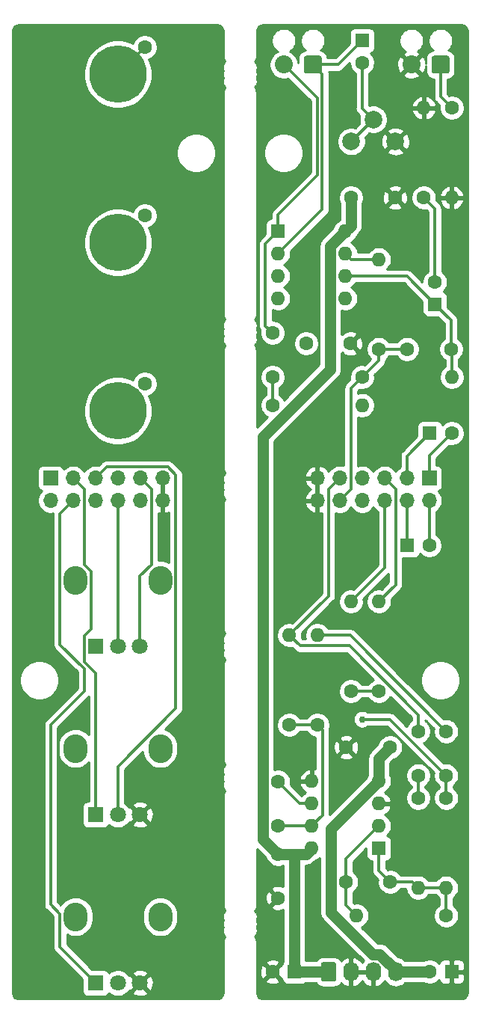
<source format=gtl>
%TF.GenerationSoftware,KiCad,Pcbnew,(5.1.8-0-10_14)*%
%TF.CreationDate,2021-07-08T18:43:47+01:00*%
%TF.ProjectId,4u-music-thing-spring-reverb,34752d6d-7573-4696-932d-7468696e672d,rev?*%
%TF.SameCoordinates,Original*%
%TF.FileFunction,Copper,L1,Top*%
%TF.FilePolarity,Positive*%
%FSLAX46Y46*%
G04 Gerber Fmt 4.6, Leading zero omitted, Abs format (unit mm)*
G04 Created by KiCad (PCBNEW (5.1.8-0-10_14)) date 2021-07-08 18:43:47*
%MOMM*%
%LPD*%
G01*
G04 APERTURE LIST*
%TA.AperFunction,ComponentPad*%
%ADD10C,1.600000*%
%TD*%
%TA.AperFunction,ComponentPad*%
%ADD11O,2.720000X3.240000*%
%TD*%
%TA.AperFunction,ComponentPad*%
%ADD12C,1.800000*%
%TD*%
%TA.AperFunction,ComponentPad*%
%ADD13R,1.800000X1.800000*%
%TD*%
%TA.AperFunction,ComponentPad*%
%ADD14O,1.700000X1.700000*%
%TD*%
%TA.AperFunction,ComponentPad*%
%ADD15R,1.700000X1.700000*%
%TD*%
%TA.AperFunction,ComponentPad*%
%ADD16O,1.600000X1.600000*%
%TD*%
%TA.AperFunction,ComponentPad*%
%ADD17R,1.600000X1.600000*%
%TD*%
%TA.AperFunction,ComponentPad*%
%ADD18C,2.000000*%
%TD*%
%TA.AperFunction,ComponentPad*%
%ADD19C,2.032000*%
%TD*%
%TA.AperFunction,ComponentPad*%
%ADD20O,1.740000X2.190000*%
%TD*%
%TA.AperFunction,ComponentPad*%
%ADD21C,6.500000*%
%TD*%
%TA.AperFunction,ViaPad*%
%ADD22C,0.762000*%
%TD*%
%TA.AperFunction,Conductor*%
%ADD23C,0.304800*%
%TD*%
%TA.AperFunction,Conductor*%
%ADD24C,1.270000*%
%TD*%
%TA.AperFunction,Conductor*%
%ADD25C,0.254000*%
%TD*%
%TA.AperFunction,Conductor*%
%ADD26C,0.100000*%
%TD*%
G04 APERTURE END LIST*
D10*
%TO.P,C16,2*%
%TO.N,Net-(C16-Pad2)*%
X129540000Y-78740000D03*
%TO.P,C16,1*%
%TO.N,Net-(C16-Pad1)*%
X129540000Y-73740000D03*
%TD*%
%TO.P,C15,2*%
%TO.N,-12V*%
X133350000Y-74930000D03*
%TO.P,C15,1*%
%TO.N,GND*%
X138350000Y-74930000D03*
%TD*%
%TO.P,C14,2*%
%TO.N,GND*%
X143430000Y-58420000D03*
%TO.P,C14,1*%
%TO.N,+12V*%
X138430000Y-58420000D03*
%TD*%
%TO.P,C13,2*%
%TO.N,-12V*%
X142875000Y-120650000D03*
%TO.P,C13,1*%
%TO.N,GND*%
X137875000Y-120650000D03*
%TD*%
%TO.P,C12,2*%
%TO.N,GND*%
X130175000Y-137715000D03*
%TO.P,C12,1*%
%TO.N,+12V*%
X130175000Y-132715000D03*
%TD*%
%TO.P,C8,2*%
%TO.N,/TILT_CENTRE_MAIN*%
X130175000Y-124540000D03*
%TO.P,C8,1*%
%TO.N,Net-(C8-Pad1)*%
X130175000Y-129540000D03*
%TD*%
%TO.P,C7,2*%
%TO.N,/TILT_LO_MAIN*%
X149225000Y-123825000D03*
%TO.P,C7,1*%
%TO.N,Net-(C7-Pad1)*%
X149225000Y-118825000D03*
%TD*%
%TO.P,C6,2*%
%TO.N,Net-(C6-Pad2)*%
X146050000Y-123825000D03*
%TO.P,C6,1*%
%TO.N,/TILT_HI_MAIN*%
X146050000Y-118825000D03*
%TD*%
%TO.P,C5,2*%
%TO.N,Net-(C5-Pad2)*%
X137875000Y-135890000D03*
%TO.P,C5,1*%
%TO.N,Net-(C5-Pad1)*%
X142875000Y-135890000D03*
%TD*%
%TO.P,C4,2*%
%TO.N,Net-(C3-Pad1)*%
X149780000Y-75565000D03*
%TO.P,C4,1*%
%TO.N,/AUDIO_OUT_MAIN*%
X144780000Y-75565000D03*
%TD*%
D11*
%TO.P,RV3,*%
%TO.N,*%
X107214000Y-101720000D03*
X116814000Y-101720000D03*
D12*
%TO.P,RV3,3*%
%TO.N,/TILT_HI_CTRL*%
X114514000Y-109220000D03*
%TO.P,RV3,2*%
%TO.N,/TILT_CENTRE_CTRL*%
X112014000Y-109220000D03*
D13*
%TO.P,RV3,1*%
%TO.N,/TILT_LO_CTRL*%
X109514000Y-109220000D03*
%TD*%
D14*
%TO.P,J8,12*%
%TO.N,GND*%
X134620000Y-92710000D03*
%TO.P,J8,11*%
X134620000Y-90170000D03*
%TO.P,J8,10*%
%TO.N,/AUDIO_OUT_MAIN*%
X137160000Y-92710000D03*
%TO.P,J8,9*%
%TO.N,/TILT_HI_MAIN*%
X137160000Y-90170000D03*
%TO.P,J8,8*%
%TO.N,/TILT_CENTRE_MAIN*%
X139700000Y-92710000D03*
%TO.P,J8,7*%
%TO.N,/TILT_LO_MAIN*%
X139700000Y-90170000D03*
%TO.P,J8,6*%
%TO.N,/AUDIO2_POST_VOL_MAIN*%
X142240000Y-92710000D03*
%TO.P,J8,5*%
%TO.N,/AUDIO1_POST_VOL_MAIN*%
X142240000Y-90170000D03*
%TO.P,J8,4*%
%TO.N,/AUDIO2_VOL_MAIN*%
X144780000Y-92710000D03*
%TO.P,J8,3*%
%TO.N,/AUDIO1_VOL_MAIN*%
X144780000Y-90170000D03*
%TO.P,J8,2*%
%TO.N,/AUDIO2_IN_MAIN*%
X147320000Y-92710000D03*
D15*
%TO.P,J8,1*%
%TO.N,/AUDIO1_IN_MAIN*%
X147320000Y-90170000D03*
%TD*%
D14*
%TO.P,J7,12*%
%TO.N,GND1*%
X117094000Y-92710000D03*
%TO.P,J7,11*%
X117094000Y-90170000D03*
%TO.P,J7,10*%
%TO.N,/AUDIO_OUT_CTRL*%
X114554000Y-92710000D03*
%TO.P,J7,9*%
%TO.N,/TILT_HI_CTRL*%
X114554000Y-90170000D03*
%TO.P,J7,8*%
%TO.N,/TILT_CENTRE_CTRL*%
X112014000Y-92710000D03*
%TO.P,J7,7*%
%TO.N,/TILT_LO_CTRL*%
X112014000Y-90170000D03*
%TO.P,J7,6*%
%TO.N,/AUDIO2_POST_VOL_CTRL*%
X109474000Y-92710000D03*
%TO.P,J7,5*%
%TO.N,/AUDIO1_POST_VOL_CTRL*%
X109474000Y-90170000D03*
%TO.P,J7,4*%
%TO.N,/AUDIO2_VOL_CTRL*%
X106934000Y-92710000D03*
%TO.P,J7,3*%
%TO.N,/AUDIO1_VOL_CTRL*%
X106934000Y-90170000D03*
%TO.P,J7,2*%
%TO.N,/AUDIO2_IN_CTRL*%
X104394000Y-92710000D03*
D15*
%TO.P,J7,1*%
%TO.N,/AUDIO1_IN_CTRL*%
X104394000Y-90170000D03*
%TD*%
D16*
%TO.P,U2,8*%
%TO.N,+12V*%
X133985000Y-132080000D03*
%TO.P,U2,4*%
%TO.N,-12V*%
X141605000Y-124460000D03*
%TO.P,U2,7*%
%TO.N,Net-(C8-Pad1)*%
X133985000Y-129540000D03*
%TO.P,U2,3*%
%TO.N,GND*%
X141605000Y-127000000D03*
%TO.P,U2,6*%
%TO.N,/TILT_CENTRE_MAIN*%
X133985000Y-127000000D03*
%TO.P,U2,2*%
%TO.N,Net-(C5-Pad2)*%
X141605000Y-129540000D03*
%TO.P,U2,5*%
%TO.N,GND*%
X133985000Y-124460000D03*
D17*
%TO.P,U2,1*%
%TO.N,Net-(C5-Pad1)*%
X141605000Y-132080000D03*
%TD*%
D16*
%TO.P,U1,8*%
%TO.N,+12V*%
X137795000Y-62230000D03*
%TO.P,U1,4*%
%TO.N,-12V*%
X130175000Y-69850000D03*
%TO.P,U1,7*%
%TO.N,Net-(R13-Pad2)*%
X137795000Y-64770000D03*
%TO.P,U1,3*%
%TO.N,Net-(C8-Pad1)*%
X130175000Y-67310000D03*
%TO.P,U1,6*%
%TO.N,Net-(C3-Pad1)*%
X137795000Y-67310000D03*
%TO.P,U1,2*%
%TO.N,Net-(C11-Pad1)*%
X130175000Y-64770000D03*
%TO.P,U1,5*%
%TO.N,Net-(J3-Pad1)*%
X137795000Y-69850000D03*
D17*
%TO.P,U1,1*%
%TO.N,Net-(C16-Pad1)*%
X130175000Y-62230000D03*
%TD*%
D11*
%TO.P,RV2,*%
%TO.N,*%
X107214000Y-139820000D03*
X116814000Y-139820000D03*
D12*
%TO.P,RV2,3*%
%TO.N,GND1*%
X114514000Y-147320000D03*
%TO.P,RV2,2*%
%TO.N,/AUDIO2_POST_VOL_CTRL*%
X112014000Y-147320000D03*
D13*
%TO.P,RV2,1*%
%TO.N,/AUDIO2_VOL_CTRL*%
X109514000Y-147320000D03*
%TD*%
D11*
%TO.P,RV1,*%
%TO.N,*%
X107214000Y-120770000D03*
X116814000Y-120770000D03*
D12*
%TO.P,RV1,3*%
%TO.N,GND1*%
X114514000Y-128270000D03*
%TO.P,RV1,2*%
%TO.N,/AUDIO1_POST_VOL_CTRL*%
X112014000Y-128270000D03*
D13*
%TO.P,RV1,1*%
%TO.N,/AUDIO1_VOL_CTRL*%
X109514000Y-128270000D03*
%TD*%
D16*
%TO.P,R13,2*%
%TO.N,Net-(R13-Pad2)*%
X141605000Y-65405000D03*
D10*
%TO.P,R13,1*%
%TO.N,/AUDIO_OUT_MAIN*%
X141605000Y-75565000D03*
%TD*%
D16*
%TO.P,R12,2*%
%TO.N,Net-(C11-Pad1)*%
X139700000Y-81915000D03*
D10*
%TO.P,R12,1*%
%TO.N,Net-(C16-Pad2)*%
X129540000Y-81915000D03*
%TD*%
D16*
%TO.P,R11,2*%
%TO.N,Net-(C7-Pad1)*%
X134620000Y-107950000D03*
D10*
%TO.P,R11,1*%
%TO.N,Net-(C8-Pad1)*%
X134620000Y-118110000D03*
%TD*%
D16*
%TO.P,R10,2*%
%TO.N,/TILT_HI_MAIN*%
X131445000Y-107950000D03*
D10*
%TO.P,R10,1*%
%TO.N,Net-(C8-Pad1)*%
X131445000Y-118110000D03*
%TD*%
D16*
%TO.P,R9,2*%
%TO.N,Net-(C5-Pad1)*%
X149225000Y-136525000D03*
D10*
%TO.P,R9,1*%
%TO.N,/TILT_LO_MAIN*%
X149225000Y-126365000D03*
%TD*%
D16*
%TO.P,R8,2*%
%TO.N,Net-(C5-Pad1)*%
X146050000Y-136525000D03*
D10*
%TO.P,R8,1*%
%TO.N,Net-(C6-Pad2)*%
X146050000Y-126365000D03*
%TD*%
D16*
%TO.P,R7,2*%
%TO.N,Net-(C5-Pad2)*%
X139065000Y-139700000D03*
D10*
%TO.P,R7,1*%
%TO.N,Net-(C5-Pad1)*%
X149225000Y-139700000D03*
%TD*%
D16*
%TO.P,R6,2*%
%TO.N,Net-(C3-Pad1)*%
X149860000Y-78740000D03*
D10*
%TO.P,R6,1*%
%TO.N,/AUDIO_OUT_MAIN*%
X139700000Y-78740000D03*
%TD*%
D16*
%TO.P,R5,2*%
%TO.N,/AUDIO2_POST_VOL_MAIN*%
X138430000Y-104140000D03*
D10*
%TO.P,R5,1*%
%TO.N,Net-(C5-Pad2)*%
X138430000Y-114300000D03*
%TD*%
D16*
%TO.P,R4,2*%
%TO.N,GND*%
X146685000Y-48260000D03*
D10*
%TO.P,R4,1*%
%TO.N,Net-(C3-Pad2)*%
X146685000Y-58420000D03*
%TD*%
D16*
%TO.P,R3,2*%
%TO.N,/AUDIO1_POST_VOL_MAIN*%
X141605000Y-104140000D03*
D10*
%TO.P,R3,1*%
%TO.N,Net-(C5-Pad2)*%
X141605000Y-114300000D03*
%TD*%
D18*
%TO.P,R2,2*%
%TO.N,Net-(C11-Pad2)*%
X140970000Y-49570000D03*
%TO.P,R2,1*%
X138470000Y-52070000D03*
%TO.P,R2,3*%
%TO.N,GND*%
X143470000Y-52070000D03*
%TD*%
D16*
%TO.P,R1,2*%
%TO.N,GND*%
X149860000Y-58420000D03*
D10*
%TO.P,R1,1*%
%TO.N,Net-(J3-Pad1)*%
X149860000Y-48260000D03*
%TD*%
%TO.P,TANK_SEND,1*%
%TO.N,Net-(C11-Pad1)*%
%TA.AperFunction,ComponentPad*%
G36*
G01*
X135128000Y-42608000D02*
X135128000Y-44132000D01*
G75*
G02*
X134874000Y-44386000I-254000J0D01*
G01*
X133350000Y-44386000D01*
G75*
G02*
X133096000Y-44132000I0J254000D01*
G01*
X133096000Y-42608000D01*
G75*
G02*
X133350000Y-42354000I254000J0D01*
G01*
X134874000Y-42354000D01*
G75*
G02*
X135128000Y-42608000I0J-254000D01*
G01*
G37*
%TD.AperFunction*%
D19*
%TO.P,TANK_SEND,2*%
%TO.N,Net-(C16-Pad1)*%
X130810000Y-43370000D03*
%TD*%
D20*
%TO.P,J5,4*%
%TO.N,-12V*%
X143510000Y-146050000D03*
%TO.P,J5,3*%
%TO.N,GND*%
X140970000Y-146050000D03*
%TO.P,J5,2*%
X138430000Y-146050000D03*
%TO.P,J5,1*%
%TO.N,+12V*%
%TA.AperFunction,ComponentPad*%
G36*
G01*
X135020000Y-146895001D02*
X135020000Y-145204999D01*
G75*
G02*
X135269999Y-144955000I249999J0D01*
G01*
X136510001Y-144955000D01*
G75*
G02*
X136760000Y-145204999I0J-249999D01*
G01*
X136760000Y-146895001D01*
G75*
G02*
X136510001Y-147145000I-249999J0D01*
G01*
X135269999Y-147145000D01*
G75*
G02*
X135020000Y-146895001I0J249999D01*
G01*
G37*
%TD.AperFunction*%
%TD*%
D10*
%TO.P,J4,1*%
%TO.N,/AUDIO_OUT_CTRL*%
X115062000Y-41402000D03*
D21*
X112014000Y-44450000D03*
%TD*%
%TO.P,TANK_RETURN,1*%
%TO.N,Net-(J3-Pad1)*%
%TA.AperFunction,ComponentPad*%
G36*
G01*
X149606000Y-42608000D02*
X149606000Y-44132000D01*
G75*
G02*
X149352000Y-44386000I-254000J0D01*
G01*
X147828000Y-44386000D01*
G75*
G02*
X147574000Y-44132000I0J254000D01*
G01*
X147574000Y-42608000D01*
G75*
G02*
X147828000Y-42354000I254000J0D01*
G01*
X149352000Y-42354000D01*
G75*
G02*
X149606000Y-42608000I0J-254000D01*
G01*
G37*
%TD.AperFunction*%
D19*
%TO.P,TANK_RETURN,2*%
%TO.N,GND*%
X145288000Y-43370000D03*
%TD*%
D10*
%TO.P,J2,1*%
%TO.N,/AUDIO2_IN_CTRL*%
X115062000Y-79502000D03*
D21*
X112014000Y-82550000D03*
%TD*%
D10*
%TO.P,J1,1*%
%TO.N,/AUDIO1_IN_CTRL*%
X115062000Y-60452000D03*
D21*
X112014000Y-63500000D03*
%TD*%
D10*
%TO.P,C11,2*%
%TO.N,Net-(C11-Pad2)*%
X139700000Y-43140000D03*
D17*
%TO.P,C11,1*%
%TO.N,Net-(C11-Pad1)*%
X139700000Y-40640000D03*
%TD*%
D10*
%TO.P,C10,2*%
%TO.N,-12V*%
X147360000Y-146050000D03*
D17*
%TO.P,C10,1*%
%TO.N,GND*%
X149860000Y-146050000D03*
%TD*%
D10*
%TO.P,C9,2*%
%TO.N,GND*%
X129540000Y-146050000D03*
D17*
%TO.P,C9,1*%
%TO.N,+12V*%
X132040000Y-146050000D03*
%TD*%
D10*
%TO.P,C3,2*%
%TO.N,Net-(C3-Pad2)*%
X147955000Y-67985000D03*
D17*
%TO.P,C3,1*%
%TO.N,Net-(C3-Pad1)*%
X147955000Y-70485000D03*
%TD*%
D10*
%TO.P,C2,2*%
%TO.N,/AUDIO2_IN_MAIN*%
X147320000Y-97790000D03*
D17*
%TO.P,C2,1*%
%TO.N,/AUDIO2_VOL_MAIN*%
X144820000Y-97790000D03*
%TD*%
D10*
%TO.P,C1,2*%
%TO.N,/AUDIO1_IN_MAIN*%
X149860000Y-85090000D03*
D17*
%TO.P,C1,1*%
%TO.N,/AUDIO1_VOL_MAIN*%
X147360000Y-85090000D03*
%TD*%
D22*
%TO.N,/TILT_LO_MAIN*%
X139700000Y-117475000D03*
%TD*%
D23*
%TO.N,Net-(C3-Pad2)*%
X147955000Y-59690000D02*
X146685000Y-58420000D01*
X147955000Y-67985000D02*
X147955000Y-59690000D01*
%TO.N,Net-(C3-Pad1)*%
X149860000Y-75645000D02*
X149780000Y-75565000D01*
X149860000Y-78740000D02*
X149860000Y-75645000D01*
X149780000Y-72310000D02*
X147955000Y-70485000D01*
X149780000Y-75565000D02*
X149780000Y-72310000D01*
X144780000Y-67310000D02*
X147955000Y-70485000D01*
X137795000Y-67310000D02*
X144780000Y-67310000D01*
%TO.N,Net-(C5-Pad2)*%
X137875000Y-138510000D02*
X139065000Y-139700000D01*
X137875000Y-135890000D02*
X137875000Y-138510000D01*
X137875000Y-133270000D02*
X141605000Y-129540000D01*
X137875000Y-135890000D02*
X137875000Y-133270000D01*
X141605000Y-114300000D02*
X138430000Y-114300000D01*
%TO.N,Net-(C5-Pad1)*%
X145415000Y-135890000D02*
X146050000Y-136525000D01*
X142875000Y-135890000D02*
X145415000Y-135890000D01*
X146050000Y-136525000D02*
X149225000Y-136525000D01*
X149225000Y-136525000D02*
X149225000Y-139700000D01*
X141605000Y-134620000D02*
X142875000Y-135890000D01*
X141605000Y-132080000D02*
X141605000Y-134620000D01*
%TO.N,Net-(C6-Pad2)*%
X146050000Y-123825000D02*
X146050000Y-126365000D01*
%TO.N,Net-(C7-Pad1)*%
X138350000Y-107950000D02*
X134620000Y-107950000D01*
X149225000Y-118825000D02*
X138350000Y-107950000D01*
%TO.N,Net-(C8-Pad1)*%
X133985000Y-129540000D02*
X130175000Y-129540000D01*
X131445000Y-118110000D02*
X134620000Y-118110000D01*
X135191401Y-118681401D02*
X134620000Y-118110000D01*
X135191401Y-128333599D02*
X135191401Y-118681401D01*
X133985000Y-129540000D02*
X135191401Y-128333599D01*
D24*
%TO.N,+12V*%
X135890000Y-146050000D02*
X132040000Y-146050000D01*
X133350000Y-132715000D02*
X133985000Y-132080000D01*
X132040000Y-132755000D02*
X132080000Y-132715000D01*
X132040000Y-146050000D02*
X132040000Y-132755000D01*
X132080000Y-132715000D02*
X133350000Y-132715000D01*
X130175000Y-132715000D02*
X132080000Y-132715000D01*
X136105999Y-77848723D02*
X136105999Y-63919001D01*
X128485999Y-85468723D02*
X136105999Y-77848723D01*
X128485999Y-131025999D02*
X128485999Y-85468723D01*
X136105999Y-63919001D02*
X137795000Y-62230000D01*
X130175000Y-132715000D02*
X128485999Y-131025999D01*
X138430000Y-61595000D02*
X137795000Y-62230000D01*
X138430000Y-58420000D02*
X138430000Y-61595000D01*
%TO.N,-12V*%
X143510000Y-146050000D02*
X147360000Y-146050000D01*
X136185999Y-129879001D02*
X141605000Y-124460000D01*
X136185999Y-139320721D02*
X136185999Y-129879001D01*
X140931268Y-144065990D02*
X136185999Y-139320721D01*
X141698605Y-144065990D02*
X140931268Y-144065990D01*
X143510000Y-145877385D02*
X141698605Y-144065990D01*
X143510000Y-146050000D02*
X143510000Y-145877385D01*
X141605000Y-121920000D02*
X142875000Y-120650000D01*
X141605000Y-124460000D02*
X141605000Y-121920000D01*
D23*
%TO.N,Net-(C11-Pad2)*%
X139700000Y-48300000D02*
X140970000Y-49570000D01*
X139700000Y-43140000D02*
X139700000Y-48300000D01*
X138470000Y-52070000D02*
X140970000Y-49570000D01*
%TO.N,Net-(C11-Pad1)*%
X135178810Y-59766190D02*
X130175000Y-64770000D01*
X135178810Y-44436810D02*
X135178810Y-59766190D01*
X134112000Y-43370000D02*
X135178810Y-44436810D01*
X136970000Y-43370000D02*
X139700000Y-40640000D01*
X134112000Y-43370000D02*
X136970000Y-43370000D01*
%TO.N,Net-(C16-Pad2)*%
X129540000Y-78740000D02*
X129540000Y-81915000D01*
%TO.N,Net-(C16-Pad1)*%
X128740001Y-63664999D02*
X130175000Y-62230000D01*
X128740001Y-72940001D02*
X128740001Y-63664999D01*
X129540000Y-73740000D02*
X128740001Y-72940001D01*
X130175000Y-62230000D02*
X130175000Y-60325000D01*
X130175000Y-60325000D02*
X134620000Y-55880000D01*
X134620000Y-47180000D02*
X130810000Y-43370000D01*
X134620000Y-55880000D02*
X134620000Y-47180000D01*
%TO.N,Net-(J3-Pad1)*%
X148590000Y-46990000D02*
X149860000Y-48260000D01*
X148590000Y-43370000D02*
X148590000Y-46990000D01*
%TO.N,Net-(R13-Pad2)*%
X138430000Y-65405000D02*
X137795000Y-64770000D01*
X141605000Y-65405000D02*
X138430000Y-65405000D01*
%TO.N,/AUDIO1_IN_MAIN*%
X147320000Y-87630000D02*
X149860000Y-85090000D01*
X147320000Y-90170000D02*
X147320000Y-87630000D01*
%TO.N,/AUDIO1_VOL_MAIN*%
X144780000Y-87670000D02*
X144780000Y-90170000D01*
X147360000Y-85090000D02*
X144780000Y-87670000D01*
%TO.N,/AUDIO2_IN_MAIN*%
X147320000Y-92710000D02*
X147320000Y-97790000D01*
%TO.N,/AUDIO2_VOL_MAIN*%
X144780000Y-97750000D02*
X144820000Y-97790000D01*
X144780000Y-92710000D02*
X144780000Y-97750000D01*
%TO.N,/AUDIO_OUT_MAIN*%
X144780000Y-75565000D02*
X141605000Y-75565000D01*
X141605000Y-76835000D02*
X139700000Y-78740000D01*
X141605000Y-75565000D02*
X141605000Y-76835000D01*
X138416401Y-80023599D02*
X139700000Y-78740000D01*
X138416401Y-91453599D02*
X138416401Y-80023599D01*
X137160000Y-92710000D02*
X138416401Y-91453599D01*
%TO.N,/TILT_HI_MAIN*%
X132651401Y-109156401D02*
X131445000Y-107950000D01*
X138246875Y-109156401D02*
X132651401Y-109156401D01*
X146050000Y-116959526D02*
X138246875Y-109156401D01*
X146050000Y-118825000D02*
X146050000Y-116959526D01*
X135903599Y-103491401D02*
X131445000Y-107950000D01*
X135903599Y-91426401D02*
X135903599Y-103491401D01*
X137160000Y-90170000D02*
X135903599Y-91426401D01*
%TO.N,/TILT_LO_MAIN*%
X149225000Y-126365000D02*
X149225000Y-123825000D01*
X142875000Y-117475000D02*
X139700000Y-117475000D01*
X149225000Y-123825000D02*
X142875000Y-117475000D01*
%TO.N,/TILT_CENTRE_MAIN*%
X132635000Y-127000000D02*
X130175000Y-124540000D01*
X133985000Y-127000000D02*
X132635000Y-127000000D01*
%TO.N,/AUDIO_OUT_CTRL*%
X115062000Y-41402000D02*
X112014000Y-44450000D01*
%TO.N,/TILT_HI_CTRL*%
X114554000Y-90170000D02*
X115824000Y-91440000D01*
X114514000Y-101261920D02*
X114514000Y-109220000D01*
X115824000Y-99951920D02*
X114514000Y-101261920D01*
X115824000Y-91440000D02*
X115824000Y-99951920D01*
%TO.N,/TILT_CENTRE_CTRL*%
X112014000Y-92710000D02*
X112014000Y-109220000D01*
%TO.N,/AUDIO2_POST_VOL_CTRL*%
X112072080Y-147320000D02*
X112014000Y-147320000D01*
%TO.N,/AUDIO1_POST_VOL_CTRL*%
X112072080Y-128270000D02*
X112014000Y-128270000D01*
X118580410Y-116245510D02*
X112014000Y-122811920D01*
X118580410Y-89796936D02*
X118580410Y-116245510D01*
X117697073Y-88913599D02*
X118580410Y-89796936D01*
X110730401Y-88913599D02*
X117697073Y-88913599D01*
X112014000Y-122811920D02*
X112014000Y-128270000D01*
X109474000Y-90170000D02*
X110730401Y-88913599D01*
%TO.N,/AUDIO2_VOL_CTRL*%
X105447590Y-94196410D02*
X105447590Y-109003590D01*
X106934000Y-92710000D02*
X105447590Y-94196410D01*
X105447590Y-109003590D02*
X108204000Y-111760000D01*
X108204000Y-111760000D02*
X108204000Y-114300000D01*
X108204000Y-114300000D02*
X104394000Y-118110000D01*
X105447590Y-143253590D02*
X109514000Y-147320000D01*
X104394000Y-138430000D02*
X105447590Y-139483590D01*
X105447590Y-139483590D02*
X105447590Y-143253590D01*
X104394000Y-118110000D02*
X104394000Y-138430000D01*
%TO.N,/AUDIO1_VOL_CTRL*%
X108980410Y-127736410D02*
X109514000Y-128270000D01*
X109514000Y-112279724D02*
X109514000Y-128270000D01*
X108204000Y-110969724D02*
X109514000Y-112279724D01*
X108980410Y-107222068D02*
X108204000Y-107998478D01*
X108980410Y-100728330D02*
X108980410Y-107222068D01*
X108190401Y-99938321D02*
X108980410Y-100728330D01*
X108190401Y-91426401D02*
X108190401Y-99938321D01*
X108204000Y-107998478D02*
X108204000Y-110969724D01*
X106934000Y-90170000D02*
X108190401Y-91426401D01*
%TO.N,/AUDIO2_POST_VOL_MAIN*%
X142240000Y-92710000D02*
X142240000Y-100330000D01*
X142240000Y-100330000D02*
X138430000Y-104140000D01*
%TO.N,/AUDIO1_POST_VOL_MAIN*%
X143496401Y-102248599D02*
X141605000Y-104140000D01*
X143496401Y-91426401D02*
X143496401Y-102248599D01*
X142240000Y-90170000D02*
X143496401Y-91426401D01*
%TD*%
D25*
%TO.N,GND*%
X151120869Y-38901722D02*
X151234246Y-38935953D01*
X151338819Y-38991555D01*
X151430596Y-39066407D01*
X151506091Y-39157664D01*
X151562419Y-39261844D01*
X151597440Y-39374976D01*
X151613000Y-39523022D01*
X151613001Y-148430711D01*
X151598278Y-148580869D01*
X151564047Y-148694246D01*
X151508446Y-148798817D01*
X151433594Y-148890595D01*
X151342335Y-148966091D01*
X151238160Y-149022419D01*
X151125024Y-149057440D01*
X150976979Y-149073000D01*
X128429279Y-149073000D01*
X128279131Y-149058278D01*
X128165754Y-149024047D01*
X128061183Y-148968446D01*
X127969405Y-148893594D01*
X127893909Y-148802335D01*
X127837581Y-148698160D01*
X127802560Y-148585024D01*
X127787000Y-148436979D01*
X127787000Y-147042702D01*
X128726903Y-147042702D01*
X128798486Y-147286671D01*
X129053996Y-147407571D01*
X129328184Y-147476300D01*
X129610512Y-147490217D01*
X129890130Y-147448787D01*
X130156292Y-147353603D01*
X130281514Y-147286671D01*
X130353097Y-147042702D01*
X129540000Y-146229605D01*
X128726903Y-147042702D01*
X127787000Y-147042702D01*
X127787000Y-146120512D01*
X128099783Y-146120512D01*
X128141213Y-146400130D01*
X128236397Y-146666292D01*
X128303329Y-146791514D01*
X128547298Y-146863097D01*
X129360395Y-146050000D01*
X128547298Y-145236903D01*
X128303329Y-145308486D01*
X128182429Y-145563996D01*
X128113700Y-145838184D01*
X128099783Y-146120512D01*
X127787000Y-146120512D01*
X127787000Y-145057298D01*
X128726903Y-145057298D01*
X129540000Y-145870395D01*
X130353097Y-145057298D01*
X130281514Y-144813329D01*
X130026004Y-144692429D01*
X129751816Y-144623700D01*
X129469488Y-144609783D01*
X129189870Y-144651213D01*
X128923708Y-144746397D01*
X128798486Y-144813329D01*
X128726903Y-145057298D01*
X127787000Y-145057298D01*
X127787000Y-142906081D01*
X127783726Y-142872839D01*
X127783726Y-142856363D01*
X127782763Y-142847198D01*
X127755134Y-142600882D01*
X127742695Y-142542365D01*
X127731078Y-142483692D01*
X127728353Y-142474889D01*
X127653408Y-142238631D01*
X127629868Y-142183709D01*
X127607048Y-142128342D01*
X127602664Y-142120236D01*
X127558208Y-142039371D01*
X127644424Y-141953155D01*
X127741277Y-141808205D01*
X127807990Y-141647145D01*
X127842000Y-141476165D01*
X127842000Y-141301835D01*
X127807990Y-141130855D01*
X127749232Y-140989000D01*
X127807990Y-140847145D01*
X127842000Y-140676165D01*
X127842000Y-140501835D01*
X127807990Y-140330855D01*
X127749232Y-140189000D01*
X127807990Y-140047145D01*
X127842000Y-139876165D01*
X127842000Y-139701835D01*
X127807990Y-139530855D01*
X127741277Y-139369795D01*
X127644424Y-139224845D01*
X127558020Y-139138441D01*
X127613919Y-139033309D01*
X127636707Y-138978021D01*
X127660279Y-138923025D01*
X127663003Y-138914222D01*
X127734643Y-138676941D01*
X127746264Y-138618254D01*
X127758700Y-138559748D01*
X127759663Y-138550583D01*
X127783850Y-138303905D01*
X127783850Y-138303902D01*
X127787000Y-138271919D01*
X127787000Y-137785512D01*
X128734783Y-137785512D01*
X128776213Y-138065130D01*
X128871397Y-138331292D01*
X128938329Y-138456514D01*
X129182298Y-138528097D01*
X129995395Y-137715000D01*
X129182298Y-136901903D01*
X128938329Y-136973486D01*
X128817429Y-137228996D01*
X128748700Y-137503184D01*
X128734783Y-137785512D01*
X127787000Y-137785512D01*
X127787000Y-132123050D01*
X128794557Y-133130608D01*
X128795147Y-133133574D01*
X128903320Y-133394727D01*
X129060363Y-133629759D01*
X129260241Y-133829637D01*
X129495273Y-133986680D01*
X129756426Y-134094853D01*
X130033665Y-134150000D01*
X130316335Y-134150000D01*
X130593574Y-134094853D01*
X130770001Y-134021775D01*
X130770001Y-136409003D01*
X130661004Y-136357429D01*
X130386816Y-136288700D01*
X130104488Y-136274783D01*
X129824870Y-136316213D01*
X129558708Y-136411397D01*
X129433486Y-136478329D01*
X129361903Y-136722298D01*
X130175000Y-137535395D01*
X130189143Y-137521253D01*
X130368748Y-137700858D01*
X130354605Y-137715000D01*
X130368748Y-137729143D01*
X130189143Y-137908748D01*
X130175000Y-137894605D01*
X129361903Y-138707702D01*
X129433486Y-138951671D01*
X129688996Y-139072571D01*
X129963184Y-139141300D01*
X130245512Y-139155217D01*
X130525130Y-139113787D01*
X130770001Y-139026217D01*
X130770000Y-144821741D01*
X130709463Y-144895506D01*
X130650498Y-145005820D01*
X130614188Y-145125518D01*
X130601928Y-145250000D01*
X130601928Y-145257215D01*
X130532702Y-145236903D01*
X129719605Y-146050000D01*
X130532702Y-146863097D01*
X130601928Y-146842785D01*
X130601928Y-146850000D01*
X130614188Y-146974482D01*
X130650498Y-147094180D01*
X130709463Y-147204494D01*
X130788815Y-147301185D01*
X130885506Y-147380537D01*
X130995820Y-147439502D01*
X131115518Y-147475812D01*
X131240000Y-147488072D01*
X132840000Y-147488072D01*
X132964482Y-147475812D01*
X133084180Y-147439502D01*
X133194494Y-147380537D01*
X133268259Y-147320000D01*
X134495041Y-147320000D01*
X134531595Y-147388387D01*
X134642038Y-147522962D01*
X134776613Y-147633405D01*
X134930149Y-147715472D01*
X135096745Y-147766008D01*
X135269999Y-147783072D01*
X136510001Y-147783072D01*
X136683255Y-147766008D01*
X136849851Y-147715472D01*
X137003387Y-147633405D01*
X137137962Y-147522962D01*
X137248405Y-147388387D01*
X137306655Y-147279410D01*
X137463674Y-147438306D01*
X137709191Y-147604474D01*
X137982409Y-147719551D01*
X138069969Y-147736302D01*
X138303000Y-147615246D01*
X138303000Y-146177000D01*
X138557000Y-146177000D01*
X138557000Y-147615246D01*
X138790031Y-147736302D01*
X138877591Y-147719551D01*
X139150809Y-147604474D01*
X139396326Y-147438306D01*
X139604708Y-147227433D01*
X139700000Y-147082968D01*
X139795292Y-147227433D01*
X140003674Y-147438306D01*
X140249191Y-147604474D01*
X140522409Y-147719551D01*
X140609969Y-147736302D01*
X140843000Y-147615246D01*
X140843000Y-146177000D01*
X138557000Y-146177000D01*
X138303000Y-146177000D01*
X138283000Y-146177000D01*
X138283000Y-145923000D01*
X138303000Y-145923000D01*
X138303000Y-144484754D01*
X138069969Y-144363698D01*
X137982409Y-144380449D01*
X137709191Y-144495526D01*
X137463674Y-144661694D01*
X137306655Y-144820590D01*
X137248405Y-144711613D01*
X137137962Y-144577038D01*
X137003387Y-144466595D01*
X136849851Y-144384528D01*
X136683255Y-144333992D01*
X136510001Y-144316928D01*
X135269999Y-144316928D01*
X135096745Y-144333992D01*
X134930149Y-144384528D01*
X134776613Y-144466595D01*
X134642038Y-144577038D01*
X134531595Y-144711613D01*
X134495041Y-144780000D01*
X133310000Y-144780000D01*
X133310000Y-133987203D01*
X133350000Y-133991143D01*
X133412373Y-133985000D01*
X133412380Y-133985000D01*
X133598963Y-133966623D01*
X133838359Y-133894003D01*
X134058988Y-133776075D01*
X134252370Y-133617370D01*
X134292141Y-133568909D01*
X134400607Y-133460443D01*
X134403574Y-133459853D01*
X134664727Y-133351680D01*
X134899759Y-133194637D01*
X134916000Y-133178396D01*
X134915999Y-139258348D01*
X134909856Y-139320721D01*
X134915999Y-139383094D01*
X134915999Y-139383100D01*
X134926819Y-139492954D01*
X134934376Y-139569684D01*
X134947226Y-139612044D01*
X135006996Y-139809079D01*
X135124924Y-140029708D01*
X135283629Y-140223091D01*
X135332090Y-140262862D01*
X139868107Y-144798881D01*
X139795292Y-144872567D01*
X139700000Y-145017032D01*
X139604708Y-144872567D01*
X139396326Y-144661694D01*
X139150809Y-144495526D01*
X138877591Y-144380449D01*
X138790031Y-144363698D01*
X138557000Y-144484754D01*
X138557000Y-145923000D01*
X140843000Y-145923000D01*
X140843000Y-145903000D01*
X141097000Y-145903000D01*
X141097000Y-145923000D01*
X141117000Y-145923000D01*
X141117000Y-146177000D01*
X141097000Y-146177000D01*
X141097000Y-147615246D01*
X141330031Y-147736302D01*
X141417591Y-147719551D01*
X141690809Y-147604474D01*
X141936326Y-147438306D01*
X142144708Y-147227433D01*
X142237440Y-147086848D01*
X142252583Y-147115179D01*
X142440655Y-147344345D01*
X142669822Y-147532417D01*
X142931276Y-147672166D01*
X143214969Y-147758224D01*
X143510000Y-147787282D01*
X143805032Y-147758224D01*
X144088725Y-147672166D01*
X144350179Y-147532417D01*
X144579345Y-147344345D01*
X144599324Y-147320000D01*
X146677759Y-147320000D01*
X146680273Y-147321680D01*
X146941426Y-147429853D01*
X147218665Y-147485000D01*
X147501335Y-147485000D01*
X147778574Y-147429853D01*
X148039727Y-147321680D01*
X148274759Y-147164637D01*
X148441339Y-146998057D01*
X148470498Y-147094180D01*
X148529463Y-147204494D01*
X148608815Y-147301185D01*
X148705506Y-147380537D01*
X148815820Y-147439502D01*
X148935518Y-147475812D01*
X149060000Y-147488072D01*
X149574250Y-147485000D01*
X149733000Y-147326250D01*
X149733000Y-146177000D01*
X149987000Y-146177000D01*
X149987000Y-147326250D01*
X150145750Y-147485000D01*
X150660000Y-147488072D01*
X150784482Y-147475812D01*
X150904180Y-147439502D01*
X151014494Y-147380537D01*
X151111185Y-147301185D01*
X151190537Y-147204494D01*
X151249502Y-147094180D01*
X151285812Y-146974482D01*
X151298072Y-146850000D01*
X151295000Y-146335750D01*
X151136250Y-146177000D01*
X149987000Y-146177000D01*
X149733000Y-146177000D01*
X149713000Y-146177000D01*
X149713000Y-145923000D01*
X149733000Y-145923000D01*
X149733000Y-144773750D01*
X149987000Y-144773750D01*
X149987000Y-145923000D01*
X151136250Y-145923000D01*
X151295000Y-145764250D01*
X151298072Y-145250000D01*
X151285812Y-145125518D01*
X151249502Y-145005820D01*
X151190537Y-144895506D01*
X151111185Y-144798815D01*
X151014494Y-144719463D01*
X150904180Y-144660498D01*
X150784482Y-144624188D01*
X150660000Y-144611928D01*
X150145750Y-144615000D01*
X149987000Y-144773750D01*
X149733000Y-144773750D01*
X149574250Y-144615000D01*
X149060000Y-144611928D01*
X148935518Y-144624188D01*
X148815820Y-144660498D01*
X148705506Y-144719463D01*
X148608815Y-144798815D01*
X148529463Y-144895506D01*
X148470498Y-145005820D01*
X148441339Y-145101943D01*
X148274759Y-144935363D01*
X148039727Y-144778320D01*
X147778574Y-144670147D01*
X147501335Y-144615000D01*
X147218665Y-144615000D01*
X146941426Y-144670147D01*
X146680273Y-144778320D01*
X146677759Y-144780000D01*
X144599324Y-144780000D01*
X144579345Y-144755655D01*
X144350178Y-144567583D01*
X144088724Y-144427834D01*
X143805031Y-144341776D01*
X143766663Y-144337997D01*
X142640746Y-143212081D01*
X142600975Y-143163620D01*
X142407593Y-143004915D01*
X142186964Y-142886987D01*
X141947568Y-142814367D01*
X141760985Y-142795990D01*
X141760978Y-142795990D01*
X141698605Y-142789847D01*
X141636232Y-142795990D01*
X141457320Y-142795990D01*
X139665730Y-141004401D01*
X139744727Y-140971680D01*
X139979759Y-140814637D01*
X140179637Y-140614759D01*
X140336680Y-140379727D01*
X140444853Y-140118574D01*
X140500000Y-139841335D01*
X140500000Y-139558665D01*
X140444853Y-139281426D01*
X140336680Y-139020273D01*
X140179637Y-138785241D01*
X139979759Y-138585363D01*
X139744727Y-138428320D01*
X139483574Y-138320147D01*
X139206335Y-138265000D01*
X138923665Y-138265000D01*
X138773434Y-138294883D01*
X138662400Y-138183850D01*
X138662400Y-137089735D01*
X138789759Y-137004637D01*
X138989637Y-136804759D01*
X139146680Y-136569727D01*
X139254853Y-136308574D01*
X139310000Y-136031335D01*
X139310000Y-135748665D01*
X139254853Y-135471426D01*
X139146680Y-135210273D01*
X138989637Y-134975241D01*
X138789759Y-134775363D01*
X138662400Y-134690265D01*
X138662400Y-133596150D01*
X140166928Y-132091623D01*
X140166928Y-132880000D01*
X140179188Y-133004482D01*
X140215498Y-133124180D01*
X140274463Y-133234494D01*
X140353815Y-133331185D01*
X140450506Y-133410537D01*
X140560820Y-133469502D01*
X140680518Y-133505812D01*
X140805000Y-133518072D01*
X140817601Y-133518072D01*
X140817601Y-134581327D01*
X140813792Y-134620000D01*
X140828995Y-134774357D01*
X140874018Y-134922782D01*
X140947135Y-135059572D01*
X141045532Y-135179469D01*
X141075573Y-135204123D01*
X141469883Y-135598434D01*
X141440000Y-135748665D01*
X141440000Y-136031335D01*
X141495147Y-136308574D01*
X141603320Y-136569727D01*
X141760363Y-136804759D01*
X141960241Y-137004637D01*
X142195273Y-137161680D01*
X142456426Y-137269853D01*
X142733665Y-137325000D01*
X143016335Y-137325000D01*
X143293574Y-137269853D01*
X143554727Y-137161680D01*
X143789759Y-137004637D01*
X143989637Y-136804759D01*
X144074735Y-136677400D01*
X144617201Y-136677400D01*
X144670147Y-136943574D01*
X144778320Y-137204727D01*
X144935363Y-137439759D01*
X145135241Y-137639637D01*
X145370273Y-137796680D01*
X145631426Y-137904853D01*
X145908665Y-137960000D01*
X146191335Y-137960000D01*
X146468574Y-137904853D01*
X146729727Y-137796680D01*
X146964759Y-137639637D01*
X147164637Y-137439759D01*
X147249735Y-137312400D01*
X148025265Y-137312400D01*
X148110363Y-137439759D01*
X148310241Y-137639637D01*
X148437600Y-137724736D01*
X148437601Y-138500264D01*
X148310241Y-138585363D01*
X148110363Y-138785241D01*
X147953320Y-139020273D01*
X147845147Y-139281426D01*
X147790000Y-139558665D01*
X147790000Y-139841335D01*
X147845147Y-140118574D01*
X147953320Y-140379727D01*
X148110363Y-140614759D01*
X148310241Y-140814637D01*
X148545273Y-140971680D01*
X148806426Y-141079853D01*
X149083665Y-141135000D01*
X149366335Y-141135000D01*
X149643574Y-141079853D01*
X149904727Y-140971680D01*
X150139759Y-140814637D01*
X150339637Y-140614759D01*
X150496680Y-140379727D01*
X150604853Y-140118574D01*
X150660000Y-139841335D01*
X150660000Y-139558665D01*
X150604853Y-139281426D01*
X150496680Y-139020273D01*
X150339637Y-138785241D01*
X150139759Y-138585363D01*
X150012400Y-138500265D01*
X150012400Y-137724735D01*
X150139759Y-137639637D01*
X150339637Y-137439759D01*
X150496680Y-137204727D01*
X150604853Y-136943574D01*
X150660000Y-136666335D01*
X150660000Y-136383665D01*
X150604853Y-136106426D01*
X150496680Y-135845273D01*
X150339637Y-135610241D01*
X150139759Y-135410363D01*
X149904727Y-135253320D01*
X149643574Y-135145147D01*
X149366335Y-135090000D01*
X149083665Y-135090000D01*
X148806426Y-135145147D01*
X148545273Y-135253320D01*
X148310241Y-135410363D01*
X148110363Y-135610241D01*
X148025265Y-135737600D01*
X147249735Y-135737600D01*
X147164637Y-135610241D01*
X146964759Y-135410363D01*
X146729727Y-135253320D01*
X146468574Y-135145147D01*
X146191335Y-135090000D01*
X145908665Y-135090000D01*
X145655965Y-135140266D01*
X145569357Y-135113994D01*
X145453673Y-135102600D01*
X145453663Y-135102600D01*
X145415000Y-135098792D01*
X145376337Y-135102600D01*
X144074735Y-135102600D01*
X143989637Y-134975241D01*
X143789759Y-134775363D01*
X143554727Y-134618320D01*
X143293574Y-134510147D01*
X143016335Y-134455000D01*
X142733665Y-134455000D01*
X142583434Y-134484883D01*
X142392400Y-134293850D01*
X142392400Y-133518072D01*
X142405000Y-133518072D01*
X142529482Y-133505812D01*
X142649180Y-133469502D01*
X142759494Y-133410537D01*
X142856185Y-133331185D01*
X142935537Y-133234494D01*
X142994502Y-133124180D01*
X143030812Y-133004482D01*
X143043072Y-132880000D01*
X143043072Y-131280000D01*
X143030812Y-131155518D01*
X142994502Y-131035820D01*
X142935537Y-130925506D01*
X142856185Y-130828815D01*
X142759494Y-130749463D01*
X142649180Y-130690498D01*
X142529482Y-130654188D01*
X142521039Y-130653357D01*
X142719637Y-130454759D01*
X142876680Y-130219727D01*
X142984853Y-129958574D01*
X143040000Y-129681335D01*
X143040000Y-129398665D01*
X142984853Y-129121426D01*
X142876680Y-128860273D01*
X142719637Y-128625241D01*
X142519759Y-128425363D01*
X142284727Y-128268320D01*
X142274135Y-128263933D01*
X142460131Y-128152385D01*
X142668519Y-127963414D01*
X142836037Y-127737420D01*
X142956246Y-127483087D01*
X142996904Y-127349039D01*
X142874915Y-127127000D01*
X141732000Y-127127000D01*
X141732000Y-127147000D01*
X141478000Y-127147000D01*
X141478000Y-127127000D01*
X141458000Y-127127000D01*
X141458000Y-126873000D01*
X141478000Y-126873000D01*
X141478000Y-126853000D01*
X141732000Y-126853000D01*
X141732000Y-126873000D01*
X142874915Y-126873000D01*
X142996904Y-126650961D01*
X142956246Y-126516913D01*
X142836037Y-126262580D01*
X142668519Y-126036586D01*
X142460131Y-125847615D01*
X142274135Y-125736067D01*
X142284727Y-125731680D01*
X142519759Y-125574637D01*
X142719637Y-125374759D01*
X142876680Y-125139727D01*
X142984853Y-124878574D01*
X143040000Y-124601335D01*
X143040000Y-124318665D01*
X142984853Y-124041426D01*
X142876680Y-123780273D01*
X142875000Y-123777759D01*
X142875000Y-123683665D01*
X144615000Y-123683665D01*
X144615000Y-123966335D01*
X144670147Y-124243574D01*
X144778320Y-124504727D01*
X144935363Y-124739759D01*
X145135241Y-124939637D01*
X145262600Y-125024736D01*
X145262601Y-125165264D01*
X145135241Y-125250363D01*
X144935363Y-125450241D01*
X144778320Y-125685273D01*
X144670147Y-125946426D01*
X144615000Y-126223665D01*
X144615000Y-126506335D01*
X144670147Y-126783574D01*
X144778320Y-127044727D01*
X144935363Y-127279759D01*
X145135241Y-127479637D01*
X145370273Y-127636680D01*
X145631426Y-127744853D01*
X145908665Y-127800000D01*
X146191335Y-127800000D01*
X146468574Y-127744853D01*
X146729727Y-127636680D01*
X146964759Y-127479637D01*
X147164637Y-127279759D01*
X147321680Y-127044727D01*
X147429853Y-126783574D01*
X147485000Y-126506335D01*
X147485000Y-126223665D01*
X147429853Y-125946426D01*
X147321680Y-125685273D01*
X147164637Y-125450241D01*
X146964759Y-125250363D01*
X146837400Y-125165265D01*
X146837400Y-125024735D01*
X146964759Y-124939637D01*
X147164637Y-124739759D01*
X147321680Y-124504727D01*
X147429853Y-124243574D01*
X147485000Y-123966335D01*
X147485000Y-123683665D01*
X147429853Y-123406426D01*
X147321680Y-123145273D01*
X147164637Y-122910241D01*
X146964759Y-122710363D01*
X146729727Y-122553320D01*
X146468574Y-122445147D01*
X146191335Y-122390000D01*
X145908665Y-122390000D01*
X145631426Y-122445147D01*
X145370273Y-122553320D01*
X145135241Y-122710363D01*
X144935363Y-122910241D01*
X144778320Y-123145273D01*
X144670147Y-123406426D01*
X144615000Y-123683665D01*
X142875000Y-123683665D01*
X142875000Y-122446050D01*
X143290608Y-122030443D01*
X143293574Y-122029853D01*
X143554727Y-121921680D01*
X143789759Y-121764637D01*
X143989637Y-121564759D01*
X144146680Y-121329727D01*
X144254853Y-121068574D01*
X144310000Y-120791335D01*
X144310000Y-120508665D01*
X144254853Y-120231426D01*
X144146680Y-119970273D01*
X143989637Y-119735241D01*
X143789759Y-119535363D01*
X143554727Y-119378320D01*
X143293574Y-119270147D01*
X143016335Y-119215000D01*
X142733665Y-119215000D01*
X142456426Y-119270147D01*
X142195273Y-119378320D01*
X141960241Y-119535363D01*
X141760363Y-119735241D01*
X141603320Y-119970273D01*
X141495147Y-120231426D01*
X141494557Y-120234392D01*
X140751086Y-120977864D01*
X140702631Y-121017630D01*
X140543926Y-121211012D01*
X140464056Y-121360439D01*
X140425998Y-121431641D01*
X140353377Y-121671037D01*
X140328857Y-121920000D01*
X140335001Y-121982382D01*
X140335000Y-123777758D01*
X140333320Y-123780273D01*
X140225147Y-124041426D01*
X140224557Y-124044391D01*
X135978801Y-128290149D01*
X135978801Y-121642702D01*
X137061903Y-121642702D01*
X137133486Y-121886671D01*
X137388996Y-122007571D01*
X137663184Y-122076300D01*
X137945512Y-122090217D01*
X138225130Y-122048787D01*
X138491292Y-121953603D01*
X138616514Y-121886671D01*
X138688097Y-121642702D01*
X137875000Y-120829605D01*
X137061903Y-121642702D01*
X135978801Y-121642702D01*
X135978801Y-120720512D01*
X136434783Y-120720512D01*
X136476213Y-121000130D01*
X136571397Y-121266292D01*
X136638329Y-121391514D01*
X136882298Y-121463097D01*
X137695395Y-120650000D01*
X138054605Y-120650000D01*
X138867702Y-121463097D01*
X139111671Y-121391514D01*
X139232571Y-121136004D01*
X139301300Y-120861816D01*
X139315217Y-120579488D01*
X139273787Y-120299870D01*
X139178603Y-120033708D01*
X139111671Y-119908486D01*
X138867702Y-119836903D01*
X138054605Y-120650000D01*
X137695395Y-120650000D01*
X136882298Y-119836903D01*
X136638329Y-119908486D01*
X136517429Y-120163996D01*
X136448700Y-120438184D01*
X136434783Y-120720512D01*
X135978801Y-120720512D01*
X135978801Y-119657298D01*
X137061903Y-119657298D01*
X137875000Y-120470395D01*
X138688097Y-119657298D01*
X138616514Y-119413329D01*
X138361004Y-119292429D01*
X138086816Y-119223700D01*
X137804488Y-119209783D01*
X137524870Y-119251213D01*
X137258708Y-119346397D01*
X137133486Y-119413329D01*
X137061903Y-119657298D01*
X135978801Y-119657298D01*
X135978801Y-118720063D01*
X135982609Y-118681400D01*
X135978801Y-118642737D01*
X135978801Y-118642728D01*
X135973762Y-118591564D01*
X135999853Y-118528574D01*
X136055000Y-118251335D01*
X136055000Y-117968665D01*
X135999853Y-117691426D01*
X135891680Y-117430273D01*
X135734637Y-117195241D01*
X135534759Y-116995363D01*
X135299727Y-116838320D01*
X135038574Y-116730147D01*
X134761335Y-116675000D01*
X134478665Y-116675000D01*
X134201426Y-116730147D01*
X133940273Y-116838320D01*
X133705241Y-116995363D01*
X133505363Y-117195241D01*
X133420265Y-117322600D01*
X132644735Y-117322600D01*
X132559637Y-117195241D01*
X132359759Y-116995363D01*
X132124727Y-116838320D01*
X131863574Y-116730147D01*
X131586335Y-116675000D01*
X131303665Y-116675000D01*
X131026426Y-116730147D01*
X130765273Y-116838320D01*
X130530241Y-116995363D01*
X130330363Y-117195241D01*
X130173320Y-117430273D01*
X130065147Y-117691426D01*
X130010000Y-117968665D01*
X130010000Y-118251335D01*
X130065147Y-118528574D01*
X130173320Y-118789727D01*
X130330363Y-119024759D01*
X130530241Y-119224637D01*
X130765273Y-119381680D01*
X131026426Y-119489853D01*
X131303665Y-119545000D01*
X131586335Y-119545000D01*
X131863574Y-119489853D01*
X132124727Y-119381680D01*
X132359759Y-119224637D01*
X132559637Y-119024759D01*
X132644735Y-118897400D01*
X133420265Y-118897400D01*
X133505363Y-119024759D01*
X133705241Y-119224637D01*
X133940273Y-119381680D01*
X134201426Y-119489853D01*
X134404002Y-119530148D01*
X134404002Y-123093144D01*
X134334040Y-123068091D01*
X134112000Y-123189376D01*
X134112000Y-124333000D01*
X134132000Y-124333000D01*
X134132000Y-124587000D01*
X134112000Y-124587000D01*
X134112000Y-124607000D01*
X133858000Y-124607000D01*
X133858000Y-124587000D01*
X132715085Y-124587000D01*
X132593096Y-124809039D01*
X132633754Y-124943087D01*
X132753963Y-125197420D01*
X132921481Y-125423414D01*
X133129869Y-125612385D01*
X133315865Y-125723933D01*
X133305273Y-125728320D01*
X133070241Y-125885363D01*
X132870363Y-126085241D01*
X132855715Y-126107163D01*
X131580117Y-124831566D01*
X131610000Y-124681335D01*
X131610000Y-124398665D01*
X131554853Y-124121426D01*
X131550519Y-124110961D01*
X132593096Y-124110961D01*
X132715085Y-124333000D01*
X133858000Y-124333000D01*
X133858000Y-123189376D01*
X133635960Y-123068091D01*
X133371119Y-123162930D01*
X133129869Y-123307615D01*
X132921481Y-123496586D01*
X132753963Y-123722580D01*
X132633754Y-123976913D01*
X132593096Y-124110961D01*
X131550519Y-124110961D01*
X131446680Y-123860273D01*
X131289637Y-123625241D01*
X131089759Y-123425363D01*
X130854727Y-123268320D01*
X130593574Y-123160147D01*
X130316335Y-123105000D01*
X130033665Y-123105000D01*
X129756426Y-123160147D01*
X129755999Y-123160324D01*
X129755999Y-107808665D01*
X130010000Y-107808665D01*
X130010000Y-108091335D01*
X130065147Y-108368574D01*
X130173320Y-108629727D01*
X130330363Y-108864759D01*
X130530241Y-109064637D01*
X130765273Y-109221680D01*
X131026426Y-109329853D01*
X131303665Y-109385000D01*
X131586335Y-109385000D01*
X131736566Y-109355117D01*
X132067282Y-109685834D01*
X132091932Y-109715870D01*
X132121968Y-109740520D01*
X132121971Y-109740523D01*
X132203074Y-109807082D01*
X132211829Y-109814267D01*
X132348618Y-109887383D01*
X132497044Y-109932407D01*
X132612728Y-109943801D01*
X132612736Y-109943801D01*
X132651401Y-109947609D01*
X132690066Y-109943801D01*
X137920725Y-109943801D01*
X140981820Y-113004897D01*
X140925273Y-113028320D01*
X140690241Y-113185363D01*
X140490363Y-113385241D01*
X140405265Y-113512600D01*
X139629735Y-113512600D01*
X139544637Y-113385241D01*
X139344759Y-113185363D01*
X139109727Y-113028320D01*
X138848574Y-112920147D01*
X138571335Y-112865000D01*
X138288665Y-112865000D01*
X138011426Y-112920147D01*
X137750273Y-113028320D01*
X137515241Y-113185363D01*
X137315363Y-113385241D01*
X137158320Y-113620273D01*
X137050147Y-113881426D01*
X136995000Y-114158665D01*
X136995000Y-114441335D01*
X137050147Y-114718574D01*
X137158320Y-114979727D01*
X137315363Y-115214759D01*
X137515241Y-115414637D01*
X137750273Y-115571680D01*
X138011426Y-115679853D01*
X138288665Y-115735000D01*
X138571335Y-115735000D01*
X138848574Y-115679853D01*
X139109727Y-115571680D01*
X139344759Y-115414637D01*
X139544637Y-115214759D01*
X139629735Y-115087400D01*
X140405265Y-115087400D01*
X140490363Y-115214759D01*
X140690241Y-115414637D01*
X140925273Y-115571680D01*
X141186426Y-115679853D01*
X141463665Y-115735000D01*
X141746335Y-115735000D01*
X142023574Y-115679853D01*
X142284727Y-115571680D01*
X142519759Y-115414637D01*
X142719637Y-115214759D01*
X142876680Y-114979727D01*
X142900103Y-114923180D01*
X145262601Y-117285679D01*
X145262601Y-117625264D01*
X145135241Y-117710363D01*
X144935363Y-117910241D01*
X144778320Y-118145273D01*
X144743320Y-118229770D01*
X143459128Y-116945578D01*
X143434469Y-116915531D01*
X143314572Y-116817134D01*
X143177783Y-116744018D01*
X143029357Y-116698994D01*
X142913673Y-116687600D01*
X142913663Y-116687600D01*
X142875000Y-116683792D01*
X142836337Y-116687600D01*
X140349441Y-116687600D01*
X140347662Y-116685821D01*
X140181256Y-116574632D01*
X139996356Y-116498044D01*
X139800067Y-116459000D01*
X139599933Y-116459000D01*
X139403644Y-116498044D01*
X139218744Y-116574632D01*
X139052338Y-116685821D01*
X138910821Y-116827338D01*
X138799632Y-116993744D01*
X138723044Y-117178644D01*
X138684000Y-117374933D01*
X138684000Y-117575067D01*
X138723044Y-117771356D01*
X138799632Y-117956256D01*
X138910821Y-118122662D01*
X139052338Y-118264179D01*
X139218744Y-118375368D01*
X139403644Y-118451956D01*
X139599933Y-118491000D01*
X139800067Y-118491000D01*
X139996356Y-118451956D01*
X140181256Y-118375368D01*
X140347662Y-118264179D01*
X140349441Y-118262400D01*
X142548850Y-118262400D01*
X147819883Y-123533435D01*
X147790000Y-123683665D01*
X147790000Y-123966335D01*
X147845147Y-124243574D01*
X147953320Y-124504727D01*
X148110363Y-124739759D01*
X148310241Y-124939637D01*
X148437601Y-125024736D01*
X148437600Y-125165264D01*
X148310241Y-125250363D01*
X148110363Y-125450241D01*
X147953320Y-125685273D01*
X147845147Y-125946426D01*
X147790000Y-126223665D01*
X147790000Y-126506335D01*
X147845147Y-126783574D01*
X147953320Y-127044727D01*
X148110363Y-127279759D01*
X148310241Y-127479637D01*
X148545273Y-127636680D01*
X148806426Y-127744853D01*
X149083665Y-127800000D01*
X149366335Y-127800000D01*
X149643574Y-127744853D01*
X149904727Y-127636680D01*
X150139759Y-127479637D01*
X150339637Y-127279759D01*
X150496680Y-127044727D01*
X150604853Y-126783574D01*
X150660000Y-126506335D01*
X150660000Y-126223665D01*
X150604853Y-125946426D01*
X150496680Y-125685273D01*
X150339637Y-125450241D01*
X150139759Y-125250363D01*
X150012400Y-125165265D01*
X150012400Y-125024735D01*
X150139759Y-124939637D01*
X150339637Y-124739759D01*
X150496680Y-124504727D01*
X150604853Y-124243574D01*
X150660000Y-123966335D01*
X150660000Y-123683665D01*
X150604853Y-123406426D01*
X150496680Y-123145273D01*
X150339637Y-122910241D01*
X150139759Y-122710363D01*
X149904727Y-122553320D01*
X149643574Y-122445147D01*
X149366335Y-122390000D01*
X149083665Y-122390000D01*
X148933435Y-122419883D01*
X146645231Y-120131680D01*
X146729727Y-120096680D01*
X146964759Y-119939637D01*
X147164637Y-119739759D01*
X147321680Y-119504727D01*
X147429853Y-119243574D01*
X147485000Y-118966335D01*
X147485000Y-118683665D01*
X147429853Y-118406426D01*
X147321680Y-118145273D01*
X147164637Y-117910241D01*
X146964759Y-117710363D01*
X146837400Y-117625265D01*
X146837400Y-117550952D01*
X147819883Y-118533435D01*
X147790000Y-118683665D01*
X147790000Y-118966335D01*
X147845147Y-119243574D01*
X147953320Y-119504727D01*
X148110363Y-119739759D01*
X148310241Y-119939637D01*
X148545273Y-120096680D01*
X148806426Y-120204853D01*
X149083665Y-120260000D01*
X149366335Y-120260000D01*
X149643574Y-120204853D01*
X149904727Y-120096680D01*
X150139759Y-119939637D01*
X150339637Y-119739759D01*
X150496680Y-119504727D01*
X150604853Y-119243574D01*
X150660000Y-118966335D01*
X150660000Y-118683665D01*
X150604853Y-118406426D01*
X150496680Y-118145273D01*
X150339637Y-117910241D01*
X150139759Y-117710363D01*
X149904727Y-117553320D01*
X149643574Y-117445147D01*
X149366335Y-117390000D01*
X149083665Y-117390000D01*
X148933435Y-117419883D01*
X144323424Y-112809872D01*
X146355000Y-112809872D01*
X146355000Y-113250128D01*
X146440890Y-113681925D01*
X146609369Y-114088669D01*
X146853962Y-114454729D01*
X147165271Y-114766038D01*
X147531331Y-115010631D01*
X147938075Y-115179110D01*
X148369872Y-115265000D01*
X148810128Y-115265000D01*
X149241925Y-115179110D01*
X149648669Y-115010631D01*
X150014729Y-114766038D01*
X150326038Y-114454729D01*
X150570631Y-114088669D01*
X150739110Y-113681925D01*
X150825000Y-113250128D01*
X150825000Y-112809872D01*
X150739110Y-112378075D01*
X150570631Y-111971331D01*
X150326038Y-111605271D01*
X150014729Y-111293962D01*
X149648669Y-111049369D01*
X149241925Y-110880890D01*
X148810128Y-110795000D01*
X148369872Y-110795000D01*
X147938075Y-110880890D01*
X147531331Y-111049369D01*
X147165271Y-111293962D01*
X146853962Y-111605271D01*
X146609369Y-111971331D01*
X146440890Y-112378075D01*
X146355000Y-112809872D01*
X144323424Y-112809872D01*
X138934128Y-107420578D01*
X138909469Y-107390531D01*
X138789572Y-107292134D01*
X138652783Y-107219018D01*
X138504357Y-107173994D01*
X138388673Y-107162600D01*
X138388663Y-107162600D01*
X138350000Y-107158792D01*
X138311337Y-107162600D01*
X135819735Y-107162600D01*
X135734637Y-107035241D01*
X135534759Y-106835363D01*
X135299727Y-106678320D01*
X135038574Y-106570147D01*
X134761335Y-106515000D01*
X134478665Y-106515000D01*
X134201426Y-106570147D01*
X133940273Y-106678320D01*
X133705241Y-106835363D01*
X133505363Y-107035241D01*
X133348320Y-107270273D01*
X133240147Y-107531426D01*
X133185000Y-107808665D01*
X133185000Y-108091335D01*
X133240147Y-108368574D01*
X133240324Y-108369001D01*
X132977553Y-108369001D01*
X132850117Y-108241566D01*
X132880000Y-108091335D01*
X132880000Y-107808665D01*
X132850117Y-107658434D01*
X136433032Y-104075520D01*
X136463068Y-104050870D01*
X136516599Y-103985643D01*
X136561464Y-103930974D01*
X136611579Y-103837218D01*
X136634581Y-103794184D01*
X136679605Y-103645758D01*
X136690999Y-103530074D01*
X136690999Y-103530065D01*
X136694807Y-103491402D01*
X136690999Y-103452739D01*
X136690999Y-94123085D01*
X136726842Y-94137932D01*
X137013740Y-94195000D01*
X137306260Y-94195000D01*
X137593158Y-94137932D01*
X137863411Y-94025990D01*
X138106632Y-93863475D01*
X138313475Y-93656632D01*
X138430000Y-93482240D01*
X138546525Y-93656632D01*
X138753368Y-93863475D01*
X138996589Y-94025990D01*
X139266842Y-94137932D01*
X139553740Y-94195000D01*
X139846260Y-94195000D01*
X140133158Y-94137932D01*
X140403411Y-94025990D01*
X140646632Y-93863475D01*
X140853475Y-93656632D01*
X140970000Y-93482240D01*
X141086525Y-93656632D01*
X141293368Y-93863475D01*
X141452600Y-93969870D01*
X141452601Y-100003847D01*
X138721566Y-102734883D01*
X138571335Y-102705000D01*
X138288665Y-102705000D01*
X138011426Y-102760147D01*
X137750273Y-102868320D01*
X137515241Y-103025363D01*
X137315363Y-103225241D01*
X137158320Y-103460273D01*
X137050147Y-103721426D01*
X136995000Y-103998665D01*
X136995000Y-104281335D01*
X137050147Y-104558574D01*
X137158320Y-104819727D01*
X137315363Y-105054759D01*
X137515241Y-105254637D01*
X137750273Y-105411680D01*
X138011426Y-105519853D01*
X138288665Y-105575000D01*
X138571335Y-105575000D01*
X138848574Y-105519853D01*
X139109727Y-105411680D01*
X139344759Y-105254637D01*
X139544637Y-105054759D01*
X139701680Y-104819727D01*
X139809853Y-104558574D01*
X139865000Y-104281335D01*
X139865000Y-103998665D01*
X139835117Y-103848434D01*
X142709002Y-100974550D01*
X142709002Y-101922447D01*
X141896566Y-102734883D01*
X141746335Y-102705000D01*
X141463665Y-102705000D01*
X141186426Y-102760147D01*
X140925273Y-102868320D01*
X140690241Y-103025363D01*
X140490363Y-103225241D01*
X140333320Y-103460273D01*
X140225147Y-103721426D01*
X140170000Y-103998665D01*
X140170000Y-104281335D01*
X140225147Y-104558574D01*
X140333320Y-104819727D01*
X140490363Y-105054759D01*
X140690241Y-105254637D01*
X140925273Y-105411680D01*
X141186426Y-105519853D01*
X141463665Y-105575000D01*
X141746335Y-105575000D01*
X142023574Y-105519853D01*
X142284727Y-105411680D01*
X142519759Y-105254637D01*
X142719637Y-105054759D01*
X142876680Y-104819727D01*
X142984853Y-104558574D01*
X143040000Y-104281335D01*
X143040000Y-103998665D01*
X143010117Y-103848434D01*
X144025829Y-102832722D01*
X144055870Y-102808068D01*
X144144401Y-102700193D01*
X144154267Y-102688172D01*
X144227383Y-102551382D01*
X144272407Y-102402956D01*
X144283801Y-102287272D01*
X144283801Y-102287262D01*
X144287609Y-102248599D01*
X144283801Y-102209936D01*
X144283801Y-99228072D01*
X145620000Y-99228072D01*
X145744482Y-99215812D01*
X145864180Y-99179502D01*
X145974494Y-99120537D01*
X146071185Y-99041185D01*
X146150537Y-98944494D01*
X146209502Y-98834180D01*
X146238661Y-98738057D01*
X146405241Y-98904637D01*
X146640273Y-99061680D01*
X146901426Y-99169853D01*
X147178665Y-99225000D01*
X147461335Y-99225000D01*
X147738574Y-99169853D01*
X147999727Y-99061680D01*
X148234759Y-98904637D01*
X148434637Y-98704759D01*
X148591680Y-98469727D01*
X148699853Y-98208574D01*
X148755000Y-97931335D01*
X148755000Y-97648665D01*
X148699853Y-97371426D01*
X148591680Y-97110273D01*
X148434637Y-96875241D01*
X148234759Y-96675363D01*
X148107400Y-96590265D01*
X148107400Y-93969870D01*
X148266632Y-93863475D01*
X148473475Y-93656632D01*
X148635990Y-93413411D01*
X148747932Y-93143158D01*
X148805000Y-92856260D01*
X148805000Y-92563740D01*
X148747932Y-92276842D01*
X148635990Y-92006589D01*
X148473475Y-91763368D01*
X148341620Y-91631513D01*
X148414180Y-91609502D01*
X148524494Y-91550537D01*
X148621185Y-91471185D01*
X148700537Y-91374494D01*
X148759502Y-91264180D01*
X148795812Y-91144482D01*
X148808072Y-91020000D01*
X148808072Y-89320000D01*
X148795812Y-89195518D01*
X148759502Y-89075820D01*
X148700537Y-88965506D01*
X148621185Y-88868815D01*
X148524494Y-88789463D01*
X148414180Y-88730498D01*
X148294482Y-88694188D01*
X148170000Y-88681928D01*
X148107400Y-88681928D01*
X148107400Y-87956150D01*
X149568434Y-86495117D01*
X149718665Y-86525000D01*
X150001335Y-86525000D01*
X150278574Y-86469853D01*
X150539727Y-86361680D01*
X150774759Y-86204637D01*
X150974637Y-86004759D01*
X151131680Y-85769727D01*
X151239853Y-85508574D01*
X151295000Y-85231335D01*
X151295000Y-84948665D01*
X151239853Y-84671426D01*
X151131680Y-84410273D01*
X150974637Y-84175241D01*
X150774759Y-83975363D01*
X150539727Y-83818320D01*
X150278574Y-83710147D01*
X150001335Y-83655000D01*
X149718665Y-83655000D01*
X149441426Y-83710147D01*
X149180273Y-83818320D01*
X148945241Y-83975363D01*
X148778661Y-84141943D01*
X148749502Y-84045820D01*
X148690537Y-83935506D01*
X148611185Y-83838815D01*
X148514494Y-83759463D01*
X148404180Y-83700498D01*
X148284482Y-83664188D01*
X148160000Y-83651928D01*
X146560000Y-83651928D01*
X146435518Y-83664188D01*
X146315820Y-83700498D01*
X146205506Y-83759463D01*
X146108815Y-83838815D01*
X146029463Y-83935506D01*
X145970498Y-84045820D01*
X145934188Y-84165518D01*
X145921928Y-84290000D01*
X145921928Y-85414521D01*
X144250578Y-87085872D01*
X144220531Y-87110531D01*
X144122134Y-87230429D01*
X144049018Y-87367218D01*
X144003994Y-87515644D01*
X143992600Y-87631328D01*
X143992600Y-87631337D01*
X143988792Y-87670000D01*
X143992600Y-87708663D01*
X143992600Y-88910129D01*
X143833368Y-89016525D01*
X143626525Y-89223368D01*
X143510000Y-89397760D01*
X143393475Y-89223368D01*
X143186632Y-89016525D01*
X142943411Y-88854010D01*
X142673158Y-88742068D01*
X142386260Y-88685000D01*
X142093740Y-88685000D01*
X141806842Y-88742068D01*
X141536589Y-88854010D01*
X141293368Y-89016525D01*
X141086525Y-89223368D01*
X140970000Y-89397760D01*
X140853475Y-89223368D01*
X140646632Y-89016525D01*
X140403411Y-88854010D01*
X140133158Y-88742068D01*
X139846260Y-88685000D01*
X139553740Y-88685000D01*
X139266842Y-88742068D01*
X139203801Y-88768180D01*
X139203801Y-83262700D01*
X139281426Y-83294853D01*
X139558665Y-83350000D01*
X139841335Y-83350000D01*
X140118574Y-83294853D01*
X140379727Y-83186680D01*
X140614759Y-83029637D01*
X140814637Y-82829759D01*
X140971680Y-82594727D01*
X141079853Y-82333574D01*
X141135000Y-82056335D01*
X141135000Y-81773665D01*
X141079853Y-81496426D01*
X140971680Y-81235273D01*
X140814637Y-81000241D01*
X140614759Y-80800363D01*
X140379727Y-80643320D01*
X140118574Y-80535147D01*
X139841335Y-80480000D01*
X139558665Y-80480000D01*
X139281426Y-80535147D01*
X139203801Y-80567300D01*
X139203801Y-80349749D01*
X139408434Y-80145117D01*
X139558665Y-80175000D01*
X139841335Y-80175000D01*
X140118574Y-80119853D01*
X140379727Y-80011680D01*
X140614759Y-79854637D01*
X140814637Y-79654759D01*
X140971680Y-79419727D01*
X141079853Y-79158574D01*
X141135000Y-78881335D01*
X141135000Y-78598665D01*
X141105117Y-78448434D01*
X142134428Y-77419123D01*
X142164469Y-77394469D01*
X142212835Y-77335535D01*
X142262866Y-77274573D01*
X142335982Y-77137783D01*
X142381006Y-76989357D01*
X142392400Y-76873673D01*
X142392400Y-76873663D01*
X142396208Y-76835000D01*
X142392400Y-76796337D01*
X142392400Y-76764735D01*
X142519759Y-76679637D01*
X142719637Y-76479759D01*
X142804735Y-76352400D01*
X143580265Y-76352400D01*
X143665363Y-76479759D01*
X143865241Y-76679637D01*
X144100273Y-76836680D01*
X144361426Y-76944853D01*
X144638665Y-77000000D01*
X144921335Y-77000000D01*
X145198574Y-76944853D01*
X145459727Y-76836680D01*
X145694759Y-76679637D01*
X145894637Y-76479759D01*
X146051680Y-76244727D01*
X146159853Y-75983574D01*
X146215000Y-75706335D01*
X146215000Y-75423665D01*
X146159853Y-75146426D01*
X146051680Y-74885273D01*
X145894637Y-74650241D01*
X145694759Y-74450363D01*
X145459727Y-74293320D01*
X145198574Y-74185147D01*
X144921335Y-74130000D01*
X144638665Y-74130000D01*
X144361426Y-74185147D01*
X144100273Y-74293320D01*
X143865241Y-74450363D01*
X143665363Y-74650241D01*
X143580265Y-74777600D01*
X142804735Y-74777600D01*
X142719637Y-74650241D01*
X142519759Y-74450363D01*
X142284727Y-74293320D01*
X142023574Y-74185147D01*
X141746335Y-74130000D01*
X141463665Y-74130000D01*
X141186426Y-74185147D01*
X140925273Y-74293320D01*
X140690241Y-74450363D01*
X140490363Y-74650241D01*
X140333320Y-74885273D01*
X140225147Y-75146426D01*
X140170000Y-75423665D01*
X140170000Y-75706335D01*
X140225147Y-75983574D01*
X140333320Y-76244727D01*
X140490363Y-76479759D01*
X140668527Y-76657923D01*
X139991566Y-77334883D01*
X139841335Y-77305000D01*
X139558665Y-77305000D01*
X139281426Y-77360147D01*
X139020273Y-77468320D01*
X138785241Y-77625363D01*
X138585363Y-77825241D01*
X138428320Y-78060273D01*
X138320147Y-78321426D01*
X138265000Y-78598665D01*
X138265000Y-78881335D01*
X138294883Y-79031566D01*
X137886974Y-79439476D01*
X137856933Y-79464130D01*
X137801883Y-79531209D01*
X137758536Y-79584027D01*
X137685419Y-79720817D01*
X137640396Y-79869242D01*
X137625193Y-80023599D01*
X137629002Y-80062272D01*
X137629001Y-88756915D01*
X137593158Y-88742068D01*
X137306260Y-88685000D01*
X137013740Y-88685000D01*
X136726842Y-88742068D01*
X136456589Y-88854010D01*
X136213368Y-89016525D01*
X136006525Y-89223368D01*
X135884805Y-89405534D01*
X135815178Y-89288645D01*
X135620269Y-89072412D01*
X135386920Y-88898359D01*
X135124099Y-88773175D01*
X134976890Y-88728524D01*
X134747000Y-88849845D01*
X134747000Y-90043000D01*
X134767000Y-90043000D01*
X134767000Y-90297000D01*
X134747000Y-90297000D01*
X134747000Y-92583000D01*
X134767000Y-92583000D01*
X134767000Y-92837000D01*
X134747000Y-92837000D01*
X134747000Y-94030155D01*
X134976890Y-94151476D01*
X135116199Y-94109221D01*
X135116200Y-103165248D01*
X131736566Y-106544883D01*
X131586335Y-106515000D01*
X131303665Y-106515000D01*
X131026426Y-106570147D01*
X130765273Y-106678320D01*
X130530241Y-106835363D01*
X130330363Y-107035241D01*
X130173320Y-107270273D01*
X130065147Y-107531426D01*
X130010000Y-107808665D01*
X129755999Y-107808665D01*
X129755999Y-93066891D01*
X133178519Y-93066891D01*
X133275843Y-93341252D01*
X133424822Y-93591355D01*
X133619731Y-93807588D01*
X133853080Y-93981641D01*
X134115901Y-94106825D01*
X134263110Y-94151476D01*
X134493000Y-94030155D01*
X134493000Y-92837000D01*
X133299186Y-92837000D01*
X133178519Y-93066891D01*
X129755999Y-93066891D01*
X129755999Y-90526891D01*
X133178519Y-90526891D01*
X133275843Y-90801252D01*
X133424822Y-91051355D01*
X133619731Y-91267588D01*
X133850880Y-91440000D01*
X133619731Y-91612412D01*
X133424822Y-91828645D01*
X133275843Y-92078748D01*
X133178519Y-92353109D01*
X133299186Y-92583000D01*
X134493000Y-92583000D01*
X134493000Y-90297000D01*
X133299186Y-90297000D01*
X133178519Y-90526891D01*
X129755999Y-90526891D01*
X129755999Y-89813109D01*
X133178519Y-89813109D01*
X133299186Y-90043000D01*
X134493000Y-90043000D01*
X134493000Y-88849845D01*
X134263110Y-88728524D01*
X134115901Y-88773175D01*
X133853080Y-88898359D01*
X133619731Y-89072412D01*
X133424822Y-89288645D01*
X133275843Y-89538748D01*
X133178519Y-89813109D01*
X129755999Y-89813109D01*
X129755999Y-85994773D01*
X136959914Y-78790859D01*
X137008369Y-78751093D01*
X137167074Y-78557711D01*
X137285002Y-78337082D01*
X137357622Y-78097686D01*
X137375999Y-77911103D01*
X137375999Y-77911097D01*
X137382142Y-77848724D01*
X137375999Y-77786351D01*
X137375999Y-75994346D01*
X137420630Y-76038977D01*
X137536903Y-75922704D01*
X137608486Y-76166671D01*
X137863996Y-76287571D01*
X138138184Y-76356300D01*
X138420512Y-76370217D01*
X138700130Y-76328787D01*
X138966292Y-76233603D01*
X139091514Y-76166671D01*
X139163097Y-75922702D01*
X138350000Y-75109605D01*
X138335858Y-75123748D01*
X138156253Y-74944143D01*
X138170395Y-74930000D01*
X138529605Y-74930000D01*
X139342702Y-75743097D01*
X139586671Y-75671514D01*
X139707571Y-75416004D01*
X139776300Y-75141816D01*
X139790217Y-74859488D01*
X139748787Y-74579870D01*
X139653603Y-74313708D01*
X139586671Y-74188486D01*
X139342702Y-74116903D01*
X138529605Y-74930000D01*
X138170395Y-74930000D01*
X138156253Y-74915858D01*
X138335858Y-74736253D01*
X138350000Y-74750395D01*
X139163097Y-73937298D01*
X139091514Y-73693329D01*
X138836004Y-73572429D01*
X138561816Y-73503700D01*
X138279488Y-73489783D01*
X137999870Y-73531213D01*
X137733708Y-73626397D01*
X137608486Y-73693329D01*
X137536903Y-73937296D01*
X137420630Y-73821023D01*
X137375999Y-73865654D01*
X137375999Y-71229676D01*
X137376426Y-71229853D01*
X137653665Y-71285000D01*
X137936335Y-71285000D01*
X138213574Y-71229853D01*
X138474727Y-71121680D01*
X138709759Y-70964637D01*
X138909637Y-70764759D01*
X139066680Y-70529727D01*
X139174853Y-70268574D01*
X139230000Y-69991335D01*
X139230000Y-69708665D01*
X139174853Y-69431426D01*
X139066680Y-69170273D01*
X138909637Y-68935241D01*
X138709759Y-68735363D01*
X138477241Y-68580000D01*
X138709759Y-68424637D01*
X138909637Y-68224759D01*
X138994735Y-68097400D01*
X144453850Y-68097400D01*
X146516928Y-70160479D01*
X146516928Y-71285000D01*
X146529188Y-71409482D01*
X146565498Y-71529180D01*
X146624463Y-71639494D01*
X146703815Y-71736185D01*
X146800506Y-71815537D01*
X146910820Y-71874502D01*
X147030518Y-71910812D01*
X147155000Y-71923072D01*
X148279522Y-71923072D01*
X148992601Y-72636152D01*
X148992600Y-74365264D01*
X148865241Y-74450363D01*
X148665363Y-74650241D01*
X148508320Y-74885273D01*
X148400147Y-75146426D01*
X148345000Y-75423665D01*
X148345000Y-75706335D01*
X148400147Y-75983574D01*
X148508320Y-76244727D01*
X148665363Y-76479759D01*
X148865241Y-76679637D01*
X149072601Y-76818190D01*
X149072600Y-77540264D01*
X148945241Y-77625363D01*
X148745363Y-77825241D01*
X148588320Y-78060273D01*
X148480147Y-78321426D01*
X148425000Y-78598665D01*
X148425000Y-78881335D01*
X148480147Y-79158574D01*
X148588320Y-79419727D01*
X148745363Y-79654759D01*
X148945241Y-79854637D01*
X149180273Y-80011680D01*
X149441426Y-80119853D01*
X149718665Y-80175000D01*
X150001335Y-80175000D01*
X150278574Y-80119853D01*
X150539727Y-80011680D01*
X150774759Y-79854637D01*
X150974637Y-79654759D01*
X151131680Y-79419727D01*
X151239853Y-79158574D01*
X151295000Y-78881335D01*
X151295000Y-78598665D01*
X151239853Y-78321426D01*
X151131680Y-78060273D01*
X150974637Y-77825241D01*
X150774759Y-77625363D01*
X150647400Y-77540265D01*
X150647400Y-76711281D01*
X150694759Y-76679637D01*
X150894637Y-76479759D01*
X151051680Y-76244727D01*
X151159853Y-75983574D01*
X151215000Y-75706335D01*
X151215000Y-75423665D01*
X151159853Y-75146426D01*
X151051680Y-74885273D01*
X150894637Y-74650241D01*
X150694759Y-74450363D01*
X150567400Y-74365265D01*
X150567400Y-72348665D01*
X150571208Y-72310000D01*
X150567400Y-72271335D01*
X150567400Y-72271327D01*
X150556006Y-72155643D01*
X150510982Y-72007217D01*
X150507962Y-72001567D01*
X150437866Y-71870427D01*
X150377230Y-71796543D01*
X150339469Y-71750531D01*
X150309428Y-71725877D01*
X149393072Y-70809522D01*
X149393072Y-69685000D01*
X149380812Y-69560518D01*
X149344502Y-69440820D01*
X149285537Y-69330506D01*
X149206185Y-69233815D01*
X149109494Y-69154463D01*
X148999180Y-69095498D01*
X148903057Y-69066339D01*
X149069637Y-68899759D01*
X149226680Y-68664727D01*
X149334853Y-68403574D01*
X149390000Y-68126335D01*
X149390000Y-67843665D01*
X149334853Y-67566426D01*
X149226680Y-67305273D01*
X149069637Y-67070241D01*
X148869759Y-66870363D01*
X148742400Y-66785265D01*
X148742400Y-59728662D01*
X148746208Y-59689999D01*
X148742400Y-59651336D01*
X148742400Y-59651327D01*
X148731006Y-59535643D01*
X148685982Y-59387217D01*
X148612866Y-59250428D01*
X148556765Y-59182069D01*
X148539121Y-59160569D01*
X148539119Y-59160567D01*
X148514469Y-59130531D01*
X148484433Y-59105881D01*
X148147592Y-58769040D01*
X148468091Y-58769040D01*
X148562930Y-59033881D01*
X148707615Y-59275131D01*
X148896586Y-59483519D01*
X149122580Y-59651037D01*
X149376913Y-59771246D01*
X149510961Y-59811904D01*
X149733000Y-59689915D01*
X149733000Y-58547000D01*
X149987000Y-58547000D01*
X149987000Y-59689915D01*
X150209039Y-59811904D01*
X150343087Y-59771246D01*
X150597420Y-59651037D01*
X150823414Y-59483519D01*
X151012385Y-59275131D01*
X151157070Y-59033881D01*
X151251909Y-58769040D01*
X151130624Y-58547000D01*
X149987000Y-58547000D01*
X149733000Y-58547000D01*
X148589376Y-58547000D01*
X148468091Y-58769040D01*
X148147592Y-58769040D01*
X148090117Y-58711566D01*
X148120000Y-58561335D01*
X148120000Y-58278665D01*
X148078685Y-58070960D01*
X148468091Y-58070960D01*
X148589376Y-58293000D01*
X149733000Y-58293000D01*
X149733000Y-57150085D01*
X149987000Y-57150085D01*
X149987000Y-58293000D01*
X151130624Y-58293000D01*
X151251909Y-58070960D01*
X151157070Y-57806119D01*
X151012385Y-57564869D01*
X150823414Y-57356481D01*
X150597420Y-57188963D01*
X150343087Y-57068754D01*
X150209039Y-57028096D01*
X149987000Y-57150085D01*
X149733000Y-57150085D01*
X149510961Y-57028096D01*
X149376913Y-57068754D01*
X149122580Y-57188963D01*
X148896586Y-57356481D01*
X148707615Y-57564869D01*
X148562930Y-57806119D01*
X148468091Y-58070960D01*
X148078685Y-58070960D01*
X148064853Y-58001426D01*
X147956680Y-57740273D01*
X147799637Y-57505241D01*
X147599759Y-57305363D01*
X147364727Y-57148320D01*
X147103574Y-57040147D01*
X146826335Y-56985000D01*
X146543665Y-56985000D01*
X146266426Y-57040147D01*
X146005273Y-57148320D01*
X145770241Y-57305363D01*
X145570363Y-57505241D01*
X145413320Y-57740273D01*
X145305147Y-58001426D01*
X145250000Y-58278665D01*
X145250000Y-58561335D01*
X145305147Y-58838574D01*
X145413320Y-59099727D01*
X145570363Y-59334759D01*
X145770241Y-59534637D01*
X146005273Y-59691680D01*
X146266426Y-59799853D01*
X146543665Y-59855000D01*
X146826335Y-59855000D01*
X146976566Y-59825117D01*
X147167601Y-60016153D01*
X147167600Y-66785265D01*
X147040241Y-66870363D01*
X146840363Y-67070241D01*
X146683320Y-67305273D01*
X146575147Y-67566426D01*
X146520000Y-67843665D01*
X146520000Y-67936450D01*
X145364128Y-66780578D01*
X145339469Y-66750531D01*
X145219572Y-66652134D01*
X145082783Y-66579018D01*
X144934357Y-66533994D01*
X144818673Y-66522600D01*
X144818663Y-66522600D01*
X144780000Y-66518792D01*
X144741337Y-66522600D01*
X142515325Y-66522600D01*
X142519759Y-66519637D01*
X142719637Y-66319759D01*
X142876680Y-66084727D01*
X142984853Y-65823574D01*
X143040000Y-65546335D01*
X143040000Y-65263665D01*
X142984853Y-64986426D01*
X142876680Y-64725273D01*
X142719637Y-64490241D01*
X142519759Y-64290363D01*
X142284727Y-64133320D01*
X142023574Y-64025147D01*
X141746335Y-63970000D01*
X141463665Y-63970000D01*
X141186426Y-64025147D01*
X140925273Y-64133320D01*
X140690241Y-64290363D01*
X140490363Y-64490241D01*
X140405265Y-64617600D01*
X139227799Y-64617600D01*
X139174853Y-64351426D01*
X139066680Y-64090273D01*
X138909637Y-63855241D01*
X138709759Y-63655363D01*
X138477241Y-63500000D01*
X138709759Y-63344637D01*
X138909637Y-63144759D01*
X139066680Y-62909727D01*
X139174853Y-62648574D01*
X139175443Y-62645608D01*
X139283914Y-62537137D01*
X139332370Y-62497370D01*
X139491075Y-62303988D01*
X139609003Y-62083359D01*
X139681623Y-61843963D01*
X139700000Y-61657380D01*
X139706144Y-61595000D01*
X139700000Y-61532620D01*
X139700000Y-59412702D01*
X142616903Y-59412702D01*
X142688486Y-59656671D01*
X142943996Y-59777571D01*
X143218184Y-59846300D01*
X143500512Y-59860217D01*
X143780130Y-59818787D01*
X144046292Y-59723603D01*
X144171514Y-59656671D01*
X144243097Y-59412702D01*
X143430000Y-58599605D01*
X142616903Y-59412702D01*
X139700000Y-59412702D01*
X139700000Y-59102241D01*
X139701680Y-59099727D01*
X139809853Y-58838574D01*
X139865000Y-58561335D01*
X139865000Y-58490512D01*
X141989783Y-58490512D01*
X142031213Y-58770130D01*
X142126397Y-59036292D01*
X142193329Y-59161514D01*
X142437298Y-59233097D01*
X143250395Y-58420000D01*
X143609605Y-58420000D01*
X144422702Y-59233097D01*
X144666671Y-59161514D01*
X144787571Y-58906004D01*
X144856300Y-58631816D01*
X144870217Y-58349488D01*
X144828787Y-58069870D01*
X144733603Y-57803708D01*
X144666671Y-57678486D01*
X144422702Y-57606903D01*
X143609605Y-58420000D01*
X143250395Y-58420000D01*
X142437298Y-57606903D01*
X142193329Y-57678486D01*
X142072429Y-57933996D01*
X142003700Y-58208184D01*
X141989783Y-58490512D01*
X139865000Y-58490512D01*
X139865000Y-58278665D01*
X139809853Y-58001426D01*
X139701680Y-57740273D01*
X139544637Y-57505241D01*
X139466694Y-57427298D01*
X142616903Y-57427298D01*
X143430000Y-58240395D01*
X144243097Y-57427298D01*
X144171514Y-57183329D01*
X143916004Y-57062429D01*
X143641816Y-56993700D01*
X143359488Y-56979783D01*
X143079870Y-57021213D01*
X142813708Y-57116397D01*
X142688486Y-57183329D01*
X142616903Y-57427298D01*
X139466694Y-57427298D01*
X139344759Y-57305363D01*
X139109727Y-57148320D01*
X138848574Y-57040147D01*
X138571335Y-56985000D01*
X138288665Y-56985000D01*
X138011426Y-57040147D01*
X137750273Y-57148320D01*
X137515241Y-57305363D01*
X137315363Y-57505241D01*
X137158320Y-57740273D01*
X137050147Y-58001426D01*
X136995000Y-58278665D01*
X136995000Y-58561335D01*
X137050147Y-58838574D01*
X137158320Y-59099727D01*
X137160000Y-59102242D01*
X137160001Y-60939793D01*
X137115273Y-60958320D01*
X136880241Y-61115363D01*
X136680363Y-61315241D01*
X136523320Y-61550273D01*
X136415147Y-61811426D01*
X136414557Y-61814392D01*
X135252085Y-62976865D01*
X135203630Y-63016631D01*
X135044925Y-63210013D01*
X134948642Y-63390147D01*
X134926997Y-63430642D01*
X134854376Y-63670038D01*
X134829856Y-63919001D01*
X134836000Y-63981384D01*
X134835999Y-77322672D01*
X130844402Y-81314270D01*
X130811680Y-81235273D01*
X130654637Y-81000241D01*
X130454759Y-80800363D01*
X130327400Y-80715265D01*
X130327400Y-79939735D01*
X130454759Y-79854637D01*
X130654637Y-79654759D01*
X130811680Y-79419727D01*
X130919853Y-79158574D01*
X130975000Y-78881335D01*
X130975000Y-78598665D01*
X130919853Y-78321426D01*
X130811680Y-78060273D01*
X130654637Y-77825241D01*
X130454759Y-77625363D01*
X130219727Y-77468320D01*
X129958574Y-77360147D01*
X129681335Y-77305000D01*
X129398665Y-77305000D01*
X129121426Y-77360147D01*
X128860273Y-77468320D01*
X128625241Y-77625363D01*
X128425363Y-77825241D01*
X128268320Y-78060273D01*
X128160147Y-78321426D01*
X128105000Y-78598665D01*
X128105000Y-78881335D01*
X128160147Y-79158574D01*
X128268320Y-79419727D01*
X128425363Y-79654759D01*
X128625241Y-79854637D01*
X128752600Y-79939736D01*
X128752601Y-80715264D01*
X128625241Y-80800363D01*
X128425363Y-81000241D01*
X128268320Y-81235273D01*
X128160147Y-81496426D01*
X128105000Y-81773665D01*
X128105000Y-82056335D01*
X128160147Y-82333574D01*
X128268320Y-82594727D01*
X128425363Y-82829759D01*
X128625241Y-83029637D01*
X128860273Y-83186680D01*
X128939270Y-83219402D01*
X127787000Y-84371672D01*
X127787000Y-75977081D01*
X127783726Y-75943839D01*
X127783726Y-75927363D01*
X127782763Y-75918198D01*
X127755134Y-75671882D01*
X127742695Y-75613365D01*
X127731078Y-75554692D01*
X127728353Y-75545889D01*
X127653408Y-75309631D01*
X127629868Y-75254709D01*
X127607048Y-75199342D01*
X127602664Y-75191236D01*
X127558208Y-75110371D01*
X127644424Y-75024155D01*
X127741277Y-74879205D01*
X127807990Y-74718145D01*
X127842000Y-74547165D01*
X127842000Y-74372835D01*
X127807990Y-74201855D01*
X127749232Y-74060000D01*
X127807990Y-73918145D01*
X127842000Y-73747165D01*
X127842000Y-73572835D01*
X127807990Y-73401855D01*
X127749232Y-73260000D01*
X127807990Y-73118145D01*
X127842000Y-72947165D01*
X127842000Y-72772835D01*
X127807990Y-72601855D01*
X127741277Y-72440795D01*
X127644424Y-72295845D01*
X127558020Y-72209441D01*
X127613919Y-72104309D01*
X127636707Y-72049021D01*
X127660279Y-71994025D01*
X127663003Y-71985222D01*
X127734643Y-71747941D01*
X127746264Y-71689254D01*
X127758700Y-71630748D01*
X127759663Y-71621583D01*
X127783850Y-71374905D01*
X127783850Y-71374902D01*
X127787000Y-71342919D01*
X127787000Y-63664999D01*
X127948793Y-63664999D01*
X127952602Y-63703672D01*
X127952601Y-72901338D01*
X127948793Y-72940001D01*
X127952601Y-72978664D01*
X127952601Y-72978673D01*
X127963995Y-73094357D01*
X128009019Y-73242783D01*
X128082135Y-73379572D01*
X128135618Y-73444741D01*
X128105000Y-73598665D01*
X128105000Y-73881335D01*
X128160147Y-74158574D01*
X128268320Y-74419727D01*
X128425363Y-74654759D01*
X128625241Y-74854637D01*
X128860273Y-75011680D01*
X129121426Y-75119853D01*
X129398665Y-75175000D01*
X129681335Y-75175000D01*
X129958574Y-75119853D01*
X130219727Y-75011680D01*
X130454759Y-74854637D01*
X130520731Y-74788665D01*
X131915000Y-74788665D01*
X131915000Y-75071335D01*
X131970147Y-75348574D01*
X132078320Y-75609727D01*
X132235363Y-75844759D01*
X132435241Y-76044637D01*
X132670273Y-76201680D01*
X132931426Y-76309853D01*
X133208665Y-76365000D01*
X133491335Y-76365000D01*
X133768574Y-76309853D01*
X134029727Y-76201680D01*
X134264759Y-76044637D01*
X134464637Y-75844759D01*
X134621680Y-75609727D01*
X134729853Y-75348574D01*
X134785000Y-75071335D01*
X134785000Y-74788665D01*
X134729853Y-74511426D01*
X134621680Y-74250273D01*
X134464637Y-74015241D01*
X134264759Y-73815363D01*
X134029727Y-73658320D01*
X133768574Y-73550147D01*
X133491335Y-73495000D01*
X133208665Y-73495000D01*
X132931426Y-73550147D01*
X132670273Y-73658320D01*
X132435241Y-73815363D01*
X132235363Y-74015241D01*
X132078320Y-74250273D01*
X131970147Y-74511426D01*
X131915000Y-74788665D01*
X130520731Y-74788665D01*
X130654637Y-74654759D01*
X130811680Y-74419727D01*
X130919853Y-74158574D01*
X130975000Y-73881335D01*
X130975000Y-73598665D01*
X130919853Y-73321426D01*
X130811680Y-73060273D01*
X130654637Y-72825241D01*
X130454759Y-72625363D01*
X130219727Y-72468320D01*
X129958574Y-72360147D01*
X129681335Y-72305000D01*
X129527401Y-72305000D01*
X129527401Y-71134988D01*
X129756426Y-71229853D01*
X130033665Y-71285000D01*
X130316335Y-71285000D01*
X130593574Y-71229853D01*
X130854727Y-71121680D01*
X131089759Y-70964637D01*
X131289637Y-70764759D01*
X131446680Y-70529727D01*
X131554853Y-70268574D01*
X131610000Y-69991335D01*
X131610000Y-69708665D01*
X131554853Y-69431426D01*
X131446680Y-69170273D01*
X131289637Y-68935241D01*
X131089759Y-68735363D01*
X130857241Y-68580000D01*
X131089759Y-68424637D01*
X131289637Y-68224759D01*
X131446680Y-67989727D01*
X131554853Y-67728574D01*
X131610000Y-67451335D01*
X131610000Y-67168665D01*
X131554853Y-66891426D01*
X131446680Y-66630273D01*
X131289637Y-66395241D01*
X131089759Y-66195363D01*
X130857241Y-66040000D01*
X131089759Y-65884637D01*
X131289637Y-65684759D01*
X131446680Y-65449727D01*
X131554853Y-65188574D01*
X131610000Y-64911335D01*
X131610000Y-64628665D01*
X131580117Y-64478433D01*
X135708238Y-60350313D01*
X135738279Y-60325659D01*
X135800807Y-60249469D01*
X135836676Y-60205763D01*
X135909792Y-60068973D01*
X135932904Y-59992782D01*
X135954816Y-59920547D01*
X135966210Y-59804863D01*
X135966210Y-59804853D01*
X135970018Y-59766190D01*
X135966210Y-59727527D01*
X135966210Y-44475472D01*
X135970018Y-44436809D01*
X135966210Y-44398146D01*
X135966210Y-44398137D01*
X135954816Y-44282453D01*
X135916882Y-44157400D01*
X136931337Y-44157400D01*
X136970000Y-44161208D01*
X137008663Y-44157400D01*
X137008673Y-44157400D01*
X137124357Y-44146006D01*
X137272783Y-44100982D01*
X137409572Y-44027866D01*
X137529469Y-43929469D01*
X137554128Y-43899422D01*
X138265000Y-43188550D01*
X138265000Y-43281335D01*
X138320147Y-43558574D01*
X138428320Y-43819727D01*
X138585363Y-44054759D01*
X138785241Y-44254637D01*
X138912600Y-44339736D01*
X138912601Y-48261327D01*
X138908792Y-48300000D01*
X138923995Y-48454357D01*
X138969018Y-48602782D01*
X139020754Y-48699572D01*
X139042135Y-48739572D01*
X139140532Y-48859469D01*
X139170573Y-48884123D01*
X139394797Y-49108347D01*
X139335000Y-49408967D01*
X139335000Y-49731033D01*
X139394797Y-50031653D01*
X138931653Y-50494797D01*
X138631033Y-50435000D01*
X138308967Y-50435000D01*
X137993088Y-50497832D01*
X137695537Y-50621082D01*
X137427748Y-50800013D01*
X137200013Y-51027748D01*
X137021082Y-51295537D01*
X136897832Y-51593088D01*
X136835000Y-51908967D01*
X136835000Y-52231033D01*
X136897832Y-52546912D01*
X137021082Y-52844463D01*
X137200013Y-53112252D01*
X137427748Y-53339987D01*
X137695537Y-53518918D01*
X137993088Y-53642168D01*
X138308967Y-53705000D01*
X138631033Y-53705000D01*
X138946912Y-53642168D01*
X139244463Y-53518918D01*
X139512252Y-53339987D01*
X139646826Y-53205413D01*
X142514192Y-53205413D01*
X142609956Y-53469814D01*
X142899571Y-53610704D01*
X143211108Y-53692384D01*
X143532595Y-53711718D01*
X143851675Y-53667961D01*
X144156088Y-53562795D01*
X144330044Y-53469814D01*
X144425808Y-53205413D01*
X143470000Y-52249605D01*
X142514192Y-53205413D01*
X139646826Y-53205413D01*
X139739987Y-53112252D01*
X139918918Y-52844463D01*
X140042168Y-52546912D01*
X140105000Y-52231033D01*
X140105000Y-52132595D01*
X141828282Y-52132595D01*
X141872039Y-52451675D01*
X141977205Y-52756088D01*
X142070186Y-52930044D01*
X142334587Y-53025808D01*
X143290395Y-52070000D01*
X143649605Y-52070000D01*
X144605413Y-53025808D01*
X144869814Y-52930044D01*
X145010704Y-52640429D01*
X145092384Y-52328892D01*
X145111718Y-52007405D01*
X145067961Y-51688325D01*
X144962795Y-51383912D01*
X144869814Y-51209956D01*
X144605413Y-51114192D01*
X143649605Y-52070000D01*
X143290395Y-52070000D01*
X142334587Y-51114192D01*
X142070186Y-51209956D01*
X141929296Y-51499571D01*
X141847616Y-51811108D01*
X141828282Y-52132595D01*
X140105000Y-52132595D01*
X140105000Y-51908967D01*
X140045203Y-51608347D01*
X140508347Y-51145203D01*
X140808967Y-51205000D01*
X141131033Y-51205000D01*
X141446912Y-51142168D01*
X141744463Y-51018918D01*
X141870673Y-50934587D01*
X142514192Y-50934587D01*
X143470000Y-51890395D01*
X144425808Y-50934587D01*
X144330044Y-50670186D01*
X144040429Y-50529296D01*
X143728892Y-50447616D01*
X143407405Y-50428282D01*
X143088325Y-50472039D01*
X142783912Y-50577205D01*
X142609956Y-50670186D01*
X142514192Y-50934587D01*
X141870673Y-50934587D01*
X142012252Y-50839987D01*
X142239987Y-50612252D01*
X142418918Y-50344463D01*
X142542168Y-50046912D01*
X142605000Y-49731033D01*
X142605000Y-49408967D01*
X142542168Y-49093088D01*
X142418918Y-48795537D01*
X142294305Y-48609040D01*
X145293091Y-48609040D01*
X145387930Y-48873881D01*
X145532615Y-49115131D01*
X145721586Y-49323519D01*
X145947580Y-49491037D01*
X146201913Y-49611246D01*
X146335961Y-49651904D01*
X146558000Y-49529915D01*
X146558000Y-48387000D01*
X146812000Y-48387000D01*
X146812000Y-49529915D01*
X147034039Y-49651904D01*
X147168087Y-49611246D01*
X147422420Y-49491037D01*
X147648414Y-49323519D01*
X147837385Y-49115131D01*
X147982070Y-48873881D01*
X148076909Y-48609040D01*
X147955624Y-48387000D01*
X146812000Y-48387000D01*
X146558000Y-48387000D01*
X145414376Y-48387000D01*
X145293091Y-48609040D01*
X142294305Y-48609040D01*
X142239987Y-48527748D01*
X142012252Y-48300013D01*
X141744463Y-48121082D01*
X141446912Y-47997832D01*
X141131033Y-47935000D01*
X140808967Y-47935000D01*
X140508347Y-47994797D01*
X140487400Y-47973850D01*
X140487400Y-47910960D01*
X145293091Y-47910960D01*
X145414376Y-48133000D01*
X146558000Y-48133000D01*
X146558000Y-46990085D01*
X146812000Y-46990085D01*
X146812000Y-48133000D01*
X147955624Y-48133000D01*
X148076909Y-47910960D01*
X147982070Y-47646119D01*
X147837385Y-47404869D01*
X147648414Y-47196481D01*
X147422420Y-47028963D01*
X147168087Y-46908754D01*
X147034039Y-46868096D01*
X146812000Y-46990085D01*
X146558000Y-46990085D01*
X146335961Y-46868096D01*
X146201913Y-46908754D01*
X145947580Y-47028963D01*
X145721586Y-47196481D01*
X145532615Y-47404869D01*
X145387930Y-47646119D01*
X145293091Y-47910960D01*
X140487400Y-47910960D01*
X140487400Y-44516823D01*
X144320782Y-44516823D01*
X144418478Y-44782860D01*
X144710821Y-44925348D01*
X145025344Y-45008064D01*
X145349962Y-45027831D01*
X145672198Y-44983888D01*
X145979670Y-44877924D01*
X146157522Y-44782860D01*
X146255218Y-44516823D01*
X145288000Y-43549605D01*
X144320782Y-44516823D01*
X140487400Y-44516823D01*
X140487400Y-44339735D01*
X140614759Y-44254637D01*
X140814637Y-44054759D01*
X140971680Y-43819727D01*
X141079853Y-43558574D01*
X141105038Y-43431962D01*
X143630169Y-43431962D01*
X143674112Y-43754198D01*
X143780076Y-44061670D01*
X143875140Y-44239522D01*
X144141177Y-44337218D01*
X145108395Y-43370000D01*
X145467605Y-43370000D01*
X146434823Y-44337218D01*
X146700860Y-44239522D01*
X146843348Y-43947179D01*
X146926064Y-43632656D01*
X146935928Y-43470667D01*
X146935928Y-44132000D01*
X146953069Y-44306035D01*
X147003833Y-44473381D01*
X147086269Y-44627609D01*
X147197210Y-44762790D01*
X147332391Y-44873731D01*
X147486619Y-44956167D01*
X147653965Y-45006931D01*
X147802600Y-45021570D01*
X147802601Y-46951327D01*
X147798792Y-46990000D01*
X147813995Y-47144357D01*
X147859018Y-47292782D01*
X147918931Y-47404869D01*
X147932135Y-47429572D01*
X148030532Y-47549469D01*
X148060573Y-47574123D01*
X148454883Y-47968434D01*
X148425000Y-48118665D01*
X148425000Y-48401335D01*
X148480147Y-48678574D01*
X148588320Y-48939727D01*
X148745363Y-49174759D01*
X148945241Y-49374637D01*
X149180273Y-49531680D01*
X149441426Y-49639853D01*
X149718665Y-49695000D01*
X150001335Y-49695000D01*
X150278574Y-49639853D01*
X150539727Y-49531680D01*
X150774759Y-49374637D01*
X150974637Y-49174759D01*
X151131680Y-48939727D01*
X151239853Y-48678574D01*
X151295000Y-48401335D01*
X151295000Y-48118665D01*
X151239853Y-47841426D01*
X151131680Y-47580273D01*
X150974637Y-47345241D01*
X150774759Y-47145363D01*
X150539727Y-46988320D01*
X150278574Y-46880147D01*
X150001335Y-46825000D01*
X149718665Y-46825000D01*
X149568434Y-46854883D01*
X149377400Y-46663850D01*
X149377400Y-45021570D01*
X149526035Y-45006931D01*
X149693381Y-44956167D01*
X149847609Y-44873731D01*
X149982790Y-44762790D01*
X150093731Y-44627609D01*
X150176167Y-44473381D01*
X150226931Y-44306035D01*
X150244072Y-44132000D01*
X150244072Y-42608000D01*
X150226931Y-42433965D01*
X150176167Y-42266619D01*
X150093731Y-42112391D01*
X149982790Y-41977210D01*
X149847609Y-41866269D01*
X149693381Y-41783833D01*
X149526035Y-41733069D01*
X149457188Y-41726288D01*
X149472886Y-41715799D01*
X149665799Y-41522886D01*
X149817371Y-41296043D01*
X149921775Y-41043989D01*
X149975000Y-40776411D01*
X149975000Y-40503589D01*
X149921775Y-40236011D01*
X149817371Y-39983957D01*
X149665799Y-39757114D01*
X149472886Y-39564201D01*
X149246043Y-39412629D01*
X148993989Y-39308225D01*
X148726411Y-39255000D01*
X148453589Y-39255000D01*
X148186011Y-39308225D01*
X147933957Y-39412629D01*
X147707114Y-39564201D01*
X147514201Y-39757114D01*
X147362629Y-39983957D01*
X147258225Y-40236011D01*
X147205000Y-40503589D01*
X147205000Y-40776411D01*
X147258225Y-41043989D01*
X147362629Y-41296043D01*
X147514201Y-41522886D01*
X147707114Y-41715799D01*
X147722812Y-41726288D01*
X147653965Y-41733069D01*
X147486619Y-41783833D01*
X147332391Y-41866269D01*
X147197210Y-41977210D01*
X147086269Y-42112391D01*
X147003833Y-42266619D01*
X146953069Y-42433965D01*
X146935928Y-42608000D01*
X146935928Y-43235419D01*
X146901888Y-42985802D01*
X146795924Y-42678330D01*
X146700860Y-42500478D01*
X146434823Y-42402782D01*
X145467605Y-43370000D01*
X145108395Y-43370000D01*
X144141177Y-42402782D01*
X143875140Y-42500478D01*
X143732652Y-42792821D01*
X143649936Y-43107344D01*
X143630169Y-43431962D01*
X141105038Y-43431962D01*
X141135000Y-43281335D01*
X141135000Y-42998665D01*
X141079853Y-42721426D01*
X140971680Y-42460273D01*
X140814637Y-42225241D01*
X140648057Y-42058661D01*
X140744180Y-42029502D01*
X140854494Y-41970537D01*
X140951185Y-41891185D01*
X141030537Y-41794494D01*
X141089502Y-41684180D01*
X141125812Y-41564482D01*
X141138072Y-41440000D01*
X141138072Y-40503589D01*
X143903000Y-40503589D01*
X143903000Y-40776411D01*
X143956225Y-41043989D01*
X144060629Y-41296043D01*
X144212201Y-41522886D01*
X144405114Y-41715799D01*
X144614606Y-41855777D01*
X144596330Y-41862076D01*
X144418478Y-41957140D01*
X144320782Y-42223177D01*
X145288000Y-43190395D01*
X146255218Y-42223177D01*
X146157522Y-41957140D01*
X145956401Y-41859114D01*
X146170886Y-41715799D01*
X146363799Y-41522886D01*
X146515371Y-41296043D01*
X146619775Y-41043989D01*
X146673000Y-40776411D01*
X146673000Y-40503589D01*
X146619775Y-40236011D01*
X146515371Y-39983957D01*
X146363799Y-39757114D01*
X146170886Y-39564201D01*
X145944043Y-39412629D01*
X145691989Y-39308225D01*
X145424411Y-39255000D01*
X145151589Y-39255000D01*
X144884011Y-39308225D01*
X144631957Y-39412629D01*
X144405114Y-39564201D01*
X144212201Y-39757114D01*
X144060629Y-39983957D01*
X143956225Y-40236011D01*
X143903000Y-40503589D01*
X141138072Y-40503589D01*
X141138072Y-39840000D01*
X141125812Y-39715518D01*
X141089502Y-39595820D01*
X141030537Y-39485506D01*
X140951185Y-39388815D01*
X140854494Y-39309463D01*
X140744180Y-39250498D01*
X140624482Y-39214188D01*
X140500000Y-39201928D01*
X138900000Y-39201928D01*
X138775518Y-39214188D01*
X138655820Y-39250498D01*
X138545506Y-39309463D01*
X138448815Y-39388815D01*
X138369463Y-39485506D01*
X138310498Y-39595820D01*
X138274188Y-39715518D01*
X138261928Y-39840000D01*
X138261928Y-40964521D01*
X136643850Y-42582600D01*
X135763570Y-42582600D01*
X135748931Y-42433965D01*
X135698167Y-42266619D01*
X135615731Y-42112391D01*
X135504790Y-41977210D01*
X135369609Y-41866269D01*
X135215381Y-41783833D01*
X135048035Y-41733069D01*
X134979188Y-41726288D01*
X134994886Y-41715799D01*
X135187799Y-41522886D01*
X135339371Y-41296043D01*
X135443775Y-41043989D01*
X135497000Y-40776411D01*
X135497000Y-40503589D01*
X135443775Y-40236011D01*
X135339371Y-39983957D01*
X135187799Y-39757114D01*
X134994886Y-39564201D01*
X134768043Y-39412629D01*
X134515989Y-39308225D01*
X134248411Y-39255000D01*
X133975589Y-39255000D01*
X133708011Y-39308225D01*
X133455957Y-39412629D01*
X133229114Y-39564201D01*
X133036201Y-39757114D01*
X132884629Y-39983957D01*
X132780225Y-40236011D01*
X132727000Y-40503589D01*
X132727000Y-40776411D01*
X132780225Y-41043989D01*
X132884629Y-41296043D01*
X133036201Y-41522886D01*
X133229114Y-41715799D01*
X133244812Y-41726288D01*
X133175965Y-41733069D01*
X133008619Y-41783833D01*
X132854391Y-41866269D01*
X132719210Y-41977210D01*
X132608269Y-42112391D01*
X132525833Y-42266619D01*
X132475069Y-42433965D01*
X132457928Y-42608000D01*
X132457928Y-43191947D01*
X132397553Y-42888421D01*
X132273097Y-42587958D01*
X132092415Y-42317549D01*
X131862451Y-42087585D01*
X131592042Y-41906903D01*
X131477738Y-41859557D01*
X131692886Y-41715799D01*
X131885799Y-41522886D01*
X132037371Y-41296043D01*
X132141775Y-41043989D01*
X132195000Y-40776411D01*
X132195000Y-40503589D01*
X132141775Y-40236011D01*
X132037371Y-39983957D01*
X131885799Y-39757114D01*
X131692886Y-39564201D01*
X131466043Y-39412629D01*
X131213989Y-39308225D01*
X130946411Y-39255000D01*
X130673589Y-39255000D01*
X130406011Y-39308225D01*
X130153957Y-39412629D01*
X129927114Y-39564201D01*
X129734201Y-39757114D01*
X129582629Y-39983957D01*
X129478225Y-40236011D01*
X129425000Y-40503589D01*
X129425000Y-40776411D01*
X129478225Y-41043989D01*
X129582629Y-41296043D01*
X129734201Y-41522886D01*
X129927114Y-41715799D01*
X130142262Y-41859557D01*
X130027958Y-41906903D01*
X129757549Y-42087585D01*
X129527585Y-42317549D01*
X129346903Y-42587958D01*
X129222447Y-42888421D01*
X129159000Y-43207391D01*
X129159000Y-43532609D01*
X129222447Y-43851579D01*
X129346903Y-44152042D01*
X129527585Y-44422451D01*
X129757549Y-44652415D01*
X130027958Y-44833097D01*
X130328421Y-44957553D01*
X130647391Y-45021000D01*
X130972609Y-45021000D01*
X131285259Y-44958810D01*
X133832601Y-47506153D01*
X133832600Y-55553848D01*
X129645573Y-59740877D01*
X129615532Y-59765531D01*
X129590879Y-59795571D01*
X129517135Y-59885428D01*
X129444018Y-60022218D01*
X129398995Y-60170643D01*
X129383792Y-60325000D01*
X129387601Y-60363673D01*
X129387601Y-60791928D01*
X129375000Y-60791928D01*
X129250518Y-60804188D01*
X129130820Y-60840498D01*
X129020506Y-60899463D01*
X128923815Y-60978815D01*
X128844463Y-61075506D01*
X128785498Y-61185820D01*
X128749188Y-61305518D01*
X128736928Y-61430000D01*
X128736928Y-62554522D01*
X128210574Y-63080876D01*
X128180533Y-63105530D01*
X128094786Y-63210013D01*
X128082136Y-63225427D01*
X128009019Y-63362217D01*
X127963996Y-63510642D01*
X127948793Y-63664999D01*
X127787000Y-63664999D01*
X127787000Y-53119872D01*
X128575000Y-53119872D01*
X128575000Y-53560128D01*
X128660890Y-53991925D01*
X128829369Y-54398669D01*
X129073962Y-54764729D01*
X129385271Y-55076038D01*
X129751331Y-55320631D01*
X130158075Y-55489110D01*
X130589872Y-55575000D01*
X131030128Y-55575000D01*
X131461925Y-55489110D01*
X131868669Y-55320631D01*
X132234729Y-55076038D01*
X132546038Y-54764729D01*
X132790631Y-54398669D01*
X132959110Y-53991925D01*
X133045000Y-53560128D01*
X133045000Y-53119872D01*
X132959110Y-52688075D01*
X132790631Y-52281331D01*
X132546038Y-51915271D01*
X132234729Y-51603962D01*
X131868669Y-51359369D01*
X131461925Y-51190890D01*
X131030128Y-51105000D01*
X130589872Y-51105000D01*
X130158075Y-51190890D01*
X129751331Y-51359369D01*
X129385271Y-51603962D01*
X129073962Y-51915271D01*
X128829369Y-52281331D01*
X128660890Y-52688075D01*
X128575000Y-53119872D01*
X127787000Y-53119872D01*
X127787000Y-46767081D01*
X127783726Y-46733839D01*
X127783726Y-46717363D01*
X127782763Y-46708198D01*
X127755134Y-46461882D01*
X127742695Y-46403365D01*
X127731078Y-46344692D01*
X127728353Y-46335889D01*
X127653408Y-46099631D01*
X127629868Y-46044709D01*
X127607048Y-45989342D01*
X127602664Y-45981236D01*
X127558208Y-45900371D01*
X127644424Y-45814155D01*
X127741277Y-45669205D01*
X127807990Y-45508145D01*
X127842000Y-45337165D01*
X127842000Y-45162835D01*
X127807990Y-44991855D01*
X127749232Y-44850000D01*
X127807990Y-44708145D01*
X127842000Y-44537165D01*
X127842000Y-44362835D01*
X127807990Y-44191855D01*
X127749232Y-44050000D01*
X127807990Y-43908145D01*
X127842000Y-43737165D01*
X127842000Y-43562835D01*
X127807990Y-43391855D01*
X127741277Y-43230795D01*
X127644424Y-43085845D01*
X127558020Y-42999441D01*
X127613919Y-42894309D01*
X127636707Y-42839021D01*
X127660279Y-42784025D01*
X127663003Y-42775222D01*
X127734643Y-42537941D01*
X127746264Y-42479254D01*
X127758700Y-42420748D01*
X127759663Y-42411583D01*
X127783850Y-42164905D01*
X127783850Y-42164902D01*
X127787000Y-42132919D01*
X127787000Y-39529279D01*
X127801722Y-39379131D01*
X127835953Y-39265754D01*
X127891555Y-39161181D01*
X127966407Y-39069404D01*
X128057664Y-38993909D01*
X128161844Y-38937581D01*
X128274976Y-38902560D01*
X128423022Y-38887000D01*
X150970721Y-38887000D01*
X151120869Y-38901722D01*
%TA.AperFunction,Conductor*%
D26*
G36*
X151120869Y-38901722D02*
G01*
X151234246Y-38935953D01*
X151338819Y-38991555D01*
X151430596Y-39066407D01*
X151506091Y-39157664D01*
X151562419Y-39261844D01*
X151597440Y-39374976D01*
X151613000Y-39523022D01*
X151613001Y-148430711D01*
X151598278Y-148580869D01*
X151564047Y-148694246D01*
X151508446Y-148798817D01*
X151433594Y-148890595D01*
X151342335Y-148966091D01*
X151238160Y-149022419D01*
X151125024Y-149057440D01*
X150976979Y-149073000D01*
X128429279Y-149073000D01*
X128279131Y-149058278D01*
X128165754Y-149024047D01*
X128061183Y-148968446D01*
X127969405Y-148893594D01*
X127893909Y-148802335D01*
X127837581Y-148698160D01*
X127802560Y-148585024D01*
X127787000Y-148436979D01*
X127787000Y-147042702D01*
X128726903Y-147042702D01*
X128798486Y-147286671D01*
X129053996Y-147407571D01*
X129328184Y-147476300D01*
X129610512Y-147490217D01*
X129890130Y-147448787D01*
X130156292Y-147353603D01*
X130281514Y-147286671D01*
X130353097Y-147042702D01*
X129540000Y-146229605D01*
X128726903Y-147042702D01*
X127787000Y-147042702D01*
X127787000Y-146120512D01*
X128099783Y-146120512D01*
X128141213Y-146400130D01*
X128236397Y-146666292D01*
X128303329Y-146791514D01*
X128547298Y-146863097D01*
X129360395Y-146050000D01*
X128547298Y-145236903D01*
X128303329Y-145308486D01*
X128182429Y-145563996D01*
X128113700Y-145838184D01*
X128099783Y-146120512D01*
X127787000Y-146120512D01*
X127787000Y-145057298D01*
X128726903Y-145057298D01*
X129540000Y-145870395D01*
X130353097Y-145057298D01*
X130281514Y-144813329D01*
X130026004Y-144692429D01*
X129751816Y-144623700D01*
X129469488Y-144609783D01*
X129189870Y-144651213D01*
X128923708Y-144746397D01*
X128798486Y-144813329D01*
X128726903Y-145057298D01*
X127787000Y-145057298D01*
X127787000Y-142906081D01*
X127783726Y-142872839D01*
X127783726Y-142856363D01*
X127782763Y-142847198D01*
X127755134Y-142600882D01*
X127742695Y-142542365D01*
X127731078Y-142483692D01*
X127728353Y-142474889D01*
X127653408Y-142238631D01*
X127629868Y-142183709D01*
X127607048Y-142128342D01*
X127602664Y-142120236D01*
X127558208Y-142039371D01*
X127644424Y-141953155D01*
X127741277Y-141808205D01*
X127807990Y-141647145D01*
X127842000Y-141476165D01*
X127842000Y-141301835D01*
X127807990Y-141130855D01*
X127749232Y-140989000D01*
X127807990Y-140847145D01*
X127842000Y-140676165D01*
X127842000Y-140501835D01*
X127807990Y-140330855D01*
X127749232Y-140189000D01*
X127807990Y-140047145D01*
X127842000Y-139876165D01*
X127842000Y-139701835D01*
X127807990Y-139530855D01*
X127741277Y-139369795D01*
X127644424Y-139224845D01*
X127558020Y-139138441D01*
X127613919Y-139033309D01*
X127636707Y-138978021D01*
X127660279Y-138923025D01*
X127663003Y-138914222D01*
X127734643Y-138676941D01*
X127746264Y-138618254D01*
X127758700Y-138559748D01*
X127759663Y-138550583D01*
X127783850Y-138303905D01*
X127783850Y-138303902D01*
X127787000Y-138271919D01*
X127787000Y-137785512D01*
X128734783Y-137785512D01*
X128776213Y-138065130D01*
X128871397Y-138331292D01*
X128938329Y-138456514D01*
X129182298Y-138528097D01*
X129995395Y-137715000D01*
X129182298Y-136901903D01*
X128938329Y-136973486D01*
X128817429Y-137228996D01*
X128748700Y-137503184D01*
X128734783Y-137785512D01*
X127787000Y-137785512D01*
X127787000Y-132123050D01*
X128794557Y-133130608D01*
X128795147Y-133133574D01*
X128903320Y-133394727D01*
X129060363Y-133629759D01*
X129260241Y-133829637D01*
X129495273Y-133986680D01*
X129756426Y-134094853D01*
X130033665Y-134150000D01*
X130316335Y-134150000D01*
X130593574Y-134094853D01*
X130770001Y-134021775D01*
X130770001Y-136409003D01*
X130661004Y-136357429D01*
X130386816Y-136288700D01*
X130104488Y-136274783D01*
X129824870Y-136316213D01*
X129558708Y-136411397D01*
X129433486Y-136478329D01*
X129361903Y-136722298D01*
X130175000Y-137535395D01*
X130189143Y-137521253D01*
X130368748Y-137700858D01*
X130354605Y-137715000D01*
X130368748Y-137729143D01*
X130189143Y-137908748D01*
X130175000Y-137894605D01*
X129361903Y-138707702D01*
X129433486Y-138951671D01*
X129688996Y-139072571D01*
X129963184Y-139141300D01*
X130245512Y-139155217D01*
X130525130Y-139113787D01*
X130770001Y-139026217D01*
X130770000Y-144821741D01*
X130709463Y-144895506D01*
X130650498Y-145005820D01*
X130614188Y-145125518D01*
X130601928Y-145250000D01*
X130601928Y-145257215D01*
X130532702Y-145236903D01*
X129719605Y-146050000D01*
X130532702Y-146863097D01*
X130601928Y-146842785D01*
X130601928Y-146850000D01*
X130614188Y-146974482D01*
X130650498Y-147094180D01*
X130709463Y-147204494D01*
X130788815Y-147301185D01*
X130885506Y-147380537D01*
X130995820Y-147439502D01*
X131115518Y-147475812D01*
X131240000Y-147488072D01*
X132840000Y-147488072D01*
X132964482Y-147475812D01*
X133084180Y-147439502D01*
X133194494Y-147380537D01*
X133268259Y-147320000D01*
X134495041Y-147320000D01*
X134531595Y-147388387D01*
X134642038Y-147522962D01*
X134776613Y-147633405D01*
X134930149Y-147715472D01*
X135096745Y-147766008D01*
X135269999Y-147783072D01*
X136510001Y-147783072D01*
X136683255Y-147766008D01*
X136849851Y-147715472D01*
X137003387Y-147633405D01*
X137137962Y-147522962D01*
X137248405Y-147388387D01*
X137306655Y-147279410D01*
X137463674Y-147438306D01*
X137709191Y-147604474D01*
X137982409Y-147719551D01*
X138069969Y-147736302D01*
X138303000Y-147615246D01*
X138303000Y-146177000D01*
X138557000Y-146177000D01*
X138557000Y-147615246D01*
X138790031Y-147736302D01*
X138877591Y-147719551D01*
X139150809Y-147604474D01*
X139396326Y-147438306D01*
X139604708Y-147227433D01*
X139700000Y-147082968D01*
X139795292Y-147227433D01*
X140003674Y-147438306D01*
X140249191Y-147604474D01*
X140522409Y-147719551D01*
X140609969Y-147736302D01*
X140843000Y-147615246D01*
X140843000Y-146177000D01*
X138557000Y-146177000D01*
X138303000Y-146177000D01*
X138283000Y-146177000D01*
X138283000Y-145923000D01*
X138303000Y-145923000D01*
X138303000Y-144484754D01*
X138069969Y-144363698D01*
X137982409Y-144380449D01*
X137709191Y-144495526D01*
X137463674Y-144661694D01*
X137306655Y-144820590D01*
X137248405Y-144711613D01*
X137137962Y-144577038D01*
X137003387Y-144466595D01*
X136849851Y-144384528D01*
X136683255Y-144333992D01*
X136510001Y-144316928D01*
X135269999Y-144316928D01*
X135096745Y-144333992D01*
X134930149Y-144384528D01*
X134776613Y-144466595D01*
X134642038Y-144577038D01*
X134531595Y-144711613D01*
X134495041Y-144780000D01*
X133310000Y-144780000D01*
X133310000Y-133987203D01*
X133350000Y-133991143D01*
X133412373Y-133985000D01*
X133412380Y-133985000D01*
X133598963Y-133966623D01*
X133838359Y-133894003D01*
X134058988Y-133776075D01*
X134252370Y-133617370D01*
X134292141Y-133568909D01*
X134400607Y-133460443D01*
X134403574Y-133459853D01*
X134664727Y-133351680D01*
X134899759Y-133194637D01*
X134916000Y-133178396D01*
X134915999Y-139258348D01*
X134909856Y-139320721D01*
X134915999Y-139383094D01*
X134915999Y-139383100D01*
X134926819Y-139492954D01*
X134934376Y-139569684D01*
X134947226Y-139612044D01*
X135006996Y-139809079D01*
X135124924Y-140029708D01*
X135283629Y-140223091D01*
X135332090Y-140262862D01*
X139868107Y-144798881D01*
X139795292Y-144872567D01*
X139700000Y-145017032D01*
X139604708Y-144872567D01*
X139396326Y-144661694D01*
X139150809Y-144495526D01*
X138877591Y-144380449D01*
X138790031Y-144363698D01*
X138557000Y-144484754D01*
X138557000Y-145923000D01*
X140843000Y-145923000D01*
X140843000Y-145903000D01*
X141097000Y-145903000D01*
X141097000Y-145923000D01*
X141117000Y-145923000D01*
X141117000Y-146177000D01*
X141097000Y-146177000D01*
X141097000Y-147615246D01*
X141330031Y-147736302D01*
X141417591Y-147719551D01*
X141690809Y-147604474D01*
X141936326Y-147438306D01*
X142144708Y-147227433D01*
X142237440Y-147086848D01*
X142252583Y-147115179D01*
X142440655Y-147344345D01*
X142669822Y-147532417D01*
X142931276Y-147672166D01*
X143214969Y-147758224D01*
X143510000Y-147787282D01*
X143805032Y-147758224D01*
X144088725Y-147672166D01*
X144350179Y-147532417D01*
X144579345Y-147344345D01*
X144599324Y-147320000D01*
X146677759Y-147320000D01*
X146680273Y-147321680D01*
X146941426Y-147429853D01*
X147218665Y-147485000D01*
X147501335Y-147485000D01*
X147778574Y-147429853D01*
X148039727Y-147321680D01*
X148274759Y-147164637D01*
X148441339Y-146998057D01*
X148470498Y-147094180D01*
X148529463Y-147204494D01*
X148608815Y-147301185D01*
X148705506Y-147380537D01*
X148815820Y-147439502D01*
X148935518Y-147475812D01*
X149060000Y-147488072D01*
X149574250Y-147485000D01*
X149733000Y-147326250D01*
X149733000Y-146177000D01*
X149987000Y-146177000D01*
X149987000Y-147326250D01*
X150145750Y-147485000D01*
X150660000Y-147488072D01*
X150784482Y-147475812D01*
X150904180Y-147439502D01*
X151014494Y-147380537D01*
X151111185Y-147301185D01*
X151190537Y-147204494D01*
X151249502Y-147094180D01*
X151285812Y-146974482D01*
X151298072Y-146850000D01*
X151295000Y-146335750D01*
X151136250Y-146177000D01*
X149987000Y-146177000D01*
X149733000Y-146177000D01*
X149713000Y-146177000D01*
X149713000Y-145923000D01*
X149733000Y-145923000D01*
X149733000Y-144773750D01*
X149987000Y-144773750D01*
X149987000Y-145923000D01*
X151136250Y-145923000D01*
X151295000Y-145764250D01*
X151298072Y-145250000D01*
X151285812Y-145125518D01*
X151249502Y-145005820D01*
X151190537Y-144895506D01*
X151111185Y-144798815D01*
X151014494Y-144719463D01*
X150904180Y-144660498D01*
X150784482Y-144624188D01*
X150660000Y-144611928D01*
X150145750Y-144615000D01*
X149987000Y-144773750D01*
X149733000Y-144773750D01*
X149574250Y-144615000D01*
X149060000Y-144611928D01*
X148935518Y-144624188D01*
X148815820Y-144660498D01*
X148705506Y-144719463D01*
X148608815Y-144798815D01*
X148529463Y-144895506D01*
X148470498Y-145005820D01*
X148441339Y-145101943D01*
X148274759Y-144935363D01*
X148039727Y-144778320D01*
X147778574Y-144670147D01*
X147501335Y-144615000D01*
X147218665Y-144615000D01*
X146941426Y-144670147D01*
X146680273Y-144778320D01*
X146677759Y-144780000D01*
X144599324Y-144780000D01*
X144579345Y-144755655D01*
X144350178Y-144567583D01*
X144088724Y-144427834D01*
X143805031Y-144341776D01*
X143766663Y-144337997D01*
X142640746Y-143212081D01*
X142600975Y-143163620D01*
X142407593Y-143004915D01*
X142186964Y-142886987D01*
X141947568Y-142814367D01*
X141760985Y-142795990D01*
X141760978Y-142795990D01*
X141698605Y-142789847D01*
X141636232Y-142795990D01*
X141457320Y-142795990D01*
X139665730Y-141004401D01*
X139744727Y-140971680D01*
X139979759Y-140814637D01*
X140179637Y-140614759D01*
X140336680Y-140379727D01*
X140444853Y-140118574D01*
X140500000Y-139841335D01*
X140500000Y-139558665D01*
X140444853Y-139281426D01*
X140336680Y-139020273D01*
X140179637Y-138785241D01*
X139979759Y-138585363D01*
X139744727Y-138428320D01*
X139483574Y-138320147D01*
X139206335Y-138265000D01*
X138923665Y-138265000D01*
X138773434Y-138294883D01*
X138662400Y-138183850D01*
X138662400Y-137089735D01*
X138789759Y-137004637D01*
X138989637Y-136804759D01*
X139146680Y-136569727D01*
X139254853Y-136308574D01*
X139310000Y-136031335D01*
X139310000Y-135748665D01*
X139254853Y-135471426D01*
X139146680Y-135210273D01*
X138989637Y-134975241D01*
X138789759Y-134775363D01*
X138662400Y-134690265D01*
X138662400Y-133596150D01*
X140166928Y-132091623D01*
X140166928Y-132880000D01*
X140179188Y-133004482D01*
X140215498Y-133124180D01*
X140274463Y-133234494D01*
X140353815Y-133331185D01*
X140450506Y-133410537D01*
X140560820Y-133469502D01*
X140680518Y-133505812D01*
X140805000Y-133518072D01*
X140817601Y-133518072D01*
X140817601Y-134581327D01*
X140813792Y-134620000D01*
X140828995Y-134774357D01*
X140874018Y-134922782D01*
X140947135Y-135059572D01*
X141045532Y-135179469D01*
X141075573Y-135204123D01*
X141469883Y-135598434D01*
X141440000Y-135748665D01*
X141440000Y-136031335D01*
X141495147Y-136308574D01*
X141603320Y-136569727D01*
X141760363Y-136804759D01*
X141960241Y-137004637D01*
X142195273Y-137161680D01*
X142456426Y-137269853D01*
X142733665Y-137325000D01*
X143016335Y-137325000D01*
X143293574Y-137269853D01*
X143554727Y-137161680D01*
X143789759Y-137004637D01*
X143989637Y-136804759D01*
X144074735Y-136677400D01*
X144617201Y-136677400D01*
X144670147Y-136943574D01*
X144778320Y-137204727D01*
X144935363Y-137439759D01*
X145135241Y-137639637D01*
X145370273Y-137796680D01*
X145631426Y-137904853D01*
X145908665Y-137960000D01*
X146191335Y-137960000D01*
X146468574Y-137904853D01*
X146729727Y-137796680D01*
X146964759Y-137639637D01*
X147164637Y-137439759D01*
X147249735Y-137312400D01*
X148025265Y-137312400D01*
X148110363Y-137439759D01*
X148310241Y-137639637D01*
X148437600Y-137724736D01*
X148437601Y-138500264D01*
X148310241Y-138585363D01*
X148110363Y-138785241D01*
X147953320Y-139020273D01*
X147845147Y-139281426D01*
X147790000Y-139558665D01*
X147790000Y-139841335D01*
X147845147Y-140118574D01*
X147953320Y-140379727D01*
X148110363Y-140614759D01*
X148310241Y-140814637D01*
X148545273Y-140971680D01*
X148806426Y-141079853D01*
X149083665Y-141135000D01*
X149366335Y-141135000D01*
X149643574Y-141079853D01*
X149904727Y-140971680D01*
X150139759Y-140814637D01*
X150339637Y-140614759D01*
X150496680Y-140379727D01*
X150604853Y-140118574D01*
X150660000Y-139841335D01*
X150660000Y-139558665D01*
X150604853Y-139281426D01*
X150496680Y-139020273D01*
X150339637Y-138785241D01*
X150139759Y-138585363D01*
X150012400Y-138500265D01*
X150012400Y-137724735D01*
X150139759Y-137639637D01*
X150339637Y-137439759D01*
X150496680Y-137204727D01*
X150604853Y-136943574D01*
X150660000Y-136666335D01*
X150660000Y-136383665D01*
X150604853Y-136106426D01*
X150496680Y-135845273D01*
X150339637Y-135610241D01*
X150139759Y-135410363D01*
X149904727Y-135253320D01*
X149643574Y-135145147D01*
X149366335Y-135090000D01*
X149083665Y-135090000D01*
X148806426Y-135145147D01*
X148545273Y-135253320D01*
X148310241Y-135410363D01*
X148110363Y-135610241D01*
X148025265Y-135737600D01*
X147249735Y-135737600D01*
X147164637Y-135610241D01*
X146964759Y-135410363D01*
X146729727Y-135253320D01*
X146468574Y-135145147D01*
X146191335Y-135090000D01*
X145908665Y-135090000D01*
X145655965Y-135140266D01*
X145569357Y-135113994D01*
X145453673Y-135102600D01*
X145453663Y-135102600D01*
X145415000Y-135098792D01*
X145376337Y-135102600D01*
X144074735Y-135102600D01*
X143989637Y-134975241D01*
X143789759Y-134775363D01*
X143554727Y-134618320D01*
X143293574Y-134510147D01*
X143016335Y-134455000D01*
X142733665Y-134455000D01*
X142583434Y-134484883D01*
X142392400Y-134293850D01*
X142392400Y-133518072D01*
X142405000Y-133518072D01*
X142529482Y-133505812D01*
X142649180Y-133469502D01*
X142759494Y-133410537D01*
X142856185Y-133331185D01*
X142935537Y-133234494D01*
X142994502Y-133124180D01*
X143030812Y-133004482D01*
X143043072Y-132880000D01*
X143043072Y-131280000D01*
X143030812Y-131155518D01*
X142994502Y-131035820D01*
X142935537Y-130925506D01*
X142856185Y-130828815D01*
X142759494Y-130749463D01*
X142649180Y-130690498D01*
X142529482Y-130654188D01*
X142521039Y-130653357D01*
X142719637Y-130454759D01*
X142876680Y-130219727D01*
X142984853Y-129958574D01*
X143040000Y-129681335D01*
X143040000Y-129398665D01*
X142984853Y-129121426D01*
X142876680Y-128860273D01*
X142719637Y-128625241D01*
X142519759Y-128425363D01*
X142284727Y-128268320D01*
X142274135Y-128263933D01*
X142460131Y-128152385D01*
X142668519Y-127963414D01*
X142836037Y-127737420D01*
X142956246Y-127483087D01*
X142996904Y-127349039D01*
X142874915Y-127127000D01*
X141732000Y-127127000D01*
X141732000Y-127147000D01*
X141478000Y-127147000D01*
X141478000Y-127127000D01*
X141458000Y-127127000D01*
X141458000Y-126873000D01*
X141478000Y-126873000D01*
X141478000Y-126853000D01*
X141732000Y-126853000D01*
X141732000Y-126873000D01*
X142874915Y-126873000D01*
X142996904Y-126650961D01*
X142956246Y-126516913D01*
X142836037Y-126262580D01*
X142668519Y-126036586D01*
X142460131Y-125847615D01*
X142274135Y-125736067D01*
X142284727Y-125731680D01*
X142519759Y-125574637D01*
X142719637Y-125374759D01*
X142876680Y-125139727D01*
X142984853Y-124878574D01*
X143040000Y-124601335D01*
X143040000Y-124318665D01*
X142984853Y-124041426D01*
X142876680Y-123780273D01*
X142875000Y-123777759D01*
X142875000Y-123683665D01*
X144615000Y-123683665D01*
X144615000Y-123966335D01*
X144670147Y-124243574D01*
X144778320Y-124504727D01*
X144935363Y-124739759D01*
X145135241Y-124939637D01*
X145262600Y-125024736D01*
X145262601Y-125165264D01*
X145135241Y-125250363D01*
X144935363Y-125450241D01*
X144778320Y-125685273D01*
X144670147Y-125946426D01*
X144615000Y-126223665D01*
X144615000Y-126506335D01*
X144670147Y-126783574D01*
X144778320Y-127044727D01*
X144935363Y-127279759D01*
X145135241Y-127479637D01*
X145370273Y-127636680D01*
X145631426Y-127744853D01*
X145908665Y-127800000D01*
X146191335Y-127800000D01*
X146468574Y-127744853D01*
X146729727Y-127636680D01*
X146964759Y-127479637D01*
X147164637Y-127279759D01*
X147321680Y-127044727D01*
X147429853Y-126783574D01*
X147485000Y-126506335D01*
X147485000Y-126223665D01*
X147429853Y-125946426D01*
X147321680Y-125685273D01*
X147164637Y-125450241D01*
X146964759Y-125250363D01*
X146837400Y-125165265D01*
X146837400Y-125024735D01*
X146964759Y-124939637D01*
X147164637Y-124739759D01*
X147321680Y-124504727D01*
X147429853Y-124243574D01*
X147485000Y-123966335D01*
X147485000Y-123683665D01*
X147429853Y-123406426D01*
X147321680Y-123145273D01*
X147164637Y-122910241D01*
X146964759Y-122710363D01*
X146729727Y-122553320D01*
X146468574Y-122445147D01*
X146191335Y-122390000D01*
X145908665Y-122390000D01*
X145631426Y-122445147D01*
X145370273Y-122553320D01*
X145135241Y-122710363D01*
X144935363Y-122910241D01*
X144778320Y-123145273D01*
X144670147Y-123406426D01*
X144615000Y-123683665D01*
X142875000Y-123683665D01*
X142875000Y-122446050D01*
X143290608Y-122030443D01*
X143293574Y-122029853D01*
X143554727Y-121921680D01*
X143789759Y-121764637D01*
X143989637Y-121564759D01*
X144146680Y-121329727D01*
X144254853Y-121068574D01*
X144310000Y-120791335D01*
X144310000Y-120508665D01*
X144254853Y-120231426D01*
X144146680Y-119970273D01*
X143989637Y-119735241D01*
X143789759Y-119535363D01*
X143554727Y-119378320D01*
X143293574Y-119270147D01*
X143016335Y-119215000D01*
X142733665Y-119215000D01*
X142456426Y-119270147D01*
X142195273Y-119378320D01*
X141960241Y-119535363D01*
X141760363Y-119735241D01*
X141603320Y-119970273D01*
X141495147Y-120231426D01*
X141494557Y-120234392D01*
X140751086Y-120977864D01*
X140702631Y-121017630D01*
X140543926Y-121211012D01*
X140464056Y-121360439D01*
X140425998Y-121431641D01*
X140353377Y-121671037D01*
X140328857Y-121920000D01*
X140335001Y-121982382D01*
X140335000Y-123777758D01*
X140333320Y-123780273D01*
X140225147Y-124041426D01*
X140224557Y-124044391D01*
X135978801Y-128290149D01*
X135978801Y-121642702D01*
X137061903Y-121642702D01*
X137133486Y-121886671D01*
X137388996Y-122007571D01*
X137663184Y-122076300D01*
X137945512Y-122090217D01*
X138225130Y-122048787D01*
X138491292Y-121953603D01*
X138616514Y-121886671D01*
X138688097Y-121642702D01*
X137875000Y-120829605D01*
X137061903Y-121642702D01*
X135978801Y-121642702D01*
X135978801Y-120720512D01*
X136434783Y-120720512D01*
X136476213Y-121000130D01*
X136571397Y-121266292D01*
X136638329Y-121391514D01*
X136882298Y-121463097D01*
X137695395Y-120650000D01*
X138054605Y-120650000D01*
X138867702Y-121463097D01*
X139111671Y-121391514D01*
X139232571Y-121136004D01*
X139301300Y-120861816D01*
X139315217Y-120579488D01*
X139273787Y-120299870D01*
X139178603Y-120033708D01*
X139111671Y-119908486D01*
X138867702Y-119836903D01*
X138054605Y-120650000D01*
X137695395Y-120650000D01*
X136882298Y-119836903D01*
X136638329Y-119908486D01*
X136517429Y-120163996D01*
X136448700Y-120438184D01*
X136434783Y-120720512D01*
X135978801Y-120720512D01*
X135978801Y-119657298D01*
X137061903Y-119657298D01*
X137875000Y-120470395D01*
X138688097Y-119657298D01*
X138616514Y-119413329D01*
X138361004Y-119292429D01*
X138086816Y-119223700D01*
X137804488Y-119209783D01*
X137524870Y-119251213D01*
X137258708Y-119346397D01*
X137133486Y-119413329D01*
X137061903Y-119657298D01*
X135978801Y-119657298D01*
X135978801Y-118720063D01*
X135982609Y-118681400D01*
X135978801Y-118642737D01*
X135978801Y-118642728D01*
X135973762Y-118591564D01*
X135999853Y-118528574D01*
X136055000Y-118251335D01*
X136055000Y-117968665D01*
X135999853Y-117691426D01*
X135891680Y-117430273D01*
X135734637Y-117195241D01*
X135534759Y-116995363D01*
X135299727Y-116838320D01*
X135038574Y-116730147D01*
X134761335Y-116675000D01*
X134478665Y-116675000D01*
X134201426Y-116730147D01*
X133940273Y-116838320D01*
X133705241Y-116995363D01*
X133505363Y-117195241D01*
X133420265Y-117322600D01*
X132644735Y-117322600D01*
X132559637Y-117195241D01*
X132359759Y-116995363D01*
X132124727Y-116838320D01*
X131863574Y-116730147D01*
X131586335Y-116675000D01*
X131303665Y-116675000D01*
X131026426Y-116730147D01*
X130765273Y-116838320D01*
X130530241Y-116995363D01*
X130330363Y-117195241D01*
X130173320Y-117430273D01*
X130065147Y-117691426D01*
X130010000Y-117968665D01*
X130010000Y-118251335D01*
X130065147Y-118528574D01*
X130173320Y-118789727D01*
X130330363Y-119024759D01*
X130530241Y-119224637D01*
X130765273Y-119381680D01*
X131026426Y-119489853D01*
X131303665Y-119545000D01*
X131586335Y-119545000D01*
X131863574Y-119489853D01*
X132124727Y-119381680D01*
X132359759Y-119224637D01*
X132559637Y-119024759D01*
X132644735Y-118897400D01*
X133420265Y-118897400D01*
X133505363Y-119024759D01*
X133705241Y-119224637D01*
X133940273Y-119381680D01*
X134201426Y-119489853D01*
X134404002Y-119530148D01*
X134404002Y-123093144D01*
X134334040Y-123068091D01*
X134112000Y-123189376D01*
X134112000Y-124333000D01*
X134132000Y-124333000D01*
X134132000Y-124587000D01*
X134112000Y-124587000D01*
X134112000Y-124607000D01*
X133858000Y-124607000D01*
X133858000Y-124587000D01*
X132715085Y-124587000D01*
X132593096Y-124809039D01*
X132633754Y-124943087D01*
X132753963Y-125197420D01*
X132921481Y-125423414D01*
X133129869Y-125612385D01*
X133315865Y-125723933D01*
X133305273Y-125728320D01*
X133070241Y-125885363D01*
X132870363Y-126085241D01*
X132855715Y-126107163D01*
X131580117Y-124831566D01*
X131610000Y-124681335D01*
X131610000Y-124398665D01*
X131554853Y-124121426D01*
X131550519Y-124110961D01*
X132593096Y-124110961D01*
X132715085Y-124333000D01*
X133858000Y-124333000D01*
X133858000Y-123189376D01*
X133635960Y-123068091D01*
X133371119Y-123162930D01*
X133129869Y-123307615D01*
X132921481Y-123496586D01*
X132753963Y-123722580D01*
X132633754Y-123976913D01*
X132593096Y-124110961D01*
X131550519Y-124110961D01*
X131446680Y-123860273D01*
X131289637Y-123625241D01*
X131089759Y-123425363D01*
X130854727Y-123268320D01*
X130593574Y-123160147D01*
X130316335Y-123105000D01*
X130033665Y-123105000D01*
X129756426Y-123160147D01*
X129755999Y-123160324D01*
X129755999Y-107808665D01*
X130010000Y-107808665D01*
X130010000Y-108091335D01*
X130065147Y-108368574D01*
X130173320Y-108629727D01*
X130330363Y-108864759D01*
X130530241Y-109064637D01*
X130765273Y-109221680D01*
X131026426Y-109329853D01*
X131303665Y-109385000D01*
X131586335Y-109385000D01*
X131736566Y-109355117D01*
X132067282Y-109685834D01*
X132091932Y-109715870D01*
X132121968Y-109740520D01*
X132121971Y-109740523D01*
X132203074Y-109807082D01*
X132211829Y-109814267D01*
X132348618Y-109887383D01*
X132497044Y-109932407D01*
X132612728Y-109943801D01*
X132612736Y-109943801D01*
X132651401Y-109947609D01*
X132690066Y-109943801D01*
X137920725Y-109943801D01*
X140981820Y-113004897D01*
X140925273Y-113028320D01*
X140690241Y-113185363D01*
X140490363Y-113385241D01*
X140405265Y-113512600D01*
X139629735Y-113512600D01*
X139544637Y-113385241D01*
X139344759Y-113185363D01*
X139109727Y-113028320D01*
X138848574Y-112920147D01*
X138571335Y-112865000D01*
X138288665Y-112865000D01*
X138011426Y-112920147D01*
X137750273Y-113028320D01*
X137515241Y-113185363D01*
X137315363Y-113385241D01*
X137158320Y-113620273D01*
X137050147Y-113881426D01*
X136995000Y-114158665D01*
X136995000Y-114441335D01*
X137050147Y-114718574D01*
X137158320Y-114979727D01*
X137315363Y-115214759D01*
X137515241Y-115414637D01*
X137750273Y-115571680D01*
X138011426Y-115679853D01*
X138288665Y-115735000D01*
X138571335Y-115735000D01*
X138848574Y-115679853D01*
X139109727Y-115571680D01*
X139344759Y-115414637D01*
X139544637Y-115214759D01*
X139629735Y-115087400D01*
X140405265Y-115087400D01*
X140490363Y-115214759D01*
X140690241Y-115414637D01*
X140925273Y-115571680D01*
X141186426Y-115679853D01*
X141463665Y-115735000D01*
X141746335Y-115735000D01*
X142023574Y-115679853D01*
X142284727Y-115571680D01*
X142519759Y-115414637D01*
X142719637Y-115214759D01*
X142876680Y-114979727D01*
X142900103Y-114923180D01*
X145262601Y-117285679D01*
X145262601Y-117625264D01*
X145135241Y-117710363D01*
X144935363Y-117910241D01*
X144778320Y-118145273D01*
X144743320Y-118229770D01*
X143459128Y-116945578D01*
X143434469Y-116915531D01*
X143314572Y-116817134D01*
X143177783Y-116744018D01*
X143029357Y-116698994D01*
X142913673Y-116687600D01*
X142913663Y-116687600D01*
X142875000Y-116683792D01*
X142836337Y-116687600D01*
X140349441Y-116687600D01*
X140347662Y-116685821D01*
X140181256Y-116574632D01*
X139996356Y-116498044D01*
X139800067Y-116459000D01*
X139599933Y-116459000D01*
X139403644Y-116498044D01*
X139218744Y-116574632D01*
X139052338Y-116685821D01*
X138910821Y-116827338D01*
X138799632Y-116993744D01*
X138723044Y-117178644D01*
X138684000Y-117374933D01*
X138684000Y-117575067D01*
X138723044Y-117771356D01*
X138799632Y-117956256D01*
X138910821Y-118122662D01*
X139052338Y-118264179D01*
X139218744Y-118375368D01*
X139403644Y-118451956D01*
X139599933Y-118491000D01*
X139800067Y-118491000D01*
X139996356Y-118451956D01*
X140181256Y-118375368D01*
X140347662Y-118264179D01*
X140349441Y-118262400D01*
X142548850Y-118262400D01*
X147819883Y-123533435D01*
X147790000Y-123683665D01*
X147790000Y-123966335D01*
X147845147Y-124243574D01*
X147953320Y-124504727D01*
X148110363Y-124739759D01*
X148310241Y-124939637D01*
X148437601Y-125024736D01*
X148437600Y-125165264D01*
X148310241Y-125250363D01*
X148110363Y-125450241D01*
X147953320Y-125685273D01*
X147845147Y-125946426D01*
X147790000Y-126223665D01*
X147790000Y-126506335D01*
X147845147Y-126783574D01*
X147953320Y-127044727D01*
X148110363Y-127279759D01*
X148310241Y-127479637D01*
X148545273Y-127636680D01*
X148806426Y-127744853D01*
X149083665Y-127800000D01*
X149366335Y-127800000D01*
X149643574Y-127744853D01*
X149904727Y-127636680D01*
X150139759Y-127479637D01*
X150339637Y-127279759D01*
X150496680Y-127044727D01*
X150604853Y-126783574D01*
X150660000Y-126506335D01*
X150660000Y-126223665D01*
X150604853Y-125946426D01*
X150496680Y-125685273D01*
X150339637Y-125450241D01*
X150139759Y-125250363D01*
X150012400Y-125165265D01*
X150012400Y-125024735D01*
X150139759Y-124939637D01*
X150339637Y-124739759D01*
X150496680Y-124504727D01*
X150604853Y-124243574D01*
X150660000Y-123966335D01*
X150660000Y-123683665D01*
X150604853Y-123406426D01*
X150496680Y-123145273D01*
X150339637Y-122910241D01*
X150139759Y-122710363D01*
X149904727Y-122553320D01*
X149643574Y-122445147D01*
X149366335Y-122390000D01*
X149083665Y-122390000D01*
X148933435Y-122419883D01*
X146645231Y-120131680D01*
X146729727Y-120096680D01*
X146964759Y-119939637D01*
X147164637Y-119739759D01*
X147321680Y-119504727D01*
X147429853Y-119243574D01*
X147485000Y-118966335D01*
X147485000Y-118683665D01*
X147429853Y-118406426D01*
X147321680Y-118145273D01*
X147164637Y-117910241D01*
X146964759Y-117710363D01*
X146837400Y-117625265D01*
X146837400Y-117550952D01*
X147819883Y-118533435D01*
X147790000Y-118683665D01*
X147790000Y-118966335D01*
X147845147Y-119243574D01*
X147953320Y-119504727D01*
X148110363Y-119739759D01*
X148310241Y-119939637D01*
X148545273Y-120096680D01*
X148806426Y-120204853D01*
X149083665Y-120260000D01*
X149366335Y-120260000D01*
X149643574Y-120204853D01*
X149904727Y-120096680D01*
X150139759Y-119939637D01*
X150339637Y-119739759D01*
X150496680Y-119504727D01*
X150604853Y-119243574D01*
X150660000Y-118966335D01*
X150660000Y-118683665D01*
X150604853Y-118406426D01*
X150496680Y-118145273D01*
X150339637Y-117910241D01*
X150139759Y-117710363D01*
X149904727Y-117553320D01*
X149643574Y-117445147D01*
X149366335Y-117390000D01*
X149083665Y-117390000D01*
X148933435Y-117419883D01*
X144323424Y-112809872D01*
X146355000Y-112809872D01*
X146355000Y-113250128D01*
X146440890Y-113681925D01*
X146609369Y-114088669D01*
X146853962Y-114454729D01*
X147165271Y-114766038D01*
X147531331Y-115010631D01*
X147938075Y-115179110D01*
X148369872Y-115265000D01*
X148810128Y-115265000D01*
X149241925Y-115179110D01*
X149648669Y-115010631D01*
X150014729Y-114766038D01*
X150326038Y-114454729D01*
X150570631Y-114088669D01*
X150739110Y-113681925D01*
X150825000Y-113250128D01*
X150825000Y-112809872D01*
X150739110Y-112378075D01*
X150570631Y-111971331D01*
X150326038Y-111605271D01*
X150014729Y-111293962D01*
X149648669Y-111049369D01*
X149241925Y-110880890D01*
X148810128Y-110795000D01*
X148369872Y-110795000D01*
X147938075Y-110880890D01*
X147531331Y-111049369D01*
X147165271Y-111293962D01*
X146853962Y-111605271D01*
X146609369Y-111971331D01*
X146440890Y-112378075D01*
X146355000Y-112809872D01*
X144323424Y-112809872D01*
X138934128Y-107420578D01*
X138909469Y-107390531D01*
X138789572Y-107292134D01*
X138652783Y-107219018D01*
X138504357Y-107173994D01*
X138388673Y-107162600D01*
X138388663Y-107162600D01*
X138350000Y-107158792D01*
X138311337Y-107162600D01*
X135819735Y-107162600D01*
X135734637Y-107035241D01*
X135534759Y-106835363D01*
X135299727Y-106678320D01*
X135038574Y-106570147D01*
X134761335Y-106515000D01*
X134478665Y-106515000D01*
X134201426Y-106570147D01*
X133940273Y-106678320D01*
X133705241Y-106835363D01*
X133505363Y-107035241D01*
X133348320Y-107270273D01*
X133240147Y-107531426D01*
X133185000Y-107808665D01*
X133185000Y-108091335D01*
X133240147Y-108368574D01*
X133240324Y-108369001D01*
X132977553Y-108369001D01*
X132850117Y-108241566D01*
X132880000Y-108091335D01*
X132880000Y-107808665D01*
X132850117Y-107658434D01*
X136433032Y-104075520D01*
X136463068Y-104050870D01*
X136516599Y-103985643D01*
X136561464Y-103930974D01*
X136611579Y-103837218D01*
X136634581Y-103794184D01*
X136679605Y-103645758D01*
X136690999Y-103530074D01*
X136690999Y-103530065D01*
X136694807Y-103491402D01*
X136690999Y-103452739D01*
X136690999Y-94123085D01*
X136726842Y-94137932D01*
X137013740Y-94195000D01*
X137306260Y-94195000D01*
X137593158Y-94137932D01*
X137863411Y-94025990D01*
X138106632Y-93863475D01*
X138313475Y-93656632D01*
X138430000Y-93482240D01*
X138546525Y-93656632D01*
X138753368Y-93863475D01*
X138996589Y-94025990D01*
X139266842Y-94137932D01*
X139553740Y-94195000D01*
X139846260Y-94195000D01*
X140133158Y-94137932D01*
X140403411Y-94025990D01*
X140646632Y-93863475D01*
X140853475Y-93656632D01*
X140970000Y-93482240D01*
X141086525Y-93656632D01*
X141293368Y-93863475D01*
X141452600Y-93969870D01*
X141452601Y-100003847D01*
X138721566Y-102734883D01*
X138571335Y-102705000D01*
X138288665Y-102705000D01*
X138011426Y-102760147D01*
X137750273Y-102868320D01*
X137515241Y-103025363D01*
X137315363Y-103225241D01*
X137158320Y-103460273D01*
X137050147Y-103721426D01*
X136995000Y-103998665D01*
X136995000Y-104281335D01*
X137050147Y-104558574D01*
X137158320Y-104819727D01*
X137315363Y-105054759D01*
X137515241Y-105254637D01*
X137750273Y-105411680D01*
X138011426Y-105519853D01*
X138288665Y-105575000D01*
X138571335Y-105575000D01*
X138848574Y-105519853D01*
X139109727Y-105411680D01*
X139344759Y-105254637D01*
X139544637Y-105054759D01*
X139701680Y-104819727D01*
X139809853Y-104558574D01*
X139865000Y-104281335D01*
X139865000Y-103998665D01*
X139835117Y-103848434D01*
X142709002Y-100974550D01*
X142709002Y-101922447D01*
X141896566Y-102734883D01*
X141746335Y-102705000D01*
X141463665Y-102705000D01*
X141186426Y-102760147D01*
X140925273Y-102868320D01*
X140690241Y-103025363D01*
X140490363Y-103225241D01*
X140333320Y-103460273D01*
X140225147Y-103721426D01*
X140170000Y-103998665D01*
X140170000Y-104281335D01*
X140225147Y-104558574D01*
X140333320Y-104819727D01*
X140490363Y-105054759D01*
X140690241Y-105254637D01*
X140925273Y-105411680D01*
X141186426Y-105519853D01*
X141463665Y-105575000D01*
X141746335Y-105575000D01*
X142023574Y-105519853D01*
X142284727Y-105411680D01*
X142519759Y-105254637D01*
X142719637Y-105054759D01*
X142876680Y-104819727D01*
X142984853Y-104558574D01*
X143040000Y-104281335D01*
X143040000Y-103998665D01*
X143010117Y-103848434D01*
X144025829Y-102832722D01*
X144055870Y-102808068D01*
X144144401Y-102700193D01*
X144154267Y-102688172D01*
X144227383Y-102551382D01*
X144272407Y-102402956D01*
X144283801Y-102287272D01*
X144283801Y-102287262D01*
X144287609Y-102248599D01*
X144283801Y-102209936D01*
X144283801Y-99228072D01*
X145620000Y-99228072D01*
X145744482Y-99215812D01*
X145864180Y-99179502D01*
X145974494Y-99120537D01*
X146071185Y-99041185D01*
X146150537Y-98944494D01*
X146209502Y-98834180D01*
X146238661Y-98738057D01*
X146405241Y-98904637D01*
X146640273Y-99061680D01*
X146901426Y-99169853D01*
X147178665Y-99225000D01*
X147461335Y-99225000D01*
X147738574Y-99169853D01*
X147999727Y-99061680D01*
X148234759Y-98904637D01*
X148434637Y-98704759D01*
X148591680Y-98469727D01*
X148699853Y-98208574D01*
X148755000Y-97931335D01*
X148755000Y-97648665D01*
X148699853Y-97371426D01*
X148591680Y-97110273D01*
X148434637Y-96875241D01*
X148234759Y-96675363D01*
X148107400Y-96590265D01*
X148107400Y-93969870D01*
X148266632Y-93863475D01*
X148473475Y-93656632D01*
X148635990Y-93413411D01*
X148747932Y-93143158D01*
X148805000Y-92856260D01*
X148805000Y-92563740D01*
X148747932Y-92276842D01*
X148635990Y-92006589D01*
X148473475Y-91763368D01*
X148341620Y-91631513D01*
X148414180Y-91609502D01*
X148524494Y-91550537D01*
X148621185Y-91471185D01*
X148700537Y-91374494D01*
X148759502Y-91264180D01*
X148795812Y-91144482D01*
X148808072Y-91020000D01*
X148808072Y-89320000D01*
X148795812Y-89195518D01*
X148759502Y-89075820D01*
X148700537Y-88965506D01*
X148621185Y-88868815D01*
X148524494Y-88789463D01*
X148414180Y-88730498D01*
X148294482Y-88694188D01*
X148170000Y-88681928D01*
X148107400Y-88681928D01*
X148107400Y-87956150D01*
X149568434Y-86495117D01*
X149718665Y-86525000D01*
X150001335Y-86525000D01*
X150278574Y-86469853D01*
X150539727Y-86361680D01*
X150774759Y-86204637D01*
X150974637Y-86004759D01*
X151131680Y-85769727D01*
X151239853Y-85508574D01*
X151295000Y-85231335D01*
X151295000Y-84948665D01*
X151239853Y-84671426D01*
X151131680Y-84410273D01*
X150974637Y-84175241D01*
X150774759Y-83975363D01*
X150539727Y-83818320D01*
X150278574Y-83710147D01*
X150001335Y-83655000D01*
X149718665Y-83655000D01*
X149441426Y-83710147D01*
X149180273Y-83818320D01*
X148945241Y-83975363D01*
X148778661Y-84141943D01*
X148749502Y-84045820D01*
X148690537Y-83935506D01*
X148611185Y-83838815D01*
X148514494Y-83759463D01*
X148404180Y-83700498D01*
X148284482Y-83664188D01*
X148160000Y-83651928D01*
X146560000Y-83651928D01*
X146435518Y-83664188D01*
X146315820Y-83700498D01*
X146205506Y-83759463D01*
X146108815Y-83838815D01*
X146029463Y-83935506D01*
X145970498Y-84045820D01*
X145934188Y-84165518D01*
X145921928Y-84290000D01*
X145921928Y-85414521D01*
X144250578Y-87085872D01*
X144220531Y-87110531D01*
X144122134Y-87230429D01*
X144049018Y-87367218D01*
X144003994Y-87515644D01*
X143992600Y-87631328D01*
X143992600Y-87631337D01*
X143988792Y-87670000D01*
X143992600Y-87708663D01*
X143992600Y-88910129D01*
X143833368Y-89016525D01*
X143626525Y-89223368D01*
X143510000Y-89397760D01*
X143393475Y-89223368D01*
X143186632Y-89016525D01*
X142943411Y-88854010D01*
X142673158Y-88742068D01*
X142386260Y-88685000D01*
X142093740Y-88685000D01*
X141806842Y-88742068D01*
X141536589Y-88854010D01*
X141293368Y-89016525D01*
X141086525Y-89223368D01*
X140970000Y-89397760D01*
X140853475Y-89223368D01*
X140646632Y-89016525D01*
X140403411Y-88854010D01*
X140133158Y-88742068D01*
X139846260Y-88685000D01*
X139553740Y-88685000D01*
X139266842Y-88742068D01*
X139203801Y-88768180D01*
X139203801Y-83262700D01*
X139281426Y-83294853D01*
X139558665Y-83350000D01*
X139841335Y-83350000D01*
X140118574Y-83294853D01*
X140379727Y-83186680D01*
X140614759Y-83029637D01*
X140814637Y-82829759D01*
X140971680Y-82594727D01*
X141079853Y-82333574D01*
X141135000Y-82056335D01*
X141135000Y-81773665D01*
X141079853Y-81496426D01*
X140971680Y-81235273D01*
X140814637Y-81000241D01*
X140614759Y-80800363D01*
X140379727Y-80643320D01*
X140118574Y-80535147D01*
X139841335Y-80480000D01*
X139558665Y-80480000D01*
X139281426Y-80535147D01*
X139203801Y-80567300D01*
X139203801Y-80349749D01*
X139408434Y-80145117D01*
X139558665Y-80175000D01*
X139841335Y-80175000D01*
X140118574Y-80119853D01*
X140379727Y-80011680D01*
X140614759Y-79854637D01*
X140814637Y-79654759D01*
X140971680Y-79419727D01*
X141079853Y-79158574D01*
X141135000Y-78881335D01*
X141135000Y-78598665D01*
X141105117Y-78448434D01*
X142134428Y-77419123D01*
X142164469Y-77394469D01*
X142212835Y-77335535D01*
X142262866Y-77274573D01*
X142335982Y-77137783D01*
X142381006Y-76989357D01*
X142392400Y-76873673D01*
X142392400Y-76873663D01*
X142396208Y-76835000D01*
X142392400Y-76796337D01*
X142392400Y-76764735D01*
X142519759Y-76679637D01*
X142719637Y-76479759D01*
X142804735Y-76352400D01*
X143580265Y-76352400D01*
X143665363Y-76479759D01*
X143865241Y-76679637D01*
X144100273Y-76836680D01*
X144361426Y-76944853D01*
X144638665Y-77000000D01*
X144921335Y-77000000D01*
X145198574Y-76944853D01*
X145459727Y-76836680D01*
X145694759Y-76679637D01*
X145894637Y-76479759D01*
X146051680Y-76244727D01*
X146159853Y-75983574D01*
X146215000Y-75706335D01*
X146215000Y-75423665D01*
X146159853Y-75146426D01*
X146051680Y-74885273D01*
X145894637Y-74650241D01*
X145694759Y-74450363D01*
X145459727Y-74293320D01*
X145198574Y-74185147D01*
X144921335Y-74130000D01*
X144638665Y-74130000D01*
X144361426Y-74185147D01*
X144100273Y-74293320D01*
X143865241Y-74450363D01*
X143665363Y-74650241D01*
X143580265Y-74777600D01*
X142804735Y-74777600D01*
X142719637Y-74650241D01*
X142519759Y-74450363D01*
X142284727Y-74293320D01*
X142023574Y-74185147D01*
X141746335Y-74130000D01*
X141463665Y-74130000D01*
X141186426Y-74185147D01*
X140925273Y-74293320D01*
X140690241Y-74450363D01*
X140490363Y-74650241D01*
X140333320Y-74885273D01*
X140225147Y-75146426D01*
X140170000Y-75423665D01*
X140170000Y-75706335D01*
X140225147Y-75983574D01*
X140333320Y-76244727D01*
X140490363Y-76479759D01*
X140668527Y-76657923D01*
X139991566Y-77334883D01*
X139841335Y-77305000D01*
X139558665Y-77305000D01*
X139281426Y-77360147D01*
X139020273Y-77468320D01*
X138785241Y-77625363D01*
X138585363Y-77825241D01*
X138428320Y-78060273D01*
X138320147Y-78321426D01*
X138265000Y-78598665D01*
X138265000Y-78881335D01*
X138294883Y-79031566D01*
X137886974Y-79439476D01*
X137856933Y-79464130D01*
X137801883Y-79531209D01*
X137758536Y-79584027D01*
X137685419Y-79720817D01*
X137640396Y-79869242D01*
X137625193Y-80023599D01*
X137629002Y-80062272D01*
X137629001Y-88756915D01*
X137593158Y-88742068D01*
X137306260Y-88685000D01*
X137013740Y-88685000D01*
X136726842Y-88742068D01*
X136456589Y-88854010D01*
X136213368Y-89016525D01*
X136006525Y-89223368D01*
X135884805Y-89405534D01*
X135815178Y-89288645D01*
X135620269Y-89072412D01*
X135386920Y-88898359D01*
X135124099Y-88773175D01*
X134976890Y-88728524D01*
X134747000Y-88849845D01*
X134747000Y-90043000D01*
X134767000Y-90043000D01*
X134767000Y-90297000D01*
X134747000Y-90297000D01*
X134747000Y-92583000D01*
X134767000Y-92583000D01*
X134767000Y-92837000D01*
X134747000Y-92837000D01*
X134747000Y-94030155D01*
X134976890Y-94151476D01*
X135116199Y-94109221D01*
X135116200Y-103165248D01*
X131736566Y-106544883D01*
X131586335Y-106515000D01*
X131303665Y-106515000D01*
X131026426Y-106570147D01*
X130765273Y-106678320D01*
X130530241Y-106835363D01*
X130330363Y-107035241D01*
X130173320Y-107270273D01*
X130065147Y-107531426D01*
X130010000Y-107808665D01*
X129755999Y-107808665D01*
X129755999Y-93066891D01*
X133178519Y-93066891D01*
X133275843Y-93341252D01*
X133424822Y-93591355D01*
X133619731Y-93807588D01*
X133853080Y-93981641D01*
X134115901Y-94106825D01*
X134263110Y-94151476D01*
X134493000Y-94030155D01*
X134493000Y-92837000D01*
X133299186Y-92837000D01*
X133178519Y-93066891D01*
X129755999Y-93066891D01*
X129755999Y-90526891D01*
X133178519Y-90526891D01*
X133275843Y-90801252D01*
X133424822Y-91051355D01*
X133619731Y-91267588D01*
X133850880Y-91440000D01*
X133619731Y-91612412D01*
X133424822Y-91828645D01*
X133275843Y-92078748D01*
X133178519Y-92353109D01*
X133299186Y-92583000D01*
X134493000Y-92583000D01*
X134493000Y-90297000D01*
X133299186Y-90297000D01*
X133178519Y-90526891D01*
X129755999Y-90526891D01*
X129755999Y-89813109D01*
X133178519Y-89813109D01*
X133299186Y-90043000D01*
X134493000Y-90043000D01*
X134493000Y-88849845D01*
X134263110Y-88728524D01*
X134115901Y-88773175D01*
X133853080Y-88898359D01*
X133619731Y-89072412D01*
X133424822Y-89288645D01*
X133275843Y-89538748D01*
X133178519Y-89813109D01*
X129755999Y-89813109D01*
X129755999Y-85994773D01*
X136959914Y-78790859D01*
X137008369Y-78751093D01*
X137167074Y-78557711D01*
X137285002Y-78337082D01*
X137357622Y-78097686D01*
X137375999Y-77911103D01*
X137375999Y-77911097D01*
X137382142Y-77848724D01*
X137375999Y-77786351D01*
X137375999Y-75994346D01*
X137420630Y-76038977D01*
X137536903Y-75922704D01*
X137608486Y-76166671D01*
X137863996Y-76287571D01*
X138138184Y-76356300D01*
X138420512Y-76370217D01*
X138700130Y-76328787D01*
X138966292Y-76233603D01*
X139091514Y-76166671D01*
X139163097Y-75922702D01*
X138350000Y-75109605D01*
X138335858Y-75123748D01*
X138156253Y-74944143D01*
X138170395Y-74930000D01*
X138529605Y-74930000D01*
X139342702Y-75743097D01*
X139586671Y-75671514D01*
X139707571Y-75416004D01*
X139776300Y-75141816D01*
X139790217Y-74859488D01*
X139748787Y-74579870D01*
X139653603Y-74313708D01*
X139586671Y-74188486D01*
X139342702Y-74116903D01*
X138529605Y-74930000D01*
X138170395Y-74930000D01*
X138156253Y-74915858D01*
X138335858Y-74736253D01*
X138350000Y-74750395D01*
X139163097Y-73937298D01*
X139091514Y-73693329D01*
X138836004Y-73572429D01*
X138561816Y-73503700D01*
X138279488Y-73489783D01*
X137999870Y-73531213D01*
X137733708Y-73626397D01*
X137608486Y-73693329D01*
X137536903Y-73937296D01*
X137420630Y-73821023D01*
X137375999Y-73865654D01*
X137375999Y-71229676D01*
X137376426Y-71229853D01*
X137653665Y-71285000D01*
X137936335Y-71285000D01*
X138213574Y-71229853D01*
X138474727Y-71121680D01*
X138709759Y-70964637D01*
X138909637Y-70764759D01*
X139066680Y-70529727D01*
X139174853Y-70268574D01*
X139230000Y-69991335D01*
X139230000Y-69708665D01*
X139174853Y-69431426D01*
X139066680Y-69170273D01*
X138909637Y-68935241D01*
X138709759Y-68735363D01*
X138477241Y-68580000D01*
X138709759Y-68424637D01*
X138909637Y-68224759D01*
X138994735Y-68097400D01*
X144453850Y-68097400D01*
X146516928Y-70160479D01*
X146516928Y-71285000D01*
X146529188Y-71409482D01*
X146565498Y-71529180D01*
X146624463Y-71639494D01*
X146703815Y-71736185D01*
X146800506Y-71815537D01*
X146910820Y-71874502D01*
X147030518Y-71910812D01*
X147155000Y-71923072D01*
X148279522Y-71923072D01*
X148992601Y-72636152D01*
X148992600Y-74365264D01*
X148865241Y-74450363D01*
X148665363Y-74650241D01*
X148508320Y-74885273D01*
X148400147Y-75146426D01*
X148345000Y-75423665D01*
X148345000Y-75706335D01*
X148400147Y-75983574D01*
X148508320Y-76244727D01*
X148665363Y-76479759D01*
X148865241Y-76679637D01*
X149072601Y-76818190D01*
X149072600Y-77540264D01*
X148945241Y-77625363D01*
X148745363Y-77825241D01*
X148588320Y-78060273D01*
X148480147Y-78321426D01*
X148425000Y-78598665D01*
X148425000Y-78881335D01*
X148480147Y-79158574D01*
X148588320Y-79419727D01*
X148745363Y-79654759D01*
X148945241Y-79854637D01*
X149180273Y-80011680D01*
X149441426Y-80119853D01*
X149718665Y-80175000D01*
X150001335Y-80175000D01*
X150278574Y-80119853D01*
X150539727Y-80011680D01*
X150774759Y-79854637D01*
X150974637Y-79654759D01*
X151131680Y-79419727D01*
X151239853Y-79158574D01*
X151295000Y-78881335D01*
X151295000Y-78598665D01*
X151239853Y-78321426D01*
X151131680Y-78060273D01*
X150974637Y-77825241D01*
X150774759Y-77625363D01*
X150647400Y-77540265D01*
X150647400Y-76711281D01*
X150694759Y-76679637D01*
X150894637Y-76479759D01*
X151051680Y-76244727D01*
X151159853Y-75983574D01*
X151215000Y-75706335D01*
X151215000Y-75423665D01*
X151159853Y-75146426D01*
X151051680Y-74885273D01*
X150894637Y-74650241D01*
X150694759Y-74450363D01*
X150567400Y-74365265D01*
X150567400Y-72348665D01*
X150571208Y-72310000D01*
X150567400Y-72271335D01*
X150567400Y-72271327D01*
X150556006Y-72155643D01*
X150510982Y-72007217D01*
X150507962Y-72001567D01*
X150437866Y-71870427D01*
X150377230Y-71796543D01*
X150339469Y-71750531D01*
X150309428Y-71725877D01*
X149393072Y-70809522D01*
X149393072Y-69685000D01*
X149380812Y-69560518D01*
X149344502Y-69440820D01*
X149285537Y-69330506D01*
X149206185Y-69233815D01*
X149109494Y-69154463D01*
X148999180Y-69095498D01*
X148903057Y-69066339D01*
X149069637Y-68899759D01*
X149226680Y-68664727D01*
X149334853Y-68403574D01*
X149390000Y-68126335D01*
X149390000Y-67843665D01*
X149334853Y-67566426D01*
X149226680Y-67305273D01*
X149069637Y-67070241D01*
X148869759Y-66870363D01*
X148742400Y-66785265D01*
X148742400Y-59728662D01*
X148746208Y-59689999D01*
X148742400Y-59651336D01*
X148742400Y-59651327D01*
X148731006Y-59535643D01*
X148685982Y-59387217D01*
X148612866Y-59250428D01*
X148556765Y-59182069D01*
X148539121Y-59160569D01*
X148539119Y-59160567D01*
X148514469Y-59130531D01*
X148484433Y-59105881D01*
X148147592Y-58769040D01*
X148468091Y-58769040D01*
X148562930Y-59033881D01*
X148707615Y-59275131D01*
X148896586Y-59483519D01*
X149122580Y-59651037D01*
X149376913Y-59771246D01*
X149510961Y-59811904D01*
X149733000Y-59689915D01*
X149733000Y-58547000D01*
X149987000Y-58547000D01*
X149987000Y-59689915D01*
X150209039Y-59811904D01*
X150343087Y-59771246D01*
X150597420Y-59651037D01*
X150823414Y-59483519D01*
X151012385Y-59275131D01*
X151157070Y-59033881D01*
X151251909Y-58769040D01*
X151130624Y-58547000D01*
X149987000Y-58547000D01*
X149733000Y-58547000D01*
X148589376Y-58547000D01*
X148468091Y-58769040D01*
X148147592Y-58769040D01*
X148090117Y-58711566D01*
X148120000Y-58561335D01*
X148120000Y-58278665D01*
X148078685Y-58070960D01*
X148468091Y-58070960D01*
X148589376Y-58293000D01*
X149733000Y-58293000D01*
X149733000Y-57150085D01*
X149987000Y-57150085D01*
X149987000Y-58293000D01*
X151130624Y-58293000D01*
X151251909Y-58070960D01*
X151157070Y-57806119D01*
X151012385Y-57564869D01*
X150823414Y-57356481D01*
X150597420Y-57188963D01*
X150343087Y-57068754D01*
X150209039Y-57028096D01*
X149987000Y-57150085D01*
X149733000Y-57150085D01*
X149510961Y-57028096D01*
X149376913Y-57068754D01*
X149122580Y-57188963D01*
X148896586Y-57356481D01*
X148707615Y-57564869D01*
X148562930Y-57806119D01*
X148468091Y-58070960D01*
X148078685Y-58070960D01*
X148064853Y-58001426D01*
X147956680Y-57740273D01*
X147799637Y-57505241D01*
X147599759Y-57305363D01*
X147364727Y-57148320D01*
X147103574Y-57040147D01*
X146826335Y-56985000D01*
X146543665Y-56985000D01*
X146266426Y-57040147D01*
X146005273Y-57148320D01*
X145770241Y-57305363D01*
X145570363Y-57505241D01*
X145413320Y-57740273D01*
X145305147Y-58001426D01*
X145250000Y-58278665D01*
X145250000Y-58561335D01*
X145305147Y-58838574D01*
X145413320Y-59099727D01*
X145570363Y-59334759D01*
X145770241Y-59534637D01*
X146005273Y-59691680D01*
X146266426Y-59799853D01*
X146543665Y-59855000D01*
X146826335Y-59855000D01*
X146976566Y-59825117D01*
X147167601Y-60016153D01*
X147167600Y-66785265D01*
X147040241Y-66870363D01*
X146840363Y-67070241D01*
X146683320Y-67305273D01*
X146575147Y-67566426D01*
X146520000Y-67843665D01*
X146520000Y-67936450D01*
X145364128Y-66780578D01*
X145339469Y-66750531D01*
X145219572Y-66652134D01*
X145082783Y-66579018D01*
X144934357Y-66533994D01*
X144818673Y-66522600D01*
X144818663Y-66522600D01*
X144780000Y-66518792D01*
X144741337Y-66522600D01*
X142515325Y-66522600D01*
X142519759Y-66519637D01*
X142719637Y-66319759D01*
X142876680Y-66084727D01*
X142984853Y-65823574D01*
X143040000Y-65546335D01*
X143040000Y-65263665D01*
X142984853Y-64986426D01*
X142876680Y-64725273D01*
X142719637Y-64490241D01*
X142519759Y-64290363D01*
X142284727Y-64133320D01*
X142023574Y-64025147D01*
X141746335Y-63970000D01*
X141463665Y-63970000D01*
X141186426Y-64025147D01*
X140925273Y-64133320D01*
X140690241Y-64290363D01*
X140490363Y-64490241D01*
X140405265Y-64617600D01*
X139227799Y-64617600D01*
X139174853Y-64351426D01*
X139066680Y-64090273D01*
X138909637Y-63855241D01*
X138709759Y-63655363D01*
X138477241Y-63500000D01*
X138709759Y-63344637D01*
X138909637Y-63144759D01*
X139066680Y-62909727D01*
X139174853Y-62648574D01*
X139175443Y-62645608D01*
X139283914Y-62537137D01*
X139332370Y-62497370D01*
X139491075Y-62303988D01*
X139609003Y-62083359D01*
X139681623Y-61843963D01*
X139700000Y-61657380D01*
X139706144Y-61595000D01*
X139700000Y-61532620D01*
X139700000Y-59412702D01*
X142616903Y-59412702D01*
X142688486Y-59656671D01*
X142943996Y-59777571D01*
X143218184Y-59846300D01*
X143500512Y-59860217D01*
X143780130Y-59818787D01*
X144046292Y-59723603D01*
X144171514Y-59656671D01*
X144243097Y-59412702D01*
X143430000Y-58599605D01*
X142616903Y-59412702D01*
X139700000Y-59412702D01*
X139700000Y-59102241D01*
X139701680Y-59099727D01*
X139809853Y-58838574D01*
X139865000Y-58561335D01*
X139865000Y-58490512D01*
X141989783Y-58490512D01*
X142031213Y-58770130D01*
X142126397Y-59036292D01*
X142193329Y-59161514D01*
X142437298Y-59233097D01*
X143250395Y-58420000D01*
X143609605Y-58420000D01*
X144422702Y-59233097D01*
X144666671Y-59161514D01*
X144787571Y-58906004D01*
X144856300Y-58631816D01*
X144870217Y-58349488D01*
X144828787Y-58069870D01*
X144733603Y-57803708D01*
X144666671Y-57678486D01*
X144422702Y-57606903D01*
X143609605Y-58420000D01*
X143250395Y-58420000D01*
X142437298Y-57606903D01*
X142193329Y-57678486D01*
X142072429Y-57933996D01*
X142003700Y-58208184D01*
X141989783Y-58490512D01*
X139865000Y-58490512D01*
X139865000Y-58278665D01*
X139809853Y-58001426D01*
X139701680Y-57740273D01*
X139544637Y-57505241D01*
X139466694Y-57427298D01*
X142616903Y-57427298D01*
X143430000Y-58240395D01*
X144243097Y-57427298D01*
X144171514Y-57183329D01*
X143916004Y-57062429D01*
X143641816Y-56993700D01*
X143359488Y-56979783D01*
X143079870Y-57021213D01*
X142813708Y-57116397D01*
X142688486Y-57183329D01*
X142616903Y-57427298D01*
X139466694Y-57427298D01*
X139344759Y-57305363D01*
X139109727Y-57148320D01*
X138848574Y-57040147D01*
X138571335Y-56985000D01*
X138288665Y-56985000D01*
X138011426Y-57040147D01*
X137750273Y-57148320D01*
X137515241Y-57305363D01*
X137315363Y-57505241D01*
X137158320Y-57740273D01*
X137050147Y-58001426D01*
X136995000Y-58278665D01*
X136995000Y-58561335D01*
X137050147Y-58838574D01*
X137158320Y-59099727D01*
X137160000Y-59102242D01*
X137160001Y-60939793D01*
X137115273Y-60958320D01*
X136880241Y-61115363D01*
X136680363Y-61315241D01*
X136523320Y-61550273D01*
X136415147Y-61811426D01*
X136414557Y-61814392D01*
X135252085Y-62976865D01*
X135203630Y-63016631D01*
X135044925Y-63210013D01*
X134948642Y-63390147D01*
X134926997Y-63430642D01*
X134854376Y-63670038D01*
X134829856Y-63919001D01*
X134836000Y-63981384D01*
X134835999Y-77322672D01*
X130844402Y-81314270D01*
X130811680Y-81235273D01*
X130654637Y-81000241D01*
X130454759Y-80800363D01*
X130327400Y-80715265D01*
X130327400Y-79939735D01*
X130454759Y-79854637D01*
X130654637Y-79654759D01*
X130811680Y-79419727D01*
X130919853Y-79158574D01*
X130975000Y-78881335D01*
X130975000Y-78598665D01*
X130919853Y-78321426D01*
X130811680Y-78060273D01*
X130654637Y-77825241D01*
X130454759Y-77625363D01*
X130219727Y-77468320D01*
X129958574Y-77360147D01*
X129681335Y-77305000D01*
X129398665Y-77305000D01*
X129121426Y-77360147D01*
X128860273Y-77468320D01*
X128625241Y-77625363D01*
X128425363Y-77825241D01*
X128268320Y-78060273D01*
X128160147Y-78321426D01*
X128105000Y-78598665D01*
X128105000Y-78881335D01*
X128160147Y-79158574D01*
X128268320Y-79419727D01*
X128425363Y-79654759D01*
X128625241Y-79854637D01*
X128752600Y-79939736D01*
X128752601Y-80715264D01*
X128625241Y-80800363D01*
X128425363Y-81000241D01*
X128268320Y-81235273D01*
X128160147Y-81496426D01*
X128105000Y-81773665D01*
X128105000Y-82056335D01*
X128160147Y-82333574D01*
X128268320Y-82594727D01*
X128425363Y-82829759D01*
X128625241Y-83029637D01*
X128860273Y-83186680D01*
X128939270Y-83219402D01*
X127787000Y-84371672D01*
X127787000Y-75977081D01*
X127783726Y-75943839D01*
X127783726Y-75927363D01*
X127782763Y-75918198D01*
X127755134Y-75671882D01*
X127742695Y-75613365D01*
X127731078Y-75554692D01*
X127728353Y-75545889D01*
X127653408Y-75309631D01*
X127629868Y-75254709D01*
X127607048Y-75199342D01*
X127602664Y-75191236D01*
X127558208Y-75110371D01*
X127644424Y-75024155D01*
X127741277Y-74879205D01*
X127807990Y-74718145D01*
X127842000Y-74547165D01*
X127842000Y-74372835D01*
X127807990Y-74201855D01*
X127749232Y-74060000D01*
X127807990Y-73918145D01*
X127842000Y-73747165D01*
X127842000Y-73572835D01*
X127807990Y-73401855D01*
X127749232Y-73260000D01*
X127807990Y-73118145D01*
X127842000Y-72947165D01*
X127842000Y-72772835D01*
X127807990Y-72601855D01*
X127741277Y-72440795D01*
X127644424Y-72295845D01*
X127558020Y-72209441D01*
X127613919Y-72104309D01*
X127636707Y-72049021D01*
X127660279Y-71994025D01*
X127663003Y-71985222D01*
X127734643Y-71747941D01*
X127746264Y-71689254D01*
X127758700Y-71630748D01*
X127759663Y-71621583D01*
X127783850Y-71374905D01*
X127783850Y-71374902D01*
X127787000Y-71342919D01*
X127787000Y-63664999D01*
X127948793Y-63664999D01*
X127952602Y-63703672D01*
X127952601Y-72901338D01*
X127948793Y-72940001D01*
X127952601Y-72978664D01*
X127952601Y-72978673D01*
X127963995Y-73094357D01*
X128009019Y-73242783D01*
X128082135Y-73379572D01*
X128135618Y-73444741D01*
X128105000Y-73598665D01*
X128105000Y-73881335D01*
X128160147Y-74158574D01*
X128268320Y-74419727D01*
X128425363Y-74654759D01*
X128625241Y-74854637D01*
X128860273Y-75011680D01*
X129121426Y-75119853D01*
X129398665Y-75175000D01*
X129681335Y-75175000D01*
X129958574Y-75119853D01*
X130219727Y-75011680D01*
X130454759Y-74854637D01*
X130520731Y-74788665D01*
X131915000Y-74788665D01*
X131915000Y-75071335D01*
X131970147Y-75348574D01*
X132078320Y-75609727D01*
X132235363Y-75844759D01*
X132435241Y-76044637D01*
X132670273Y-76201680D01*
X132931426Y-76309853D01*
X133208665Y-76365000D01*
X133491335Y-76365000D01*
X133768574Y-76309853D01*
X134029727Y-76201680D01*
X134264759Y-76044637D01*
X134464637Y-75844759D01*
X134621680Y-75609727D01*
X134729853Y-75348574D01*
X134785000Y-75071335D01*
X134785000Y-74788665D01*
X134729853Y-74511426D01*
X134621680Y-74250273D01*
X134464637Y-74015241D01*
X134264759Y-73815363D01*
X134029727Y-73658320D01*
X133768574Y-73550147D01*
X133491335Y-73495000D01*
X133208665Y-73495000D01*
X132931426Y-73550147D01*
X132670273Y-73658320D01*
X132435241Y-73815363D01*
X132235363Y-74015241D01*
X132078320Y-74250273D01*
X131970147Y-74511426D01*
X131915000Y-74788665D01*
X130520731Y-74788665D01*
X130654637Y-74654759D01*
X130811680Y-74419727D01*
X130919853Y-74158574D01*
X130975000Y-73881335D01*
X130975000Y-73598665D01*
X130919853Y-73321426D01*
X130811680Y-73060273D01*
X130654637Y-72825241D01*
X130454759Y-72625363D01*
X130219727Y-72468320D01*
X129958574Y-72360147D01*
X129681335Y-72305000D01*
X129527401Y-72305000D01*
X129527401Y-71134988D01*
X129756426Y-71229853D01*
X130033665Y-71285000D01*
X130316335Y-71285000D01*
X130593574Y-71229853D01*
X130854727Y-71121680D01*
X131089759Y-70964637D01*
X131289637Y-70764759D01*
X131446680Y-70529727D01*
X131554853Y-70268574D01*
X131610000Y-69991335D01*
X131610000Y-69708665D01*
X131554853Y-69431426D01*
X131446680Y-69170273D01*
X131289637Y-68935241D01*
X131089759Y-68735363D01*
X130857241Y-68580000D01*
X131089759Y-68424637D01*
X131289637Y-68224759D01*
X131446680Y-67989727D01*
X131554853Y-67728574D01*
X131610000Y-67451335D01*
X131610000Y-67168665D01*
X131554853Y-66891426D01*
X131446680Y-66630273D01*
X131289637Y-66395241D01*
X131089759Y-66195363D01*
X130857241Y-66040000D01*
X131089759Y-65884637D01*
X131289637Y-65684759D01*
X131446680Y-65449727D01*
X131554853Y-65188574D01*
X131610000Y-64911335D01*
X131610000Y-64628665D01*
X131580117Y-64478433D01*
X135708238Y-60350313D01*
X135738279Y-60325659D01*
X135800807Y-60249469D01*
X135836676Y-60205763D01*
X135909792Y-60068973D01*
X135932904Y-59992782D01*
X135954816Y-59920547D01*
X135966210Y-59804863D01*
X135966210Y-59804853D01*
X135970018Y-59766190D01*
X135966210Y-59727527D01*
X135966210Y-44475472D01*
X135970018Y-44436809D01*
X135966210Y-44398146D01*
X135966210Y-44398137D01*
X135954816Y-44282453D01*
X135916882Y-44157400D01*
X136931337Y-44157400D01*
X136970000Y-44161208D01*
X137008663Y-44157400D01*
X137008673Y-44157400D01*
X137124357Y-44146006D01*
X137272783Y-44100982D01*
X137409572Y-44027866D01*
X137529469Y-43929469D01*
X137554128Y-43899422D01*
X138265000Y-43188550D01*
X138265000Y-43281335D01*
X138320147Y-43558574D01*
X138428320Y-43819727D01*
X138585363Y-44054759D01*
X138785241Y-44254637D01*
X138912600Y-44339736D01*
X138912601Y-48261327D01*
X138908792Y-48300000D01*
X138923995Y-48454357D01*
X138969018Y-48602782D01*
X139020754Y-48699572D01*
X139042135Y-48739572D01*
X139140532Y-48859469D01*
X139170573Y-48884123D01*
X139394797Y-49108347D01*
X139335000Y-49408967D01*
X139335000Y-49731033D01*
X139394797Y-50031653D01*
X138931653Y-50494797D01*
X138631033Y-50435000D01*
X138308967Y-50435000D01*
X137993088Y-50497832D01*
X137695537Y-50621082D01*
X137427748Y-50800013D01*
X137200013Y-51027748D01*
X137021082Y-51295537D01*
X136897832Y-51593088D01*
X136835000Y-51908967D01*
X136835000Y-52231033D01*
X136897832Y-52546912D01*
X137021082Y-52844463D01*
X137200013Y-53112252D01*
X137427748Y-53339987D01*
X137695537Y-53518918D01*
X137993088Y-53642168D01*
X138308967Y-53705000D01*
X138631033Y-53705000D01*
X138946912Y-53642168D01*
X139244463Y-53518918D01*
X139512252Y-53339987D01*
X139646826Y-53205413D01*
X142514192Y-53205413D01*
X142609956Y-53469814D01*
X142899571Y-53610704D01*
X143211108Y-53692384D01*
X143532595Y-53711718D01*
X143851675Y-53667961D01*
X144156088Y-53562795D01*
X144330044Y-53469814D01*
X144425808Y-53205413D01*
X143470000Y-52249605D01*
X142514192Y-53205413D01*
X139646826Y-53205413D01*
X139739987Y-53112252D01*
X139918918Y-52844463D01*
X140042168Y-52546912D01*
X140105000Y-52231033D01*
X140105000Y-52132595D01*
X141828282Y-52132595D01*
X141872039Y-52451675D01*
X141977205Y-52756088D01*
X142070186Y-52930044D01*
X142334587Y-53025808D01*
X143290395Y-52070000D01*
X143649605Y-52070000D01*
X144605413Y-53025808D01*
X144869814Y-52930044D01*
X145010704Y-52640429D01*
X145092384Y-52328892D01*
X145111718Y-52007405D01*
X145067961Y-51688325D01*
X144962795Y-51383912D01*
X144869814Y-51209956D01*
X144605413Y-51114192D01*
X143649605Y-52070000D01*
X143290395Y-52070000D01*
X142334587Y-51114192D01*
X142070186Y-51209956D01*
X141929296Y-51499571D01*
X141847616Y-51811108D01*
X141828282Y-52132595D01*
X140105000Y-52132595D01*
X140105000Y-51908967D01*
X140045203Y-51608347D01*
X140508347Y-51145203D01*
X140808967Y-51205000D01*
X141131033Y-51205000D01*
X141446912Y-51142168D01*
X141744463Y-51018918D01*
X141870673Y-50934587D01*
X142514192Y-50934587D01*
X143470000Y-51890395D01*
X144425808Y-50934587D01*
X144330044Y-50670186D01*
X144040429Y-50529296D01*
X143728892Y-50447616D01*
X143407405Y-50428282D01*
X143088325Y-50472039D01*
X142783912Y-50577205D01*
X142609956Y-50670186D01*
X142514192Y-50934587D01*
X141870673Y-50934587D01*
X142012252Y-50839987D01*
X142239987Y-50612252D01*
X142418918Y-50344463D01*
X142542168Y-50046912D01*
X142605000Y-49731033D01*
X142605000Y-49408967D01*
X142542168Y-49093088D01*
X142418918Y-48795537D01*
X142294305Y-48609040D01*
X145293091Y-48609040D01*
X145387930Y-48873881D01*
X145532615Y-49115131D01*
X145721586Y-49323519D01*
X145947580Y-49491037D01*
X146201913Y-49611246D01*
X146335961Y-49651904D01*
X146558000Y-49529915D01*
X146558000Y-48387000D01*
X146812000Y-48387000D01*
X146812000Y-49529915D01*
X147034039Y-49651904D01*
X147168087Y-49611246D01*
X147422420Y-49491037D01*
X147648414Y-49323519D01*
X147837385Y-49115131D01*
X147982070Y-48873881D01*
X148076909Y-48609040D01*
X147955624Y-48387000D01*
X146812000Y-48387000D01*
X146558000Y-48387000D01*
X145414376Y-48387000D01*
X145293091Y-48609040D01*
X142294305Y-48609040D01*
X142239987Y-48527748D01*
X142012252Y-48300013D01*
X141744463Y-48121082D01*
X141446912Y-47997832D01*
X141131033Y-47935000D01*
X140808967Y-47935000D01*
X140508347Y-47994797D01*
X140487400Y-47973850D01*
X140487400Y-47910960D01*
X145293091Y-47910960D01*
X145414376Y-48133000D01*
X146558000Y-48133000D01*
X146558000Y-46990085D01*
X146812000Y-46990085D01*
X146812000Y-48133000D01*
X147955624Y-48133000D01*
X148076909Y-47910960D01*
X147982070Y-47646119D01*
X147837385Y-47404869D01*
X147648414Y-47196481D01*
X147422420Y-47028963D01*
X147168087Y-46908754D01*
X147034039Y-46868096D01*
X146812000Y-46990085D01*
X146558000Y-46990085D01*
X146335961Y-46868096D01*
X146201913Y-46908754D01*
X145947580Y-47028963D01*
X145721586Y-47196481D01*
X145532615Y-47404869D01*
X145387930Y-47646119D01*
X145293091Y-47910960D01*
X140487400Y-47910960D01*
X140487400Y-44516823D01*
X144320782Y-44516823D01*
X144418478Y-44782860D01*
X144710821Y-44925348D01*
X145025344Y-45008064D01*
X145349962Y-45027831D01*
X145672198Y-44983888D01*
X145979670Y-44877924D01*
X146157522Y-44782860D01*
X146255218Y-44516823D01*
X145288000Y-43549605D01*
X144320782Y-44516823D01*
X140487400Y-44516823D01*
X140487400Y-44339735D01*
X140614759Y-44254637D01*
X140814637Y-44054759D01*
X140971680Y-43819727D01*
X141079853Y-43558574D01*
X141105038Y-43431962D01*
X143630169Y-43431962D01*
X143674112Y-43754198D01*
X143780076Y-44061670D01*
X143875140Y-44239522D01*
X144141177Y-44337218D01*
X145108395Y-43370000D01*
X145467605Y-43370000D01*
X146434823Y-44337218D01*
X146700860Y-44239522D01*
X146843348Y-43947179D01*
X146926064Y-43632656D01*
X146935928Y-43470667D01*
X146935928Y-44132000D01*
X146953069Y-44306035D01*
X147003833Y-44473381D01*
X147086269Y-44627609D01*
X147197210Y-44762790D01*
X147332391Y-44873731D01*
X147486619Y-44956167D01*
X147653965Y-45006931D01*
X147802600Y-45021570D01*
X147802601Y-46951327D01*
X147798792Y-46990000D01*
X147813995Y-47144357D01*
X147859018Y-47292782D01*
X147918931Y-47404869D01*
X147932135Y-47429572D01*
X148030532Y-47549469D01*
X148060573Y-47574123D01*
X148454883Y-47968434D01*
X148425000Y-48118665D01*
X148425000Y-48401335D01*
X148480147Y-48678574D01*
X148588320Y-48939727D01*
X148745363Y-49174759D01*
X148945241Y-49374637D01*
X149180273Y-49531680D01*
X149441426Y-49639853D01*
X149718665Y-49695000D01*
X150001335Y-49695000D01*
X150278574Y-49639853D01*
X150539727Y-49531680D01*
X150774759Y-49374637D01*
X150974637Y-49174759D01*
X151131680Y-48939727D01*
X151239853Y-48678574D01*
X151295000Y-48401335D01*
X151295000Y-48118665D01*
X151239853Y-47841426D01*
X151131680Y-47580273D01*
X150974637Y-47345241D01*
X150774759Y-47145363D01*
X150539727Y-46988320D01*
X150278574Y-46880147D01*
X150001335Y-46825000D01*
X149718665Y-46825000D01*
X149568434Y-46854883D01*
X149377400Y-46663850D01*
X149377400Y-45021570D01*
X149526035Y-45006931D01*
X149693381Y-44956167D01*
X149847609Y-44873731D01*
X149982790Y-44762790D01*
X150093731Y-44627609D01*
X150176167Y-44473381D01*
X150226931Y-44306035D01*
X150244072Y-44132000D01*
X150244072Y-42608000D01*
X150226931Y-42433965D01*
X150176167Y-42266619D01*
X150093731Y-42112391D01*
X149982790Y-41977210D01*
X149847609Y-41866269D01*
X149693381Y-41783833D01*
X149526035Y-41733069D01*
X149457188Y-41726288D01*
X149472886Y-41715799D01*
X149665799Y-41522886D01*
X149817371Y-41296043D01*
X149921775Y-41043989D01*
X149975000Y-40776411D01*
X149975000Y-40503589D01*
X149921775Y-40236011D01*
X149817371Y-39983957D01*
X149665799Y-39757114D01*
X149472886Y-39564201D01*
X149246043Y-39412629D01*
X148993989Y-39308225D01*
X148726411Y-39255000D01*
X148453589Y-39255000D01*
X148186011Y-39308225D01*
X147933957Y-39412629D01*
X147707114Y-39564201D01*
X147514201Y-39757114D01*
X147362629Y-39983957D01*
X147258225Y-40236011D01*
X147205000Y-40503589D01*
X147205000Y-40776411D01*
X147258225Y-41043989D01*
X147362629Y-41296043D01*
X147514201Y-41522886D01*
X147707114Y-41715799D01*
X147722812Y-41726288D01*
X147653965Y-41733069D01*
X147486619Y-41783833D01*
X147332391Y-41866269D01*
X147197210Y-41977210D01*
X147086269Y-42112391D01*
X147003833Y-42266619D01*
X146953069Y-42433965D01*
X146935928Y-42608000D01*
X146935928Y-43235419D01*
X146901888Y-42985802D01*
X146795924Y-42678330D01*
X146700860Y-42500478D01*
X146434823Y-42402782D01*
X145467605Y-43370000D01*
X145108395Y-43370000D01*
X144141177Y-42402782D01*
X143875140Y-42500478D01*
X143732652Y-42792821D01*
X143649936Y-43107344D01*
X143630169Y-43431962D01*
X141105038Y-43431962D01*
X141135000Y-43281335D01*
X141135000Y-42998665D01*
X141079853Y-42721426D01*
X140971680Y-42460273D01*
X140814637Y-42225241D01*
X140648057Y-42058661D01*
X140744180Y-42029502D01*
X140854494Y-41970537D01*
X140951185Y-41891185D01*
X141030537Y-41794494D01*
X141089502Y-41684180D01*
X141125812Y-41564482D01*
X141138072Y-41440000D01*
X141138072Y-40503589D01*
X143903000Y-40503589D01*
X143903000Y-40776411D01*
X143956225Y-41043989D01*
X144060629Y-41296043D01*
X144212201Y-41522886D01*
X144405114Y-41715799D01*
X144614606Y-41855777D01*
X144596330Y-41862076D01*
X144418478Y-41957140D01*
X144320782Y-42223177D01*
X145288000Y-43190395D01*
X146255218Y-42223177D01*
X146157522Y-41957140D01*
X145956401Y-41859114D01*
X146170886Y-41715799D01*
X146363799Y-41522886D01*
X146515371Y-41296043D01*
X146619775Y-41043989D01*
X146673000Y-40776411D01*
X146673000Y-40503589D01*
X146619775Y-40236011D01*
X146515371Y-39983957D01*
X146363799Y-39757114D01*
X146170886Y-39564201D01*
X145944043Y-39412629D01*
X145691989Y-39308225D01*
X145424411Y-39255000D01*
X145151589Y-39255000D01*
X144884011Y-39308225D01*
X144631957Y-39412629D01*
X144405114Y-39564201D01*
X144212201Y-39757114D01*
X144060629Y-39983957D01*
X143956225Y-40236011D01*
X143903000Y-40503589D01*
X141138072Y-40503589D01*
X141138072Y-39840000D01*
X141125812Y-39715518D01*
X141089502Y-39595820D01*
X141030537Y-39485506D01*
X140951185Y-39388815D01*
X140854494Y-39309463D01*
X140744180Y-39250498D01*
X140624482Y-39214188D01*
X140500000Y-39201928D01*
X138900000Y-39201928D01*
X138775518Y-39214188D01*
X138655820Y-39250498D01*
X138545506Y-39309463D01*
X138448815Y-39388815D01*
X138369463Y-39485506D01*
X138310498Y-39595820D01*
X138274188Y-39715518D01*
X138261928Y-39840000D01*
X138261928Y-40964521D01*
X136643850Y-42582600D01*
X135763570Y-42582600D01*
X135748931Y-42433965D01*
X135698167Y-42266619D01*
X135615731Y-42112391D01*
X135504790Y-41977210D01*
X135369609Y-41866269D01*
X135215381Y-41783833D01*
X135048035Y-41733069D01*
X134979188Y-41726288D01*
X134994886Y-41715799D01*
X135187799Y-41522886D01*
X135339371Y-41296043D01*
X135443775Y-41043989D01*
X135497000Y-40776411D01*
X135497000Y-40503589D01*
X135443775Y-40236011D01*
X135339371Y-39983957D01*
X135187799Y-39757114D01*
X134994886Y-39564201D01*
X134768043Y-39412629D01*
X134515989Y-39308225D01*
X134248411Y-39255000D01*
X133975589Y-39255000D01*
X133708011Y-39308225D01*
X133455957Y-39412629D01*
X133229114Y-39564201D01*
X133036201Y-39757114D01*
X132884629Y-39983957D01*
X132780225Y-40236011D01*
X132727000Y-40503589D01*
X132727000Y-40776411D01*
X132780225Y-41043989D01*
X132884629Y-41296043D01*
X133036201Y-41522886D01*
X133229114Y-41715799D01*
X133244812Y-41726288D01*
X133175965Y-41733069D01*
X133008619Y-41783833D01*
X132854391Y-41866269D01*
X132719210Y-41977210D01*
X132608269Y-42112391D01*
X132525833Y-42266619D01*
X132475069Y-42433965D01*
X132457928Y-42608000D01*
X132457928Y-43191947D01*
X132397553Y-42888421D01*
X132273097Y-42587958D01*
X132092415Y-42317549D01*
X131862451Y-42087585D01*
X131592042Y-41906903D01*
X131477738Y-41859557D01*
X131692886Y-41715799D01*
X131885799Y-41522886D01*
X132037371Y-41296043D01*
X132141775Y-41043989D01*
X132195000Y-40776411D01*
X132195000Y-40503589D01*
X132141775Y-40236011D01*
X132037371Y-39983957D01*
X131885799Y-39757114D01*
X131692886Y-39564201D01*
X131466043Y-39412629D01*
X131213989Y-39308225D01*
X130946411Y-39255000D01*
X130673589Y-39255000D01*
X130406011Y-39308225D01*
X130153957Y-39412629D01*
X129927114Y-39564201D01*
X129734201Y-39757114D01*
X129582629Y-39983957D01*
X129478225Y-40236011D01*
X129425000Y-40503589D01*
X129425000Y-40776411D01*
X129478225Y-41043989D01*
X129582629Y-41296043D01*
X129734201Y-41522886D01*
X129927114Y-41715799D01*
X130142262Y-41859557D01*
X130027958Y-41906903D01*
X129757549Y-42087585D01*
X129527585Y-42317549D01*
X129346903Y-42587958D01*
X129222447Y-42888421D01*
X129159000Y-43207391D01*
X129159000Y-43532609D01*
X129222447Y-43851579D01*
X129346903Y-44152042D01*
X129527585Y-44422451D01*
X129757549Y-44652415D01*
X130027958Y-44833097D01*
X130328421Y-44957553D01*
X130647391Y-45021000D01*
X130972609Y-45021000D01*
X131285259Y-44958810D01*
X133832601Y-47506153D01*
X133832600Y-55553848D01*
X129645573Y-59740877D01*
X129615532Y-59765531D01*
X129590879Y-59795571D01*
X129517135Y-59885428D01*
X129444018Y-60022218D01*
X129398995Y-60170643D01*
X129383792Y-60325000D01*
X129387601Y-60363673D01*
X129387601Y-60791928D01*
X129375000Y-60791928D01*
X129250518Y-60804188D01*
X129130820Y-60840498D01*
X129020506Y-60899463D01*
X128923815Y-60978815D01*
X128844463Y-61075506D01*
X128785498Y-61185820D01*
X128749188Y-61305518D01*
X128736928Y-61430000D01*
X128736928Y-62554522D01*
X128210574Y-63080876D01*
X128180533Y-63105530D01*
X128094786Y-63210013D01*
X128082136Y-63225427D01*
X128009019Y-63362217D01*
X127963996Y-63510642D01*
X127948793Y-63664999D01*
X127787000Y-63664999D01*
X127787000Y-53119872D01*
X128575000Y-53119872D01*
X128575000Y-53560128D01*
X128660890Y-53991925D01*
X128829369Y-54398669D01*
X129073962Y-54764729D01*
X129385271Y-55076038D01*
X129751331Y-55320631D01*
X130158075Y-55489110D01*
X130589872Y-55575000D01*
X131030128Y-55575000D01*
X131461925Y-55489110D01*
X131868669Y-55320631D01*
X132234729Y-55076038D01*
X132546038Y-54764729D01*
X132790631Y-54398669D01*
X132959110Y-53991925D01*
X133045000Y-53560128D01*
X133045000Y-53119872D01*
X132959110Y-52688075D01*
X132790631Y-52281331D01*
X132546038Y-51915271D01*
X132234729Y-51603962D01*
X131868669Y-51359369D01*
X131461925Y-51190890D01*
X131030128Y-51105000D01*
X130589872Y-51105000D01*
X130158075Y-51190890D01*
X129751331Y-51359369D01*
X129385271Y-51603962D01*
X129073962Y-51915271D01*
X128829369Y-52281331D01*
X128660890Y-52688075D01*
X128575000Y-53119872D01*
X127787000Y-53119872D01*
X127787000Y-46767081D01*
X127783726Y-46733839D01*
X127783726Y-46717363D01*
X127782763Y-46708198D01*
X127755134Y-46461882D01*
X127742695Y-46403365D01*
X127731078Y-46344692D01*
X127728353Y-46335889D01*
X127653408Y-46099631D01*
X127629868Y-46044709D01*
X127607048Y-45989342D01*
X127602664Y-45981236D01*
X127558208Y-45900371D01*
X127644424Y-45814155D01*
X127741277Y-45669205D01*
X127807990Y-45508145D01*
X127842000Y-45337165D01*
X127842000Y-45162835D01*
X127807990Y-44991855D01*
X127749232Y-44850000D01*
X127807990Y-44708145D01*
X127842000Y-44537165D01*
X127842000Y-44362835D01*
X127807990Y-44191855D01*
X127749232Y-44050000D01*
X127807990Y-43908145D01*
X127842000Y-43737165D01*
X127842000Y-43562835D01*
X127807990Y-43391855D01*
X127741277Y-43230795D01*
X127644424Y-43085845D01*
X127558020Y-42999441D01*
X127613919Y-42894309D01*
X127636707Y-42839021D01*
X127660279Y-42784025D01*
X127663003Y-42775222D01*
X127734643Y-42537941D01*
X127746264Y-42479254D01*
X127758700Y-42420748D01*
X127759663Y-42411583D01*
X127783850Y-42164905D01*
X127783850Y-42164902D01*
X127787000Y-42132919D01*
X127787000Y-39529279D01*
X127801722Y-39379131D01*
X127835953Y-39265754D01*
X127891555Y-39161181D01*
X127966407Y-39069404D01*
X128057664Y-38993909D01*
X128161844Y-38937581D01*
X128274976Y-38902560D01*
X128423022Y-38887000D01*
X150970721Y-38887000D01*
X151120869Y-38901722D01*
G37*
%TD.AperFunction*%
%TD*%
D25*
%TO.N,GND1*%
X123434869Y-38901722D02*
X123548246Y-38935953D01*
X123652819Y-38991555D01*
X123744596Y-39066407D01*
X123820091Y-39157664D01*
X123876419Y-39261844D01*
X123911440Y-39374976D01*
X123927000Y-39523022D01*
X123927001Y-42132919D01*
X123930274Y-42166151D01*
X123930274Y-42182637D01*
X123931237Y-42191802D01*
X123958866Y-42438118D01*
X123971297Y-42496598D01*
X123982921Y-42555308D01*
X123985647Y-42564111D01*
X124060592Y-42800369D01*
X124084146Y-42855324D01*
X124106953Y-42910658D01*
X124111336Y-42918764D01*
X124155792Y-42999629D01*
X124069576Y-43085845D01*
X123972723Y-43230795D01*
X123906010Y-43391855D01*
X123872000Y-43562835D01*
X123872000Y-43737165D01*
X123906010Y-43908145D01*
X123964768Y-44050000D01*
X123906010Y-44191855D01*
X123872000Y-44362835D01*
X123872000Y-44537165D01*
X123906010Y-44708145D01*
X123964768Y-44850000D01*
X123906010Y-44991855D01*
X123872000Y-45162835D01*
X123872000Y-45337165D01*
X123906010Y-45508145D01*
X123972723Y-45669205D01*
X124069576Y-45814155D01*
X124155980Y-45900559D01*
X124100081Y-46005691D01*
X124077298Y-46060968D01*
X124053721Y-46115975D01*
X124050997Y-46124778D01*
X123979357Y-46362059D01*
X123967736Y-46420746D01*
X123955300Y-46479252D01*
X123954337Y-46488417D01*
X123930158Y-46735015D01*
X123927000Y-46767082D01*
X123927001Y-71342919D01*
X123930274Y-71376151D01*
X123930274Y-71392637D01*
X123931237Y-71401802D01*
X123958866Y-71648118D01*
X123971297Y-71706598D01*
X123982921Y-71765308D01*
X123985647Y-71774111D01*
X124060592Y-72010369D01*
X124084146Y-72065324D01*
X124106953Y-72120658D01*
X124111336Y-72128764D01*
X124155792Y-72209629D01*
X124069576Y-72295845D01*
X123972723Y-72440795D01*
X123906010Y-72601855D01*
X123872000Y-72772835D01*
X123872000Y-72947165D01*
X123906010Y-73118145D01*
X123964768Y-73260000D01*
X123906010Y-73401855D01*
X123872000Y-73572835D01*
X123872000Y-73747165D01*
X123906010Y-73918145D01*
X123964768Y-74060000D01*
X123906010Y-74201855D01*
X123872000Y-74372835D01*
X123872000Y-74547165D01*
X123906010Y-74718145D01*
X123972723Y-74879205D01*
X124069576Y-75024155D01*
X124155980Y-75110559D01*
X124100081Y-75215691D01*
X124077298Y-75270968D01*
X124053721Y-75325975D01*
X124050997Y-75334778D01*
X123979357Y-75572059D01*
X123967736Y-75630746D01*
X123955300Y-75689252D01*
X123954337Y-75698417D01*
X123930158Y-75945015D01*
X123927000Y-75977082D01*
X123927001Y-88741919D01*
X123930274Y-88775151D01*
X123930274Y-88791637D01*
X123931237Y-88800802D01*
X123958866Y-89047118D01*
X123971297Y-89105598D01*
X123982921Y-89164308D01*
X123985647Y-89173111D01*
X124060592Y-89409369D01*
X124084146Y-89464324D01*
X124106953Y-89519658D01*
X124111336Y-89527764D01*
X124155792Y-89608629D01*
X124069576Y-89694845D01*
X123972723Y-89839795D01*
X123906010Y-90000855D01*
X123872000Y-90171835D01*
X123872000Y-90346165D01*
X123906010Y-90517145D01*
X123964768Y-90659000D01*
X123906010Y-90800855D01*
X123872000Y-90971835D01*
X123872000Y-91146165D01*
X123906010Y-91317145D01*
X123964768Y-91459000D01*
X123906010Y-91600855D01*
X123872000Y-91771835D01*
X123872000Y-91946165D01*
X123906010Y-92117145D01*
X123972723Y-92278205D01*
X124069576Y-92423155D01*
X124155980Y-92509559D01*
X124100081Y-92614691D01*
X124077298Y-92669968D01*
X124053721Y-92724975D01*
X124050997Y-92733778D01*
X123979357Y-92971059D01*
X123967736Y-93029746D01*
X123955300Y-93088252D01*
X123954337Y-93097417D01*
X123930158Y-93344015D01*
X123927000Y-93376082D01*
X123927001Y-106902919D01*
X123930274Y-106936151D01*
X123930274Y-106952637D01*
X123931237Y-106961802D01*
X123958866Y-107208118D01*
X123971297Y-107266598D01*
X123982921Y-107325308D01*
X123985647Y-107334111D01*
X124060592Y-107570369D01*
X124084146Y-107625324D01*
X124106953Y-107680658D01*
X124111336Y-107688764D01*
X124155792Y-107769629D01*
X124069576Y-107855845D01*
X123972723Y-108000795D01*
X123906010Y-108161855D01*
X123872000Y-108332835D01*
X123872000Y-108507165D01*
X123906010Y-108678145D01*
X123964768Y-108820000D01*
X123906010Y-108961855D01*
X123872000Y-109132835D01*
X123872000Y-109307165D01*
X123906010Y-109478145D01*
X123964768Y-109620000D01*
X123906010Y-109761855D01*
X123872000Y-109932835D01*
X123872000Y-110107165D01*
X123906010Y-110278145D01*
X123972723Y-110439205D01*
X124069576Y-110584155D01*
X124155980Y-110670559D01*
X124100081Y-110775691D01*
X124077298Y-110830968D01*
X124053721Y-110885975D01*
X124050997Y-110894778D01*
X123979357Y-111132059D01*
X123967736Y-111190746D01*
X123955300Y-111249252D01*
X123954337Y-111258417D01*
X123930150Y-111505095D01*
X123930150Y-111505108D01*
X123927001Y-111537081D01*
X123927000Y-121761918D01*
X123930274Y-121795160D01*
X123930274Y-121811637D01*
X123931237Y-121820802D01*
X123958866Y-122067118D01*
X123971297Y-122125598D01*
X123982921Y-122184308D01*
X123985647Y-122193111D01*
X124060592Y-122429369D01*
X124084146Y-122484324D01*
X124106953Y-122539658D01*
X124111336Y-122547764D01*
X124155792Y-122628629D01*
X124069576Y-122714845D01*
X123972723Y-122859795D01*
X123906010Y-123020855D01*
X123872000Y-123191835D01*
X123872000Y-123366165D01*
X123906010Y-123537145D01*
X123964768Y-123679000D01*
X123906010Y-123820855D01*
X123872000Y-123991835D01*
X123872000Y-124166165D01*
X123906010Y-124337145D01*
X123964768Y-124479000D01*
X123906010Y-124620855D01*
X123872000Y-124791835D01*
X123872000Y-124966165D01*
X123906010Y-125137145D01*
X123972723Y-125298205D01*
X124069576Y-125443155D01*
X124155980Y-125529559D01*
X124100081Y-125634691D01*
X124077298Y-125689968D01*
X124053721Y-125744975D01*
X124050997Y-125753778D01*
X123979357Y-125991059D01*
X123967736Y-126049746D01*
X123955300Y-126108252D01*
X123954337Y-126117417D01*
X123930158Y-126364015D01*
X123927000Y-126396082D01*
X123927001Y-138271919D01*
X123930274Y-138305151D01*
X123930274Y-138321637D01*
X123931237Y-138330802D01*
X123958866Y-138577118D01*
X123971297Y-138635598D01*
X123982921Y-138694308D01*
X123985647Y-138703111D01*
X124060592Y-138939369D01*
X124084146Y-138994324D01*
X124106953Y-139049658D01*
X124111336Y-139057764D01*
X124155792Y-139138629D01*
X124069576Y-139224845D01*
X123972723Y-139369795D01*
X123906010Y-139530855D01*
X123872000Y-139701835D01*
X123872000Y-139876165D01*
X123906010Y-140047145D01*
X123964768Y-140189000D01*
X123906010Y-140330855D01*
X123872000Y-140501835D01*
X123872000Y-140676165D01*
X123906010Y-140847145D01*
X123964768Y-140989000D01*
X123906010Y-141130855D01*
X123872000Y-141301835D01*
X123872000Y-141476165D01*
X123906010Y-141647145D01*
X123972723Y-141808205D01*
X124069576Y-141953155D01*
X124155980Y-142039559D01*
X124100081Y-142144691D01*
X124077298Y-142199968D01*
X124053721Y-142254975D01*
X124050997Y-142263778D01*
X123979357Y-142501059D01*
X123967736Y-142559746D01*
X123955300Y-142618252D01*
X123954337Y-142627417D01*
X123930158Y-142874015D01*
X123927000Y-142906082D01*
X123927001Y-148430711D01*
X123912278Y-148580869D01*
X123878047Y-148694246D01*
X123822446Y-148798817D01*
X123747594Y-148890595D01*
X123656335Y-148966091D01*
X123552160Y-149022419D01*
X123439024Y-149057440D01*
X123290979Y-149073000D01*
X100743279Y-149073000D01*
X100593131Y-149058278D01*
X100479754Y-149024047D01*
X100375183Y-148968446D01*
X100283405Y-148893594D01*
X100207909Y-148802335D01*
X100151581Y-148698160D01*
X100116560Y-148585024D01*
X100101000Y-148436979D01*
X100101000Y-112809872D01*
X100889000Y-112809872D01*
X100889000Y-113250128D01*
X100974890Y-113681925D01*
X101143369Y-114088669D01*
X101387962Y-114454729D01*
X101699271Y-114766038D01*
X102065331Y-115010631D01*
X102472075Y-115179110D01*
X102903872Y-115265000D01*
X103344128Y-115265000D01*
X103775925Y-115179110D01*
X104182669Y-115010631D01*
X104548729Y-114766038D01*
X104860038Y-114454729D01*
X105104631Y-114088669D01*
X105273110Y-113681925D01*
X105359000Y-113250128D01*
X105359000Y-112809872D01*
X105273110Y-112378075D01*
X105104631Y-111971331D01*
X104860038Y-111605271D01*
X104548729Y-111293962D01*
X104182669Y-111049369D01*
X103775925Y-110880890D01*
X103344128Y-110795000D01*
X102903872Y-110795000D01*
X102472075Y-110880890D01*
X102065331Y-111049369D01*
X101699271Y-111293962D01*
X101387962Y-111605271D01*
X101143369Y-111971331D01*
X100974890Y-112378075D01*
X100889000Y-112809872D01*
X100101000Y-112809872D01*
X100101000Y-89320000D01*
X102905928Y-89320000D01*
X102905928Y-91020000D01*
X102918188Y-91144482D01*
X102954498Y-91264180D01*
X103013463Y-91374494D01*
X103092815Y-91471185D01*
X103189506Y-91550537D01*
X103299820Y-91609502D01*
X103372380Y-91631513D01*
X103240525Y-91763368D01*
X103078010Y-92006589D01*
X102966068Y-92276842D01*
X102909000Y-92563740D01*
X102909000Y-92856260D01*
X102966068Y-93143158D01*
X103078010Y-93413411D01*
X103240525Y-93656632D01*
X103447368Y-93863475D01*
X103690589Y-94025990D01*
X103960842Y-94137932D01*
X104247740Y-94195000D01*
X104540260Y-94195000D01*
X104658844Y-94171412D01*
X104656382Y-94196410D01*
X104660190Y-94235073D01*
X104660191Y-108964917D01*
X104656382Y-109003590D01*
X104671585Y-109157947D01*
X104716608Y-109306372D01*
X104789725Y-109443162D01*
X104888122Y-109563059D01*
X104918163Y-109587713D01*
X107416600Y-112086152D01*
X107416601Y-113973847D01*
X103864578Y-117525872D01*
X103834531Y-117550531D01*
X103736134Y-117670429D01*
X103663018Y-117807218D01*
X103617994Y-117955644D01*
X103606600Y-118071328D01*
X103606600Y-118071337D01*
X103602792Y-118110000D01*
X103606600Y-118148663D01*
X103606601Y-138391327D01*
X103602792Y-138430000D01*
X103617995Y-138584357D01*
X103663018Y-138732782D01*
X103718433Y-138836454D01*
X103736135Y-138869572D01*
X103834532Y-138989469D01*
X103864573Y-139014123D01*
X104660190Y-139809742D01*
X104660191Y-143214917D01*
X104656382Y-143253590D01*
X104671585Y-143407947D01*
X104716608Y-143556372D01*
X104789725Y-143693162D01*
X104888122Y-143813059D01*
X104918163Y-143837713D01*
X107975928Y-146895480D01*
X107975928Y-148220000D01*
X107988188Y-148344482D01*
X108024498Y-148464180D01*
X108083463Y-148574494D01*
X108162815Y-148671185D01*
X108259506Y-148750537D01*
X108369820Y-148809502D01*
X108489518Y-148845812D01*
X108614000Y-148858072D01*
X110414000Y-148858072D01*
X110538482Y-148845812D01*
X110658180Y-148809502D01*
X110768494Y-148750537D01*
X110865185Y-148671185D01*
X110944537Y-148574494D01*
X110997880Y-148474697D01*
X111035495Y-148512312D01*
X111286905Y-148680299D01*
X111566257Y-148796011D01*
X111862816Y-148855000D01*
X112165184Y-148855000D01*
X112461743Y-148796011D01*
X112741095Y-148680299D01*
X112992505Y-148512312D01*
X113120737Y-148384080D01*
X113629525Y-148384080D01*
X113713208Y-148638261D01*
X113985775Y-148769158D01*
X114278642Y-148844365D01*
X114580553Y-148860991D01*
X114879907Y-148818397D01*
X115165199Y-148718222D01*
X115314792Y-148638261D01*
X115398475Y-148384080D01*
X114514000Y-147499605D01*
X113629525Y-148384080D01*
X113120737Y-148384080D01*
X113206312Y-148298505D01*
X113301738Y-148155690D01*
X113449920Y-148204475D01*
X114334395Y-147320000D01*
X114693605Y-147320000D01*
X115578080Y-148204475D01*
X115832261Y-148120792D01*
X115963158Y-147848225D01*
X116038365Y-147555358D01*
X116054991Y-147253447D01*
X116012397Y-146954093D01*
X115912222Y-146668801D01*
X115832261Y-146519208D01*
X115578080Y-146435525D01*
X114693605Y-147320000D01*
X114334395Y-147320000D01*
X113449920Y-146435525D01*
X113301738Y-146484310D01*
X113206312Y-146341495D01*
X113120737Y-146255920D01*
X113629525Y-146255920D01*
X114514000Y-147140395D01*
X115398475Y-146255920D01*
X115314792Y-146001739D01*
X115042225Y-145870842D01*
X114749358Y-145795635D01*
X114447447Y-145779009D01*
X114148093Y-145821603D01*
X113862801Y-145921778D01*
X113713208Y-146001739D01*
X113629525Y-146255920D01*
X113120737Y-146255920D01*
X112992505Y-146127688D01*
X112741095Y-145959701D01*
X112461743Y-145843989D01*
X112165184Y-145785000D01*
X111862816Y-145785000D01*
X111566257Y-145843989D01*
X111286905Y-145959701D01*
X111035495Y-146127688D01*
X110997880Y-146165303D01*
X110944537Y-146065506D01*
X110865185Y-145968815D01*
X110768494Y-145889463D01*
X110658180Y-145830498D01*
X110538482Y-145794188D01*
X110414000Y-145781928D01*
X109089480Y-145781928D01*
X106234990Y-142927440D01*
X106234990Y-141818814D01*
X106446853Y-141932057D01*
X106822912Y-142046133D01*
X107214000Y-142084652D01*
X107605087Y-142046133D01*
X107981146Y-141932057D01*
X108327725Y-141746807D01*
X108631503Y-141497503D01*
X108880807Y-141193725D01*
X109066057Y-140847147D01*
X109180133Y-140471088D01*
X109209000Y-140177998D01*
X109209000Y-139462003D01*
X109209000Y-139462002D01*
X114819000Y-139462002D01*
X114819000Y-140177997D01*
X114847867Y-140471087D01*
X114961943Y-140847146D01*
X115147193Y-141193725D01*
X115396497Y-141497503D01*
X115700275Y-141746807D01*
X116046853Y-141932057D01*
X116422912Y-142046133D01*
X116814000Y-142084652D01*
X117205087Y-142046133D01*
X117581146Y-141932057D01*
X117927725Y-141746807D01*
X118231503Y-141497503D01*
X118480807Y-141193725D01*
X118666057Y-140847147D01*
X118780133Y-140471088D01*
X118809000Y-140177998D01*
X118809000Y-139462003D01*
X118780133Y-139168913D01*
X118666057Y-138792853D01*
X118480807Y-138446275D01*
X118231503Y-138142497D01*
X117927725Y-137893193D01*
X117581147Y-137707943D01*
X117205088Y-137593867D01*
X116814000Y-137555348D01*
X116422913Y-137593867D01*
X116046854Y-137707943D01*
X115700276Y-137893193D01*
X115396498Y-138142497D01*
X115147193Y-138446275D01*
X114961943Y-138792853D01*
X114847867Y-139168912D01*
X114819000Y-139462002D01*
X109209000Y-139462002D01*
X109180133Y-139168913D01*
X109066057Y-138792853D01*
X108880807Y-138446275D01*
X108631503Y-138142497D01*
X108327725Y-137893193D01*
X107981147Y-137707943D01*
X107605088Y-137593867D01*
X107214000Y-137555348D01*
X106822913Y-137593867D01*
X106446854Y-137707943D01*
X106100276Y-137893193D01*
X105796498Y-138142497D01*
X105547193Y-138446275D01*
X105539054Y-138461503D01*
X105181400Y-138103850D01*
X105181400Y-118436150D01*
X108726600Y-114890952D01*
X108726600Y-119208374D01*
X108631503Y-119092497D01*
X108327725Y-118843193D01*
X107981147Y-118657943D01*
X107605088Y-118543867D01*
X107214000Y-118505348D01*
X106822913Y-118543867D01*
X106446854Y-118657943D01*
X106100276Y-118843193D01*
X105796498Y-119092497D01*
X105547193Y-119396275D01*
X105361943Y-119742853D01*
X105247867Y-120118912D01*
X105219000Y-120412002D01*
X105219000Y-121127997D01*
X105247867Y-121421087D01*
X105361943Y-121797146D01*
X105547193Y-122143725D01*
X105796497Y-122447503D01*
X106100275Y-122696807D01*
X106446853Y-122882057D01*
X106822912Y-122996133D01*
X107214000Y-123034652D01*
X107605087Y-122996133D01*
X107981146Y-122882057D01*
X108327725Y-122696807D01*
X108631503Y-122447503D01*
X108726601Y-122331626D01*
X108726601Y-126731928D01*
X108614000Y-126731928D01*
X108489518Y-126744188D01*
X108369820Y-126780498D01*
X108259506Y-126839463D01*
X108162815Y-126918815D01*
X108083463Y-127015506D01*
X108024498Y-127125820D01*
X107988188Y-127245518D01*
X107975928Y-127370000D01*
X107975928Y-129170000D01*
X107988188Y-129294482D01*
X108024498Y-129414180D01*
X108083463Y-129524494D01*
X108162815Y-129621185D01*
X108259506Y-129700537D01*
X108369820Y-129759502D01*
X108489518Y-129795812D01*
X108614000Y-129808072D01*
X110414000Y-129808072D01*
X110538482Y-129795812D01*
X110658180Y-129759502D01*
X110768494Y-129700537D01*
X110865185Y-129621185D01*
X110944537Y-129524494D01*
X110997880Y-129424697D01*
X111035495Y-129462312D01*
X111286905Y-129630299D01*
X111566257Y-129746011D01*
X111862816Y-129805000D01*
X112165184Y-129805000D01*
X112461743Y-129746011D01*
X112741095Y-129630299D01*
X112992505Y-129462312D01*
X113120737Y-129334080D01*
X113629525Y-129334080D01*
X113713208Y-129588261D01*
X113985775Y-129719158D01*
X114278642Y-129794365D01*
X114580553Y-129810991D01*
X114879907Y-129768397D01*
X115165199Y-129668222D01*
X115314792Y-129588261D01*
X115398475Y-129334080D01*
X114514000Y-128449605D01*
X113629525Y-129334080D01*
X113120737Y-129334080D01*
X113206312Y-129248505D01*
X113301738Y-129105690D01*
X113449920Y-129154475D01*
X114334395Y-128270000D01*
X114693605Y-128270000D01*
X115578080Y-129154475D01*
X115832261Y-129070792D01*
X115963158Y-128798225D01*
X116038365Y-128505358D01*
X116054991Y-128203447D01*
X116012397Y-127904093D01*
X115912222Y-127618801D01*
X115832261Y-127469208D01*
X115578080Y-127385525D01*
X114693605Y-128270000D01*
X114334395Y-128270000D01*
X113449920Y-127385525D01*
X113301738Y-127434310D01*
X113206312Y-127291495D01*
X113120737Y-127205920D01*
X113629525Y-127205920D01*
X114514000Y-128090395D01*
X115398475Y-127205920D01*
X115314792Y-126951739D01*
X115042225Y-126820842D01*
X114749358Y-126745635D01*
X114447447Y-126729009D01*
X114148093Y-126771603D01*
X113862801Y-126871778D01*
X113713208Y-126951739D01*
X113629525Y-127205920D01*
X113120737Y-127205920D01*
X112992505Y-127077688D01*
X112801400Y-126949996D01*
X112801400Y-123138070D01*
X114819000Y-121120470D01*
X114819000Y-121127997D01*
X114847867Y-121421087D01*
X114961943Y-121797146D01*
X115147193Y-122143725D01*
X115396497Y-122447503D01*
X115700275Y-122696807D01*
X116046853Y-122882057D01*
X116422912Y-122996133D01*
X116814000Y-123034652D01*
X117205087Y-122996133D01*
X117581146Y-122882057D01*
X117927725Y-122696807D01*
X118231503Y-122447503D01*
X118480807Y-122143725D01*
X118666057Y-121797147D01*
X118780133Y-121421088D01*
X118809000Y-121127998D01*
X118809000Y-120412003D01*
X118780133Y-120118913D01*
X118666057Y-119742853D01*
X118480807Y-119396275D01*
X118231503Y-119092497D01*
X117927725Y-118843193D01*
X117581147Y-118657943D01*
X117351262Y-118588208D01*
X119109838Y-116829633D01*
X119139879Y-116804979D01*
X119238276Y-116685082D01*
X119311392Y-116548293D01*
X119356416Y-116399867D01*
X119367810Y-116284183D01*
X119367810Y-116284174D01*
X119371618Y-116245511D01*
X119367810Y-116206848D01*
X119367810Y-89835598D01*
X119371618Y-89796935D01*
X119367810Y-89758272D01*
X119367810Y-89758263D01*
X119356416Y-89642579D01*
X119311392Y-89494153D01*
X119238276Y-89357364D01*
X119196967Y-89307029D01*
X119164531Y-89267505D01*
X119164529Y-89267503D01*
X119139879Y-89237467D01*
X119109844Y-89212818D01*
X118281200Y-88384176D01*
X118256542Y-88354130D01*
X118136645Y-88255733D01*
X117999856Y-88182617D01*
X117851430Y-88137593D01*
X117735746Y-88126199D01*
X117735736Y-88126199D01*
X117697073Y-88122391D01*
X117658410Y-88126199D01*
X110769063Y-88126199D01*
X110730400Y-88122391D01*
X110691737Y-88126199D01*
X110691728Y-88126199D01*
X110576044Y-88137593D01*
X110427618Y-88182617D01*
X110290829Y-88255733D01*
X110290827Y-88255734D01*
X110290828Y-88255734D01*
X110200970Y-88329478D01*
X110200968Y-88329480D01*
X110170932Y-88354130D01*
X110146282Y-88384166D01*
X109808087Y-88722361D01*
X109620260Y-88685000D01*
X109327740Y-88685000D01*
X109040842Y-88742068D01*
X108770589Y-88854010D01*
X108527368Y-89016525D01*
X108320525Y-89223368D01*
X108204000Y-89397760D01*
X108087475Y-89223368D01*
X107880632Y-89016525D01*
X107637411Y-88854010D01*
X107367158Y-88742068D01*
X107080260Y-88685000D01*
X106787740Y-88685000D01*
X106500842Y-88742068D01*
X106230589Y-88854010D01*
X105987368Y-89016525D01*
X105855513Y-89148380D01*
X105833502Y-89075820D01*
X105774537Y-88965506D01*
X105695185Y-88868815D01*
X105598494Y-88789463D01*
X105488180Y-88730498D01*
X105368482Y-88694188D01*
X105244000Y-88681928D01*
X103544000Y-88681928D01*
X103419518Y-88694188D01*
X103299820Y-88730498D01*
X103189506Y-88789463D01*
X103092815Y-88868815D01*
X103013463Y-88965506D01*
X102954498Y-89075820D01*
X102918188Y-89195518D01*
X102905928Y-89320000D01*
X100101000Y-89320000D01*
X100101000Y-82167361D01*
X108129000Y-82167361D01*
X108129000Y-82932639D01*
X108278298Y-83683213D01*
X108571158Y-84390238D01*
X108996323Y-85026543D01*
X109537457Y-85567677D01*
X110173762Y-85992842D01*
X110880787Y-86285702D01*
X111631361Y-86435000D01*
X112396639Y-86435000D01*
X113147213Y-86285702D01*
X113854238Y-85992842D01*
X114490543Y-85567677D01*
X115031677Y-85026543D01*
X115456842Y-84390238D01*
X115749702Y-83683213D01*
X115899000Y-82932639D01*
X115899000Y-82167361D01*
X115749702Y-81416787D01*
X115521161Y-80865041D01*
X115741727Y-80773680D01*
X115976759Y-80616637D01*
X116176637Y-80416759D01*
X116333680Y-80181727D01*
X116441853Y-79920574D01*
X116497000Y-79643335D01*
X116497000Y-79360665D01*
X116441853Y-79083426D01*
X116333680Y-78822273D01*
X116176637Y-78587241D01*
X115976759Y-78387363D01*
X115741727Y-78230320D01*
X115480574Y-78122147D01*
X115203335Y-78067000D01*
X114920665Y-78067000D01*
X114643426Y-78122147D01*
X114382273Y-78230320D01*
X114147241Y-78387363D01*
X113947363Y-78587241D01*
X113790320Y-78822273D01*
X113698959Y-79042839D01*
X113147213Y-78814298D01*
X112396639Y-78665000D01*
X111631361Y-78665000D01*
X110880787Y-78814298D01*
X110173762Y-79107158D01*
X109537457Y-79532323D01*
X108996323Y-80073457D01*
X108571158Y-80709762D01*
X108278298Y-81416787D01*
X108129000Y-82167361D01*
X100101000Y-82167361D01*
X100101000Y-63117361D01*
X108129000Y-63117361D01*
X108129000Y-63882639D01*
X108278298Y-64633213D01*
X108571158Y-65340238D01*
X108996323Y-65976543D01*
X109537457Y-66517677D01*
X110173762Y-66942842D01*
X110880787Y-67235702D01*
X111631361Y-67385000D01*
X112396639Y-67385000D01*
X113147213Y-67235702D01*
X113854238Y-66942842D01*
X114490543Y-66517677D01*
X115031677Y-65976543D01*
X115456842Y-65340238D01*
X115749702Y-64633213D01*
X115899000Y-63882639D01*
X115899000Y-63117361D01*
X115749702Y-62366787D01*
X115521161Y-61815041D01*
X115741727Y-61723680D01*
X115976759Y-61566637D01*
X116176637Y-61366759D01*
X116333680Y-61131727D01*
X116441853Y-60870574D01*
X116497000Y-60593335D01*
X116497000Y-60310665D01*
X116441853Y-60033426D01*
X116333680Y-59772273D01*
X116176637Y-59537241D01*
X115976759Y-59337363D01*
X115741727Y-59180320D01*
X115480574Y-59072147D01*
X115203335Y-59017000D01*
X114920665Y-59017000D01*
X114643426Y-59072147D01*
X114382273Y-59180320D01*
X114147241Y-59337363D01*
X113947363Y-59537241D01*
X113790320Y-59772273D01*
X113698959Y-59992839D01*
X113147213Y-59764298D01*
X112396639Y-59615000D01*
X111631361Y-59615000D01*
X110880787Y-59764298D01*
X110173762Y-60057158D01*
X109537457Y-60482323D01*
X108996323Y-61023457D01*
X108571158Y-61659762D01*
X108278298Y-62366787D01*
X108129000Y-63117361D01*
X100101000Y-63117361D01*
X100101000Y-53119872D01*
X118669000Y-53119872D01*
X118669000Y-53560128D01*
X118754890Y-53991925D01*
X118923369Y-54398669D01*
X119167962Y-54764729D01*
X119479271Y-55076038D01*
X119845331Y-55320631D01*
X120252075Y-55489110D01*
X120683872Y-55575000D01*
X121124128Y-55575000D01*
X121555925Y-55489110D01*
X121962669Y-55320631D01*
X122328729Y-55076038D01*
X122640038Y-54764729D01*
X122884631Y-54398669D01*
X123053110Y-53991925D01*
X123139000Y-53560128D01*
X123139000Y-53119872D01*
X123053110Y-52688075D01*
X122884631Y-52281331D01*
X122640038Y-51915271D01*
X122328729Y-51603962D01*
X121962669Y-51359369D01*
X121555925Y-51190890D01*
X121124128Y-51105000D01*
X120683872Y-51105000D01*
X120252075Y-51190890D01*
X119845331Y-51359369D01*
X119479271Y-51603962D01*
X119167962Y-51915271D01*
X118923369Y-52281331D01*
X118754890Y-52688075D01*
X118669000Y-53119872D01*
X100101000Y-53119872D01*
X100101000Y-44067361D01*
X108129000Y-44067361D01*
X108129000Y-44832639D01*
X108278298Y-45583213D01*
X108571158Y-46290238D01*
X108996323Y-46926543D01*
X109537457Y-47467677D01*
X110173762Y-47892842D01*
X110880787Y-48185702D01*
X111631361Y-48335000D01*
X112396639Y-48335000D01*
X113147213Y-48185702D01*
X113854238Y-47892842D01*
X114490543Y-47467677D01*
X115031677Y-46926543D01*
X115456842Y-46290238D01*
X115749702Y-45583213D01*
X115899000Y-44832639D01*
X115899000Y-44067361D01*
X115749702Y-43316787D01*
X115521161Y-42765041D01*
X115741727Y-42673680D01*
X115976759Y-42516637D01*
X116176637Y-42316759D01*
X116333680Y-42081727D01*
X116441853Y-41820574D01*
X116497000Y-41543335D01*
X116497000Y-41260665D01*
X116441853Y-40983426D01*
X116333680Y-40722273D01*
X116176637Y-40487241D01*
X115976759Y-40287363D01*
X115741727Y-40130320D01*
X115480574Y-40022147D01*
X115203335Y-39967000D01*
X114920665Y-39967000D01*
X114643426Y-40022147D01*
X114382273Y-40130320D01*
X114147241Y-40287363D01*
X113947363Y-40487241D01*
X113790320Y-40722273D01*
X113698959Y-40942839D01*
X113147213Y-40714298D01*
X112396639Y-40565000D01*
X111631361Y-40565000D01*
X110880787Y-40714298D01*
X110173762Y-41007158D01*
X109537457Y-41432323D01*
X108996323Y-41973457D01*
X108571158Y-42609762D01*
X108278298Y-43316787D01*
X108129000Y-44067361D01*
X100101000Y-44067361D01*
X100101000Y-39529279D01*
X100115722Y-39379131D01*
X100149953Y-39265754D01*
X100205555Y-39161181D01*
X100280407Y-39069404D01*
X100371664Y-38993909D01*
X100475844Y-38937581D01*
X100588976Y-38902560D01*
X100737022Y-38887000D01*
X123284721Y-38887000D01*
X123434869Y-38901722D01*
%TA.AperFunction,Conductor*%
D26*
G36*
X123434869Y-38901722D02*
G01*
X123548246Y-38935953D01*
X123652819Y-38991555D01*
X123744596Y-39066407D01*
X123820091Y-39157664D01*
X123876419Y-39261844D01*
X123911440Y-39374976D01*
X123927000Y-39523022D01*
X123927001Y-42132919D01*
X123930274Y-42166151D01*
X123930274Y-42182637D01*
X123931237Y-42191802D01*
X123958866Y-42438118D01*
X123971297Y-42496598D01*
X123982921Y-42555308D01*
X123985647Y-42564111D01*
X124060592Y-42800369D01*
X124084146Y-42855324D01*
X124106953Y-42910658D01*
X124111336Y-42918764D01*
X124155792Y-42999629D01*
X124069576Y-43085845D01*
X123972723Y-43230795D01*
X123906010Y-43391855D01*
X123872000Y-43562835D01*
X123872000Y-43737165D01*
X123906010Y-43908145D01*
X123964768Y-44050000D01*
X123906010Y-44191855D01*
X123872000Y-44362835D01*
X123872000Y-44537165D01*
X123906010Y-44708145D01*
X123964768Y-44850000D01*
X123906010Y-44991855D01*
X123872000Y-45162835D01*
X123872000Y-45337165D01*
X123906010Y-45508145D01*
X123972723Y-45669205D01*
X124069576Y-45814155D01*
X124155980Y-45900559D01*
X124100081Y-46005691D01*
X124077298Y-46060968D01*
X124053721Y-46115975D01*
X124050997Y-46124778D01*
X123979357Y-46362059D01*
X123967736Y-46420746D01*
X123955300Y-46479252D01*
X123954337Y-46488417D01*
X123930158Y-46735015D01*
X123927000Y-46767082D01*
X123927001Y-71342919D01*
X123930274Y-71376151D01*
X123930274Y-71392637D01*
X123931237Y-71401802D01*
X123958866Y-71648118D01*
X123971297Y-71706598D01*
X123982921Y-71765308D01*
X123985647Y-71774111D01*
X124060592Y-72010369D01*
X124084146Y-72065324D01*
X124106953Y-72120658D01*
X124111336Y-72128764D01*
X124155792Y-72209629D01*
X124069576Y-72295845D01*
X123972723Y-72440795D01*
X123906010Y-72601855D01*
X123872000Y-72772835D01*
X123872000Y-72947165D01*
X123906010Y-73118145D01*
X123964768Y-73260000D01*
X123906010Y-73401855D01*
X123872000Y-73572835D01*
X123872000Y-73747165D01*
X123906010Y-73918145D01*
X123964768Y-74060000D01*
X123906010Y-74201855D01*
X123872000Y-74372835D01*
X123872000Y-74547165D01*
X123906010Y-74718145D01*
X123972723Y-74879205D01*
X124069576Y-75024155D01*
X124155980Y-75110559D01*
X124100081Y-75215691D01*
X124077298Y-75270968D01*
X124053721Y-75325975D01*
X124050997Y-75334778D01*
X123979357Y-75572059D01*
X123967736Y-75630746D01*
X123955300Y-75689252D01*
X123954337Y-75698417D01*
X123930158Y-75945015D01*
X123927000Y-75977082D01*
X123927001Y-88741919D01*
X123930274Y-88775151D01*
X123930274Y-88791637D01*
X123931237Y-88800802D01*
X123958866Y-89047118D01*
X123971297Y-89105598D01*
X123982921Y-89164308D01*
X123985647Y-89173111D01*
X124060592Y-89409369D01*
X124084146Y-89464324D01*
X124106953Y-89519658D01*
X124111336Y-89527764D01*
X124155792Y-89608629D01*
X124069576Y-89694845D01*
X123972723Y-89839795D01*
X123906010Y-90000855D01*
X123872000Y-90171835D01*
X123872000Y-90346165D01*
X123906010Y-90517145D01*
X123964768Y-90659000D01*
X123906010Y-90800855D01*
X123872000Y-90971835D01*
X123872000Y-91146165D01*
X123906010Y-91317145D01*
X123964768Y-91459000D01*
X123906010Y-91600855D01*
X123872000Y-91771835D01*
X123872000Y-91946165D01*
X123906010Y-92117145D01*
X123972723Y-92278205D01*
X124069576Y-92423155D01*
X124155980Y-92509559D01*
X124100081Y-92614691D01*
X124077298Y-92669968D01*
X124053721Y-92724975D01*
X124050997Y-92733778D01*
X123979357Y-92971059D01*
X123967736Y-93029746D01*
X123955300Y-93088252D01*
X123954337Y-93097417D01*
X123930158Y-93344015D01*
X123927000Y-93376082D01*
X123927001Y-106902919D01*
X123930274Y-106936151D01*
X123930274Y-106952637D01*
X123931237Y-106961802D01*
X123958866Y-107208118D01*
X123971297Y-107266598D01*
X123982921Y-107325308D01*
X123985647Y-107334111D01*
X124060592Y-107570369D01*
X124084146Y-107625324D01*
X124106953Y-107680658D01*
X124111336Y-107688764D01*
X124155792Y-107769629D01*
X124069576Y-107855845D01*
X123972723Y-108000795D01*
X123906010Y-108161855D01*
X123872000Y-108332835D01*
X123872000Y-108507165D01*
X123906010Y-108678145D01*
X123964768Y-108820000D01*
X123906010Y-108961855D01*
X123872000Y-109132835D01*
X123872000Y-109307165D01*
X123906010Y-109478145D01*
X123964768Y-109620000D01*
X123906010Y-109761855D01*
X123872000Y-109932835D01*
X123872000Y-110107165D01*
X123906010Y-110278145D01*
X123972723Y-110439205D01*
X124069576Y-110584155D01*
X124155980Y-110670559D01*
X124100081Y-110775691D01*
X124077298Y-110830968D01*
X124053721Y-110885975D01*
X124050997Y-110894778D01*
X123979357Y-111132059D01*
X123967736Y-111190746D01*
X123955300Y-111249252D01*
X123954337Y-111258417D01*
X123930150Y-111505095D01*
X123930150Y-111505108D01*
X123927001Y-111537081D01*
X123927000Y-121761918D01*
X123930274Y-121795160D01*
X123930274Y-121811637D01*
X123931237Y-121820802D01*
X123958866Y-122067118D01*
X123971297Y-122125598D01*
X123982921Y-122184308D01*
X123985647Y-122193111D01*
X124060592Y-122429369D01*
X124084146Y-122484324D01*
X124106953Y-122539658D01*
X124111336Y-122547764D01*
X124155792Y-122628629D01*
X124069576Y-122714845D01*
X123972723Y-122859795D01*
X123906010Y-123020855D01*
X123872000Y-123191835D01*
X123872000Y-123366165D01*
X123906010Y-123537145D01*
X123964768Y-123679000D01*
X123906010Y-123820855D01*
X123872000Y-123991835D01*
X123872000Y-124166165D01*
X123906010Y-124337145D01*
X123964768Y-124479000D01*
X123906010Y-124620855D01*
X123872000Y-124791835D01*
X123872000Y-124966165D01*
X123906010Y-125137145D01*
X123972723Y-125298205D01*
X124069576Y-125443155D01*
X124155980Y-125529559D01*
X124100081Y-125634691D01*
X124077298Y-125689968D01*
X124053721Y-125744975D01*
X124050997Y-125753778D01*
X123979357Y-125991059D01*
X123967736Y-126049746D01*
X123955300Y-126108252D01*
X123954337Y-126117417D01*
X123930158Y-126364015D01*
X123927000Y-126396082D01*
X123927001Y-138271919D01*
X123930274Y-138305151D01*
X123930274Y-138321637D01*
X123931237Y-138330802D01*
X123958866Y-138577118D01*
X123971297Y-138635598D01*
X123982921Y-138694308D01*
X123985647Y-138703111D01*
X124060592Y-138939369D01*
X124084146Y-138994324D01*
X124106953Y-139049658D01*
X124111336Y-139057764D01*
X124155792Y-139138629D01*
X124069576Y-139224845D01*
X123972723Y-139369795D01*
X123906010Y-139530855D01*
X123872000Y-139701835D01*
X123872000Y-139876165D01*
X123906010Y-140047145D01*
X123964768Y-140189000D01*
X123906010Y-140330855D01*
X123872000Y-140501835D01*
X123872000Y-140676165D01*
X123906010Y-140847145D01*
X123964768Y-140989000D01*
X123906010Y-141130855D01*
X123872000Y-141301835D01*
X123872000Y-141476165D01*
X123906010Y-141647145D01*
X123972723Y-141808205D01*
X124069576Y-141953155D01*
X124155980Y-142039559D01*
X124100081Y-142144691D01*
X124077298Y-142199968D01*
X124053721Y-142254975D01*
X124050997Y-142263778D01*
X123979357Y-142501059D01*
X123967736Y-142559746D01*
X123955300Y-142618252D01*
X123954337Y-142627417D01*
X123930158Y-142874015D01*
X123927000Y-142906082D01*
X123927001Y-148430711D01*
X123912278Y-148580869D01*
X123878047Y-148694246D01*
X123822446Y-148798817D01*
X123747594Y-148890595D01*
X123656335Y-148966091D01*
X123552160Y-149022419D01*
X123439024Y-149057440D01*
X123290979Y-149073000D01*
X100743279Y-149073000D01*
X100593131Y-149058278D01*
X100479754Y-149024047D01*
X100375183Y-148968446D01*
X100283405Y-148893594D01*
X100207909Y-148802335D01*
X100151581Y-148698160D01*
X100116560Y-148585024D01*
X100101000Y-148436979D01*
X100101000Y-112809872D01*
X100889000Y-112809872D01*
X100889000Y-113250128D01*
X100974890Y-113681925D01*
X101143369Y-114088669D01*
X101387962Y-114454729D01*
X101699271Y-114766038D01*
X102065331Y-115010631D01*
X102472075Y-115179110D01*
X102903872Y-115265000D01*
X103344128Y-115265000D01*
X103775925Y-115179110D01*
X104182669Y-115010631D01*
X104548729Y-114766038D01*
X104860038Y-114454729D01*
X105104631Y-114088669D01*
X105273110Y-113681925D01*
X105359000Y-113250128D01*
X105359000Y-112809872D01*
X105273110Y-112378075D01*
X105104631Y-111971331D01*
X104860038Y-111605271D01*
X104548729Y-111293962D01*
X104182669Y-111049369D01*
X103775925Y-110880890D01*
X103344128Y-110795000D01*
X102903872Y-110795000D01*
X102472075Y-110880890D01*
X102065331Y-111049369D01*
X101699271Y-111293962D01*
X101387962Y-111605271D01*
X101143369Y-111971331D01*
X100974890Y-112378075D01*
X100889000Y-112809872D01*
X100101000Y-112809872D01*
X100101000Y-89320000D01*
X102905928Y-89320000D01*
X102905928Y-91020000D01*
X102918188Y-91144482D01*
X102954498Y-91264180D01*
X103013463Y-91374494D01*
X103092815Y-91471185D01*
X103189506Y-91550537D01*
X103299820Y-91609502D01*
X103372380Y-91631513D01*
X103240525Y-91763368D01*
X103078010Y-92006589D01*
X102966068Y-92276842D01*
X102909000Y-92563740D01*
X102909000Y-92856260D01*
X102966068Y-93143158D01*
X103078010Y-93413411D01*
X103240525Y-93656632D01*
X103447368Y-93863475D01*
X103690589Y-94025990D01*
X103960842Y-94137932D01*
X104247740Y-94195000D01*
X104540260Y-94195000D01*
X104658844Y-94171412D01*
X104656382Y-94196410D01*
X104660190Y-94235073D01*
X104660191Y-108964917D01*
X104656382Y-109003590D01*
X104671585Y-109157947D01*
X104716608Y-109306372D01*
X104789725Y-109443162D01*
X104888122Y-109563059D01*
X104918163Y-109587713D01*
X107416600Y-112086152D01*
X107416601Y-113973847D01*
X103864578Y-117525872D01*
X103834531Y-117550531D01*
X103736134Y-117670429D01*
X103663018Y-117807218D01*
X103617994Y-117955644D01*
X103606600Y-118071328D01*
X103606600Y-118071337D01*
X103602792Y-118110000D01*
X103606600Y-118148663D01*
X103606601Y-138391327D01*
X103602792Y-138430000D01*
X103617995Y-138584357D01*
X103663018Y-138732782D01*
X103718433Y-138836454D01*
X103736135Y-138869572D01*
X103834532Y-138989469D01*
X103864573Y-139014123D01*
X104660190Y-139809742D01*
X104660191Y-143214917D01*
X104656382Y-143253590D01*
X104671585Y-143407947D01*
X104716608Y-143556372D01*
X104789725Y-143693162D01*
X104888122Y-143813059D01*
X104918163Y-143837713D01*
X107975928Y-146895480D01*
X107975928Y-148220000D01*
X107988188Y-148344482D01*
X108024498Y-148464180D01*
X108083463Y-148574494D01*
X108162815Y-148671185D01*
X108259506Y-148750537D01*
X108369820Y-148809502D01*
X108489518Y-148845812D01*
X108614000Y-148858072D01*
X110414000Y-148858072D01*
X110538482Y-148845812D01*
X110658180Y-148809502D01*
X110768494Y-148750537D01*
X110865185Y-148671185D01*
X110944537Y-148574494D01*
X110997880Y-148474697D01*
X111035495Y-148512312D01*
X111286905Y-148680299D01*
X111566257Y-148796011D01*
X111862816Y-148855000D01*
X112165184Y-148855000D01*
X112461743Y-148796011D01*
X112741095Y-148680299D01*
X112992505Y-148512312D01*
X113120737Y-148384080D01*
X113629525Y-148384080D01*
X113713208Y-148638261D01*
X113985775Y-148769158D01*
X114278642Y-148844365D01*
X114580553Y-148860991D01*
X114879907Y-148818397D01*
X115165199Y-148718222D01*
X115314792Y-148638261D01*
X115398475Y-148384080D01*
X114514000Y-147499605D01*
X113629525Y-148384080D01*
X113120737Y-148384080D01*
X113206312Y-148298505D01*
X113301738Y-148155690D01*
X113449920Y-148204475D01*
X114334395Y-147320000D01*
X114693605Y-147320000D01*
X115578080Y-148204475D01*
X115832261Y-148120792D01*
X115963158Y-147848225D01*
X116038365Y-147555358D01*
X116054991Y-147253447D01*
X116012397Y-146954093D01*
X115912222Y-146668801D01*
X115832261Y-146519208D01*
X115578080Y-146435525D01*
X114693605Y-147320000D01*
X114334395Y-147320000D01*
X113449920Y-146435525D01*
X113301738Y-146484310D01*
X113206312Y-146341495D01*
X113120737Y-146255920D01*
X113629525Y-146255920D01*
X114514000Y-147140395D01*
X115398475Y-146255920D01*
X115314792Y-146001739D01*
X115042225Y-145870842D01*
X114749358Y-145795635D01*
X114447447Y-145779009D01*
X114148093Y-145821603D01*
X113862801Y-145921778D01*
X113713208Y-146001739D01*
X113629525Y-146255920D01*
X113120737Y-146255920D01*
X112992505Y-146127688D01*
X112741095Y-145959701D01*
X112461743Y-145843989D01*
X112165184Y-145785000D01*
X111862816Y-145785000D01*
X111566257Y-145843989D01*
X111286905Y-145959701D01*
X111035495Y-146127688D01*
X110997880Y-146165303D01*
X110944537Y-146065506D01*
X110865185Y-145968815D01*
X110768494Y-145889463D01*
X110658180Y-145830498D01*
X110538482Y-145794188D01*
X110414000Y-145781928D01*
X109089480Y-145781928D01*
X106234990Y-142927440D01*
X106234990Y-141818814D01*
X106446853Y-141932057D01*
X106822912Y-142046133D01*
X107214000Y-142084652D01*
X107605087Y-142046133D01*
X107981146Y-141932057D01*
X108327725Y-141746807D01*
X108631503Y-141497503D01*
X108880807Y-141193725D01*
X109066057Y-140847147D01*
X109180133Y-140471088D01*
X109209000Y-140177998D01*
X109209000Y-139462003D01*
X109209000Y-139462002D01*
X114819000Y-139462002D01*
X114819000Y-140177997D01*
X114847867Y-140471087D01*
X114961943Y-140847146D01*
X115147193Y-141193725D01*
X115396497Y-141497503D01*
X115700275Y-141746807D01*
X116046853Y-141932057D01*
X116422912Y-142046133D01*
X116814000Y-142084652D01*
X117205087Y-142046133D01*
X117581146Y-141932057D01*
X117927725Y-141746807D01*
X118231503Y-141497503D01*
X118480807Y-141193725D01*
X118666057Y-140847147D01*
X118780133Y-140471088D01*
X118809000Y-140177998D01*
X118809000Y-139462003D01*
X118780133Y-139168913D01*
X118666057Y-138792853D01*
X118480807Y-138446275D01*
X118231503Y-138142497D01*
X117927725Y-137893193D01*
X117581147Y-137707943D01*
X117205088Y-137593867D01*
X116814000Y-137555348D01*
X116422913Y-137593867D01*
X116046854Y-137707943D01*
X115700276Y-137893193D01*
X115396498Y-138142497D01*
X115147193Y-138446275D01*
X114961943Y-138792853D01*
X114847867Y-139168912D01*
X114819000Y-139462002D01*
X109209000Y-139462002D01*
X109180133Y-139168913D01*
X109066057Y-138792853D01*
X108880807Y-138446275D01*
X108631503Y-138142497D01*
X108327725Y-137893193D01*
X107981147Y-137707943D01*
X107605088Y-137593867D01*
X107214000Y-137555348D01*
X106822913Y-137593867D01*
X106446854Y-137707943D01*
X106100276Y-137893193D01*
X105796498Y-138142497D01*
X105547193Y-138446275D01*
X105539054Y-138461503D01*
X105181400Y-138103850D01*
X105181400Y-118436150D01*
X108726600Y-114890952D01*
X108726600Y-119208374D01*
X108631503Y-119092497D01*
X108327725Y-118843193D01*
X107981147Y-118657943D01*
X107605088Y-118543867D01*
X107214000Y-118505348D01*
X106822913Y-118543867D01*
X106446854Y-118657943D01*
X106100276Y-118843193D01*
X105796498Y-119092497D01*
X105547193Y-119396275D01*
X105361943Y-119742853D01*
X105247867Y-120118912D01*
X105219000Y-120412002D01*
X105219000Y-121127997D01*
X105247867Y-121421087D01*
X105361943Y-121797146D01*
X105547193Y-122143725D01*
X105796497Y-122447503D01*
X106100275Y-122696807D01*
X106446853Y-122882057D01*
X106822912Y-122996133D01*
X107214000Y-123034652D01*
X107605087Y-122996133D01*
X107981146Y-122882057D01*
X108327725Y-122696807D01*
X108631503Y-122447503D01*
X108726601Y-122331626D01*
X108726601Y-126731928D01*
X108614000Y-126731928D01*
X108489518Y-126744188D01*
X108369820Y-126780498D01*
X108259506Y-126839463D01*
X108162815Y-126918815D01*
X108083463Y-127015506D01*
X108024498Y-127125820D01*
X107988188Y-127245518D01*
X107975928Y-127370000D01*
X107975928Y-129170000D01*
X107988188Y-129294482D01*
X108024498Y-129414180D01*
X108083463Y-129524494D01*
X108162815Y-129621185D01*
X108259506Y-129700537D01*
X108369820Y-129759502D01*
X108489518Y-129795812D01*
X108614000Y-129808072D01*
X110414000Y-129808072D01*
X110538482Y-129795812D01*
X110658180Y-129759502D01*
X110768494Y-129700537D01*
X110865185Y-129621185D01*
X110944537Y-129524494D01*
X110997880Y-129424697D01*
X111035495Y-129462312D01*
X111286905Y-129630299D01*
X111566257Y-129746011D01*
X111862816Y-129805000D01*
X112165184Y-129805000D01*
X112461743Y-129746011D01*
X112741095Y-129630299D01*
X112992505Y-129462312D01*
X113120737Y-129334080D01*
X113629525Y-129334080D01*
X113713208Y-129588261D01*
X113985775Y-129719158D01*
X114278642Y-129794365D01*
X114580553Y-129810991D01*
X114879907Y-129768397D01*
X115165199Y-129668222D01*
X115314792Y-129588261D01*
X115398475Y-129334080D01*
X114514000Y-128449605D01*
X113629525Y-129334080D01*
X113120737Y-129334080D01*
X113206312Y-129248505D01*
X113301738Y-129105690D01*
X113449920Y-129154475D01*
X114334395Y-128270000D01*
X114693605Y-128270000D01*
X115578080Y-129154475D01*
X115832261Y-129070792D01*
X115963158Y-128798225D01*
X116038365Y-128505358D01*
X116054991Y-128203447D01*
X116012397Y-127904093D01*
X115912222Y-127618801D01*
X115832261Y-127469208D01*
X115578080Y-127385525D01*
X114693605Y-128270000D01*
X114334395Y-128270000D01*
X113449920Y-127385525D01*
X113301738Y-127434310D01*
X113206312Y-127291495D01*
X113120737Y-127205920D01*
X113629525Y-127205920D01*
X114514000Y-128090395D01*
X115398475Y-127205920D01*
X115314792Y-126951739D01*
X115042225Y-126820842D01*
X114749358Y-126745635D01*
X114447447Y-126729009D01*
X114148093Y-126771603D01*
X113862801Y-126871778D01*
X113713208Y-126951739D01*
X113629525Y-127205920D01*
X113120737Y-127205920D01*
X112992505Y-127077688D01*
X112801400Y-126949996D01*
X112801400Y-123138070D01*
X114819000Y-121120470D01*
X114819000Y-121127997D01*
X114847867Y-121421087D01*
X114961943Y-121797146D01*
X115147193Y-122143
... [9296 chars truncated]
</source>
